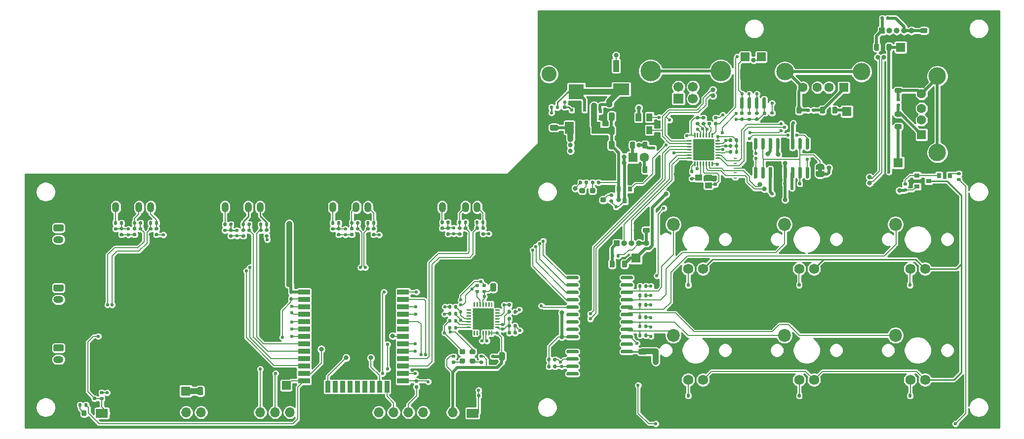
<source format=gbr>
%TF.GenerationSoftware,KiCad,Pcbnew,(5.1.7)-1*%
%TF.CreationDate,2021-03-26T00:16:30-04:00*%
%TF.ProjectId,Console,436f6e73-6f6c-4652-9e6b-696361645f70,rev?*%
%TF.SameCoordinates,Original*%
%TF.FileFunction,Copper,L1,Top*%
%TF.FilePolarity,Positive*%
%FSLAX46Y46*%
G04 Gerber Fmt 4.6, Leading zero omitted, Abs format (unit mm)*
G04 Created by KiCad (PCBNEW (5.1.7)-1) date 2021-03-26 00:16:30*
%MOMM*%
%LPD*%
G01*
G04 APERTURE LIST*
%TA.AperFunction,EtchedComponent*%
%ADD10C,0.100000*%
%TD*%
%TA.AperFunction,SMDPad,CuDef*%
%ADD11R,1.500000X1.500000*%
%TD*%
%TA.AperFunction,ComponentPad*%
%ADD12O,1.750000X1.200000*%
%TD*%
%TA.AperFunction,SMDPad,CuDef*%
%ADD13C,0.100000*%
%TD*%
%TA.AperFunction,SMDPad,CuDef*%
%ADD14R,0.480000X0.800000*%
%TD*%
%TA.AperFunction,SMDPad,CuDef*%
%ADD15R,0.950000X1.150000*%
%TD*%
%TA.AperFunction,SMDPad,CuDef*%
%ADD16R,0.400000X0.425000*%
%TD*%
%TA.AperFunction,ComponentPad*%
%ADD17C,3.500000*%
%TD*%
%TA.AperFunction,ComponentPad*%
%ADD18C,1.700000*%
%TD*%
%TA.AperFunction,ComponentPad*%
%ADD19R,1.700000X1.700000*%
%TD*%
%TA.AperFunction,SMDPad,CuDef*%
%ADD20R,3.350000X3.350000*%
%TD*%
%TA.AperFunction,SMDPad,CuDef*%
%ADD21R,2.000000X1.500000*%
%TD*%
%TA.AperFunction,ComponentPad*%
%ADD22O,1.200000X1.750000*%
%TD*%
%TA.AperFunction,ComponentPad*%
%ADD23C,1.600000*%
%TD*%
%TA.AperFunction,ComponentPad*%
%ADD24R,1.600000X1.600000*%
%TD*%
%TA.AperFunction,ComponentPad*%
%ADD25R,1.600000X1.500000*%
%TD*%
%TA.AperFunction,ComponentPad*%
%ADD26C,3.000000*%
%TD*%
%TA.AperFunction,ComponentPad*%
%ADD27R,1.500000X1.600000*%
%TD*%
%TA.AperFunction,ComponentPad*%
%ADD28C,2.600000*%
%TD*%
%TA.AperFunction,ComponentPad*%
%ADD29R,2.600000X2.600000*%
%TD*%
%TA.AperFunction,ComponentPad*%
%ADD30C,2.200000*%
%TD*%
%TA.AperFunction,ComponentPad*%
%ADD31C,1.750000*%
%TD*%
%TA.AperFunction,SMDPad,CuDef*%
%ADD32R,1.500000X2.000000*%
%TD*%
%TA.AperFunction,SMDPad,CuDef*%
%ADD33R,3.800000X2.000000*%
%TD*%
%TA.AperFunction,SMDPad,CuDef*%
%ADD34R,0.600000X0.200000*%
%TD*%
%TA.AperFunction,ComponentPad*%
%ADD35O,1.000000X1.000000*%
%TD*%
%TA.AperFunction,ComponentPad*%
%ADD36R,1.000000X1.000000*%
%TD*%
%TA.AperFunction,SMDPad,CuDef*%
%ADD37R,2.000000X0.900000*%
%TD*%
%TA.AperFunction,SMDPad,CuDef*%
%ADD38R,0.900000X2.000000*%
%TD*%
%TA.AperFunction,SMDPad,CuDef*%
%ADD39R,5.000000X5.000000*%
%TD*%
%TA.AperFunction,SMDPad,CuDef*%
%ADD40R,1.200000X1.000000*%
%TD*%
%TA.AperFunction,ComponentPad*%
%ADD41O,1.700000X1.700000*%
%TD*%
%TA.AperFunction,SMDPad,CuDef*%
%ADD42R,0.900000X0.800000*%
%TD*%
%TA.AperFunction,SMDPad,CuDef*%
%ADD43R,0.800000X0.900000*%
%TD*%
%TA.AperFunction,SMDPad,CuDef*%
%ADD44R,1.000000X2.000000*%
%TD*%
%TA.AperFunction,SMDPad,CuDef*%
%ADD45R,2.800000X2.000000*%
%TD*%
%TA.AperFunction,SMDPad,CuDef*%
%ADD46R,0.500000X0.500000*%
%TD*%
%TA.AperFunction,SMDPad,CuDef*%
%ADD47R,1.000000X1.400000*%
%TD*%
%TA.AperFunction,SMDPad,CuDef*%
%ADD48R,1.200000X1.400000*%
%TD*%
%TA.AperFunction,ViaPad*%
%ADD49C,0.600000*%
%TD*%
%TA.AperFunction,ViaPad*%
%ADD50C,0.800000*%
%TD*%
%TA.AperFunction,Conductor*%
%ADD51C,0.200000*%
%TD*%
%TA.AperFunction,Conductor*%
%ADD52C,0.127000*%
%TD*%
%TA.AperFunction,Conductor*%
%ADD53C,0.250000*%
%TD*%
%TA.AperFunction,Conductor*%
%ADD54C,0.500000*%
%TD*%
%TA.AperFunction,Conductor*%
%ADD55C,1.000000*%
%TD*%
%TA.AperFunction,Conductor*%
%ADD56C,0.254000*%
%TD*%
%TA.AperFunction,Conductor*%
%ADD57C,0.100000*%
%TD*%
G04 APERTURE END LIST*
D10*
%TO.C,JP1*%
G36*
X201500000Y-86100000D02*
G01*
X201500000Y-86600000D01*
X202100000Y-86600000D01*
X202100000Y-86100000D01*
X201500000Y-86100000D01*
G37*
%TD*%
D11*
%TO.P,TP7,1*%
%TO.N,/Core/LED*%
X110250000Y-123250000D03*
%TD*%
%TO.P,C42,2*%
%TO.N,+3V3*%
%TA.AperFunction,SMDPad,CuDef*%
G36*
G01*
X96000000Y-123725000D02*
X96000000Y-124675000D01*
G75*
G02*
X95750000Y-124925000I-250000J0D01*
G01*
X95250000Y-124925000D01*
G75*
G02*
X95000000Y-124675000I0J250000D01*
G01*
X95000000Y-123725000D01*
G75*
G02*
X95250000Y-123475000I250000J0D01*
G01*
X95750000Y-123475000D01*
G75*
G02*
X96000000Y-123725000I0J-250000D01*
G01*
G37*
%TD.AperFunction*%
%TO.P,C42,1*%
%TO.N,GND*%
%TA.AperFunction,SMDPad,CuDef*%
G36*
G01*
X97900000Y-123725000D02*
X97900000Y-124675000D01*
G75*
G02*
X97650000Y-124925000I-250000J0D01*
G01*
X97150000Y-124925000D01*
G75*
G02*
X96900000Y-124675000I0J250000D01*
G01*
X96900000Y-123725000D01*
G75*
G02*
X97150000Y-123475000I250000J0D01*
G01*
X97650000Y-123475000D01*
G75*
G02*
X97900000Y-123725000I0J-250000D01*
G01*
G37*
%TD.AperFunction*%
%TD*%
%TO.P,C38,2*%
%TO.N,GND*%
%TA.AperFunction,SMDPad,CuDef*%
G36*
G01*
X155725000Y-80400000D02*
X156675000Y-80400000D01*
G75*
G02*
X156925000Y-80650000I0J-250000D01*
G01*
X156925000Y-81150000D01*
G75*
G02*
X156675000Y-81400000I-250000J0D01*
G01*
X155725000Y-81400000D01*
G75*
G02*
X155475000Y-81150000I0J250000D01*
G01*
X155475000Y-80650000D01*
G75*
G02*
X155725000Y-80400000I250000J0D01*
G01*
G37*
%TD.AperFunction*%
%TO.P,C38,1*%
%TO.N,+3V3*%
%TA.AperFunction,SMDPad,CuDef*%
G36*
G01*
X155725000Y-78500000D02*
X156675000Y-78500000D01*
G75*
G02*
X156925000Y-78750000I0J-250000D01*
G01*
X156925000Y-79250000D01*
G75*
G02*
X156675000Y-79500000I-250000J0D01*
G01*
X155725000Y-79500000D01*
G75*
G02*
X155475000Y-79250000I0J250000D01*
G01*
X155475000Y-78750000D01*
G75*
G02*
X155725000Y-78500000I250000J0D01*
G01*
G37*
%TD.AperFunction*%
%TD*%
%TO.P,C36,2*%
%TO.N,GND*%
%TA.AperFunction,SMDPad,CuDef*%
G36*
G01*
X167450000Y-79975000D02*
X167450000Y-79025000D01*
G75*
G02*
X167700000Y-78775000I250000J0D01*
G01*
X168200000Y-78775000D01*
G75*
G02*
X168450000Y-79025000I0J-250000D01*
G01*
X168450000Y-79975000D01*
G75*
G02*
X168200000Y-80225000I-250000J0D01*
G01*
X167700000Y-80225000D01*
G75*
G02*
X167450000Y-79975000I0J250000D01*
G01*
G37*
%TD.AperFunction*%
%TO.P,C36,1*%
%TO.N,+5V*%
%TA.AperFunction,SMDPad,CuDef*%
G36*
G01*
X165550000Y-79975000D02*
X165550000Y-79025000D01*
G75*
G02*
X165800000Y-78775000I250000J0D01*
G01*
X166300000Y-78775000D01*
G75*
G02*
X166550000Y-79025000I0J-250000D01*
G01*
X166550000Y-79975000D01*
G75*
G02*
X166300000Y-80225000I-250000J0D01*
G01*
X165800000Y-80225000D01*
G75*
G02*
X165550000Y-79975000I0J250000D01*
G01*
G37*
%TD.AperFunction*%
%TD*%
%TO.P,C35,2*%
%TO.N,GND*%
%TA.AperFunction,SMDPad,CuDef*%
G36*
G01*
X167450000Y-77575000D02*
X167450000Y-76625000D01*
G75*
G02*
X167700000Y-76375000I250000J0D01*
G01*
X168200000Y-76375000D01*
G75*
G02*
X168450000Y-76625000I0J-250000D01*
G01*
X168450000Y-77575000D01*
G75*
G02*
X168200000Y-77825000I-250000J0D01*
G01*
X167700000Y-77825000D01*
G75*
G02*
X167450000Y-77575000I0J250000D01*
G01*
G37*
%TD.AperFunction*%
%TO.P,C35,1*%
%TO.N,+5V*%
%TA.AperFunction,SMDPad,CuDef*%
G36*
G01*
X165550000Y-77575000D02*
X165550000Y-76625000D01*
G75*
G02*
X165800000Y-76375000I250000J0D01*
G01*
X166300000Y-76375000D01*
G75*
G02*
X166550000Y-76625000I0J-250000D01*
G01*
X166550000Y-77575000D01*
G75*
G02*
X166300000Y-77825000I-250000J0D01*
G01*
X165800000Y-77825000D01*
G75*
G02*
X165550000Y-77575000I0J250000D01*
G01*
G37*
%TD.AperFunction*%
%TD*%
%TO.P,C5,2*%
%TO.N,+3V3*%
%TA.AperFunction,SMDPad,CuDef*%
G36*
G01*
X171828480Y-117959760D02*
X170878480Y-117959760D01*
G75*
G02*
X170628480Y-117709760I0J250000D01*
G01*
X170628480Y-117209760D01*
G75*
G02*
X170878480Y-116959760I250000J0D01*
G01*
X171828480Y-116959760D01*
G75*
G02*
X172078480Y-117209760I0J-250000D01*
G01*
X172078480Y-117709760D01*
G75*
G02*
X171828480Y-117959760I-250000J0D01*
G01*
G37*
%TD.AperFunction*%
%TO.P,C5,1*%
%TO.N,GND*%
%TA.AperFunction,SMDPad,CuDef*%
G36*
G01*
X171828480Y-119859760D02*
X170878480Y-119859760D01*
G75*
G02*
X170628480Y-119609760I0J250000D01*
G01*
X170628480Y-119109760D01*
G75*
G02*
X170878480Y-118859760I250000J0D01*
G01*
X171828480Y-118859760D01*
G75*
G02*
X172078480Y-119109760I0J-250000D01*
G01*
X172078480Y-119609760D01*
G75*
G02*
X171828480Y-119859760I-250000J0D01*
G01*
G37*
%TD.AperFunction*%
%TD*%
%TO.P,C2,2*%
%TO.N,/Core/VPP*%
%TA.AperFunction,SMDPad,CuDef*%
G36*
G01*
X146250000Y-105925000D02*
X146250000Y-106875000D01*
G75*
G02*
X146000000Y-107125000I-250000J0D01*
G01*
X145500000Y-107125000D01*
G75*
G02*
X145250000Y-106875000I0J250000D01*
G01*
X145250000Y-105925000D01*
G75*
G02*
X145500000Y-105675000I250000J0D01*
G01*
X146000000Y-105675000D01*
G75*
G02*
X146250000Y-105925000I0J-250000D01*
G01*
G37*
%TD.AperFunction*%
%TO.P,C2,1*%
%TO.N,GND*%
%TA.AperFunction,SMDPad,CuDef*%
G36*
G01*
X148150000Y-105925000D02*
X148150000Y-106875000D01*
G75*
G02*
X147900000Y-107125000I-250000J0D01*
G01*
X147400000Y-107125000D01*
G75*
G02*
X147150000Y-106875000I0J250000D01*
G01*
X147150000Y-105925000D01*
G75*
G02*
X147400000Y-105675000I250000J0D01*
G01*
X147900000Y-105675000D01*
G75*
G02*
X148150000Y-105925000I0J-250000D01*
G01*
G37*
%TD.AperFunction*%
%TD*%
%TO.P,C1,2*%
%TO.N,+3V3*%
%TA.AperFunction,SMDPad,CuDef*%
G36*
G01*
X147750000Y-117775000D02*
X147750000Y-118725000D01*
G75*
G02*
X147500000Y-118975000I-250000J0D01*
G01*
X147000000Y-118975000D01*
G75*
G02*
X146750000Y-118725000I0J250000D01*
G01*
X146750000Y-117775000D01*
G75*
G02*
X147000000Y-117525000I250000J0D01*
G01*
X147500000Y-117525000D01*
G75*
G02*
X147750000Y-117775000I0J-250000D01*
G01*
G37*
%TD.AperFunction*%
%TO.P,C1,1*%
%TO.N,GND*%
%TA.AperFunction,SMDPad,CuDef*%
G36*
G01*
X149650000Y-117775000D02*
X149650000Y-118725000D01*
G75*
G02*
X149400000Y-118975000I-250000J0D01*
G01*
X148900000Y-118975000D01*
G75*
G02*
X148650000Y-118725000I0J250000D01*
G01*
X148650000Y-117775000D01*
G75*
G02*
X148900000Y-117525000I250000J0D01*
G01*
X149400000Y-117525000D01*
G75*
G02*
X149650000Y-117775000I0J-250000D01*
G01*
G37*
%TD.AperFunction*%
%TD*%
D12*
%TO.P,J9,3*%
%TO.N,GND*%
X71200000Y-120800000D03*
%TO.P,J9,2*%
%TO.N,+3V3*%
X71200000Y-118800000D03*
%TO.P,J9,1*%
%TO.N,/Core/SLD3*%
%TA.AperFunction,ComponentPad*%
G36*
G01*
X70574999Y-116200000D02*
X71825001Y-116200000D01*
G75*
G02*
X72075000Y-116449999I0J-249999D01*
G01*
X72075000Y-117150001D01*
G75*
G02*
X71825001Y-117400000I-249999J0D01*
G01*
X70574999Y-117400000D01*
G75*
G02*
X70325000Y-117150001I0J249999D01*
G01*
X70325000Y-116449999D01*
G75*
G02*
X70574999Y-116200000I249999J0D01*
G01*
G37*
%TD.AperFunction*%
%TD*%
%TO.P,J2,3*%
%TO.N,GND*%
X71200000Y-110500000D03*
%TO.P,J2,2*%
%TO.N,+3V3*%
X71200000Y-108500000D03*
%TO.P,J2,1*%
%TO.N,/Core/SLD2*%
%TA.AperFunction,ComponentPad*%
G36*
G01*
X70574999Y-105900000D02*
X71825001Y-105900000D01*
G75*
G02*
X72075000Y-106149999I0J-249999D01*
G01*
X72075000Y-106850001D01*
G75*
G02*
X71825001Y-107100000I-249999J0D01*
G01*
X70574999Y-107100000D01*
G75*
G02*
X70325000Y-106850001I0J249999D01*
G01*
X70325000Y-106149999D01*
G75*
G02*
X70574999Y-105900000I249999J0D01*
G01*
G37*
%TD.AperFunction*%
%TD*%
%TO.P,J1,3*%
%TO.N,GND*%
X71200000Y-100200000D03*
%TO.P,J1,2*%
%TO.N,+3V3*%
X71200000Y-98200000D03*
%TO.P,J1,1*%
%TO.N,/Core/SLD1*%
%TA.AperFunction,ComponentPad*%
G36*
G01*
X70574999Y-95600000D02*
X71825001Y-95600000D01*
G75*
G02*
X72075000Y-95849999I0J-249999D01*
G01*
X72075000Y-96550001D01*
G75*
G02*
X71825001Y-96800000I-249999J0D01*
G01*
X70574999Y-96800000D01*
G75*
G02*
X70325000Y-96550001I0J249999D01*
G01*
X70325000Y-95849999D01*
G75*
G02*
X70574999Y-95600000I249999J0D01*
G01*
G37*
%TD.AperFunction*%
%TD*%
%TO.P,FB4,2*%
%TO.N,GND*%
%TA.AperFunction,SMDPad,CuDef*%
G36*
G01*
X172381250Y-94912500D02*
X171618750Y-94912500D01*
G75*
G02*
X171400000Y-94693750I0J218750D01*
G01*
X171400000Y-94256250D01*
G75*
G02*
X171618750Y-94037500I218750J0D01*
G01*
X172381250Y-94037500D01*
G75*
G02*
X172600000Y-94256250I0J-218750D01*
G01*
X172600000Y-94693750D01*
G75*
G02*
X172381250Y-94912500I-218750J0D01*
G01*
G37*
%TD.AperFunction*%
%TO.P,FB4,1*%
%TO.N,Net-(C26-Pad2)*%
%TA.AperFunction,SMDPad,CuDef*%
G36*
G01*
X172381250Y-97037500D02*
X171618750Y-97037500D01*
G75*
G02*
X171400000Y-96818750I0J218750D01*
G01*
X171400000Y-96381250D01*
G75*
G02*
X171618750Y-96162500I218750J0D01*
G01*
X172381250Y-96162500D01*
G75*
G02*
X172600000Y-96381250I0J-218750D01*
G01*
X172600000Y-96818750D01*
G75*
G02*
X172381250Y-97037500I-218750J0D01*
G01*
G37*
%TD.AperFunction*%
%TD*%
%TO.P,R3,2*%
%TO.N,GND*%
%TA.AperFunction,SMDPad,CuDef*%
G36*
G01*
X178450000Y-105815000D02*
X178450000Y-106185000D01*
G75*
G02*
X178315000Y-106320000I-135000J0D01*
G01*
X178045000Y-106320000D01*
G75*
G02*
X177910000Y-106185000I0J135000D01*
G01*
X177910000Y-105815000D01*
G75*
G02*
X178045000Y-105680000I135000J0D01*
G01*
X178315000Y-105680000D01*
G75*
G02*
X178450000Y-105815000I0J-135000D01*
G01*
G37*
%TD.AperFunction*%
%TO.P,R3,1*%
%TO.N,Net-(R3-Pad1)*%
%TA.AperFunction,SMDPad,CuDef*%
G36*
G01*
X179470000Y-105815000D02*
X179470000Y-106185000D01*
G75*
G02*
X179335000Y-106320000I-135000J0D01*
G01*
X179065000Y-106320000D01*
G75*
G02*
X178930000Y-106185000I0J135000D01*
G01*
X178930000Y-105815000D01*
G75*
G02*
X179065000Y-105680000I135000J0D01*
G01*
X179335000Y-105680000D01*
G75*
G02*
X179470000Y-105815000I0J-135000D01*
G01*
G37*
%TD.AperFunction*%
%TD*%
%TO.P,R38,2*%
%TO.N,/Peripherals/SW_5*%
%TA.AperFunction,SMDPad,CuDef*%
G36*
G01*
X171160000Y-112915000D02*
X171160000Y-113285000D01*
G75*
G02*
X171025000Y-113420000I-135000J0D01*
G01*
X170755000Y-113420000D01*
G75*
G02*
X170620000Y-113285000I0J135000D01*
G01*
X170620000Y-112915000D01*
G75*
G02*
X170755000Y-112780000I135000J0D01*
G01*
X171025000Y-112780000D01*
G75*
G02*
X171160000Y-112915000I0J-135000D01*
G01*
G37*
%TD.AperFunction*%
%TO.P,R38,1*%
%TO.N,+3V3*%
%TA.AperFunction,SMDPad,CuDef*%
G36*
G01*
X172180000Y-112915000D02*
X172180000Y-113285000D01*
G75*
G02*
X172045000Y-113420000I-135000J0D01*
G01*
X171775000Y-113420000D01*
G75*
G02*
X171640000Y-113285000I0J135000D01*
G01*
X171640000Y-112915000D01*
G75*
G02*
X171775000Y-112780000I135000J0D01*
G01*
X172045000Y-112780000D01*
G75*
G02*
X172180000Y-112915000I0J-135000D01*
G01*
G37*
%TD.AperFunction*%
%TD*%
%TO.P,R39,2*%
%TO.N,/Peripherals/SW_6*%
%TA.AperFunction,SMDPad,CuDef*%
G36*
G01*
X171160000Y-111365000D02*
X171160000Y-111735000D01*
G75*
G02*
X171025000Y-111870000I-135000J0D01*
G01*
X170755000Y-111870000D01*
G75*
G02*
X170620000Y-111735000I0J135000D01*
G01*
X170620000Y-111365000D01*
G75*
G02*
X170755000Y-111230000I135000J0D01*
G01*
X171025000Y-111230000D01*
G75*
G02*
X171160000Y-111365000I0J-135000D01*
G01*
G37*
%TD.AperFunction*%
%TO.P,R39,1*%
%TO.N,+3V3*%
%TA.AperFunction,SMDPad,CuDef*%
G36*
G01*
X172180000Y-111365000D02*
X172180000Y-111735000D01*
G75*
G02*
X172045000Y-111870000I-135000J0D01*
G01*
X171775000Y-111870000D01*
G75*
G02*
X171640000Y-111735000I0J135000D01*
G01*
X171640000Y-111365000D01*
G75*
G02*
X171775000Y-111230000I135000J0D01*
G01*
X172045000Y-111230000D01*
G75*
G02*
X172180000Y-111365000I0J-135000D01*
G01*
G37*
%TD.AperFunction*%
%TD*%
%TO.P,R4,2*%
%TO.N,GND*%
%TA.AperFunction,SMDPad,CuDef*%
G36*
G01*
X197450000Y-105815000D02*
X197450000Y-106185000D01*
G75*
G02*
X197315000Y-106320000I-135000J0D01*
G01*
X197045000Y-106320000D01*
G75*
G02*
X196910000Y-106185000I0J135000D01*
G01*
X196910000Y-105815000D01*
G75*
G02*
X197045000Y-105680000I135000J0D01*
G01*
X197315000Y-105680000D01*
G75*
G02*
X197450000Y-105815000I0J-135000D01*
G01*
G37*
%TD.AperFunction*%
%TO.P,R4,1*%
%TO.N,Net-(R4-Pad1)*%
%TA.AperFunction,SMDPad,CuDef*%
G36*
G01*
X198470000Y-105815000D02*
X198470000Y-106185000D01*
G75*
G02*
X198335000Y-106320000I-135000J0D01*
G01*
X198065000Y-106320000D01*
G75*
G02*
X197930000Y-106185000I0J135000D01*
G01*
X197930000Y-105815000D01*
G75*
G02*
X198065000Y-105680000I135000J0D01*
G01*
X198335000Y-105680000D01*
G75*
G02*
X198470000Y-105815000I0J-135000D01*
G01*
G37*
%TD.AperFunction*%
%TD*%
%TO.P,R56,2*%
%TO.N,/Peripherals/ENC4_SW*%
%TA.AperFunction,SMDPad,CuDef*%
G36*
G01*
X137740000Y-95435000D02*
X137740000Y-95065000D01*
G75*
G02*
X137875000Y-94930000I135000J0D01*
G01*
X138145000Y-94930000D01*
G75*
G02*
X138280000Y-95065000I0J-135000D01*
G01*
X138280000Y-95435000D01*
G75*
G02*
X138145000Y-95570000I-135000J0D01*
G01*
X137875000Y-95570000D01*
G75*
G02*
X137740000Y-95435000I0J135000D01*
G01*
G37*
%TD.AperFunction*%
%TO.P,R56,1*%
%TO.N,/Peripherals/Encoder 4/S1*%
%TA.AperFunction,SMDPad,CuDef*%
G36*
G01*
X136720000Y-95435000D02*
X136720000Y-95065000D01*
G75*
G02*
X136855000Y-94930000I135000J0D01*
G01*
X137125000Y-94930000D01*
G75*
G02*
X137260000Y-95065000I0J-135000D01*
G01*
X137260000Y-95435000D01*
G75*
G02*
X137125000Y-95570000I-135000J0D01*
G01*
X136855000Y-95570000D01*
G75*
G02*
X136720000Y-95435000I0J135000D01*
G01*
G37*
%TD.AperFunction*%
%TD*%
%TO.P,C12,2*%
%TO.N,GND*%
%TA.AperFunction,SMDPad,CuDef*%
G36*
G01*
X140830000Y-96950000D02*
X141170000Y-96950000D01*
G75*
G02*
X141310000Y-97090000I0J-140000D01*
G01*
X141310000Y-97370000D01*
G75*
G02*
X141170000Y-97510000I-140000J0D01*
G01*
X140830000Y-97510000D01*
G75*
G02*
X140690000Y-97370000I0J140000D01*
G01*
X140690000Y-97090000D01*
G75*
G02*
X140830000Y-96950000I140000J0D01*
G01*
G37*
%TD.AperFunction*%
%TO.P,C12,1*%
%TO.N,/Core/ENC4_B*%
%TA.AperFunction,SMDPad,CuDef*%
G36*
G01*
X140830000Y-95990000D02*
X141170000Y-95990000D01*
G75*
G02*
X141310000Y-96130000I0J-140000D01*
G01*
X141310000Y-96410000D01*
G75*
G02*
X141170000Y-96550000I-140000J0D01*
G01*
X140830000Y-96550000D01*
G75*
G02*
X140690000Y-96410000I0J140000D01*
G01*
X140690000Y-96130000D01*
G75*
G02*
X140830000Y-95990000I140000J0D01*
G01*
G37*
%TD.AperFunction*%
%TD*%
%TO.P,R74,2*%
%TO.N,/Core/BOOT*%
%TA.AperFunction,SMDPad,CuDef*%
G36*
G01*
X132785000Y-122760000D02*
X132415000Y-122760000D01*
G75*
G02*
X132280000Y-122625000I0J135000D01*
G01*
X132280000Y-122355000D01*
G75*
G02*
X132415000Y-122220000I135000J0D01*
G01*
X132785000Y-122220000D01*
G75*
G02*
X132920000Y-122355000I0J-135000D01*
G01*
X132920000Y-122625000D01*
G75*
G02*
X132785000Y-122760000I-135000J0D01*
G01*
G37*
%TD.AperFunction*%
%TO.P,R74,1*%
%TO.N,/Core/OLED_~CS*%
%TA.AperFunction,SMDPad,CuDef*%
G36*
G01*
X132785000Y-123780000D02*
X132415000Y-123780000D01*
G75*
G02*
X132280000Y-123645000I0J135000D01*
G01*
X132280000Y-123375000D01*
G75*
G02*
X132415000Y-123240000I135000J0D01*
G01*
X132785000Y-123240000D01*
G75*
G02*
X132920000Y-123375000I0J-135000D01*
G01*
X132920000Y-123645000D01*
G75*
G02*
X132785000Y-123780000I-135000J0D01*
G01*
G37*
%TD.AperFunction*%
%TD*%
%TO.P,R28,2*%
%TO.N,/Core/TXD0*%
%TA.AperFunction,SMDPad,CuDef*%
G36*
G01*
X139040000Y-111135000D02*
X139040000Y-110765000D01*
G75*
G02*
X139175000Y-110630000I135000J0D01*
G01*
X139445000Y-110630000D01*
G75*
G02*
X139580000Y-110765000I0J-135000D01*
G01*
X139580000Y-111135000D01*
G75*
G02*
X139445000Y-111270000I-135000J0D01*
G01*
X139175000Y-111270000D01*
G75*
G02*
X139040000Y-111135000I0J135000D01*
G01*
G37*
%TD.AperFunction*%
%TO.P,R28,1*%
%TO.N,/Core/ESP_RXD*%
%TA.AperFunction,SMDPad,CuDef*%
G36*
G01*
X138020000Y-111135000D02*
X138020000Y-110765000D01*
G75*
G02*
X138155000Y-110630000I135000J0D01*
G01*
X138425000Y-110630000D01*
G75*
G02*
X138560000Y-110765000I0J-135000D01*
G01*
X138560000Y-111135000D01*
G75*
G02*
X138425000Y-111270000I-135000J0D01*
G01*
X138155000Y-111270000D01*
G75*
G02*
X138020000Y-111135000I0J135000D01*
G01*
G37*
%TD.AperFunction*%
%TD*%
%TO.P,R27,2*%
%TO.N,/Core/RXD0*%
%TA.AperFunction,SMDPad,CuDef*%
G36*
G01*
X139040000Y-109935000D02*
X139040000Y-109565000D01*
G75*
G02*
X139175000Y-109430000I135000J0D01*
G01*
X139445000Y-109430000D01*
G75*
G02*
X139580000Y-109565000I0J-135000D01*
G01*
X139580000Y-109935000D01*
G75*
G02*
X139445000Y-110070000I-135000J0D01*
G01*
X139175000Y-110070000D01*
G75*
G02*
X139040000Y-109935000I0J135000D01*
G01*
G37*
%TD.AperFunction*%
%TO.P,R27,1*%
%TO.N,/Core/ESP_TXD*%
%TA.AperFunction,SMDPad,CuDef*%
G36*
G01*
X138020000Y-109935000D02*
X138020000Y-109565000D01*
G75*
G02*
X138155000Y-109430000I135000J0D01*
G01*
X138425000Y-109430000D01*
G75*
G02*
X138560000Y-109565000I0J-135000D01*
G01*
X138560000Y-109935000D01*
G75*
G02*
X138425000Y-110070000I-135000J0D01*
G01*
X138155000Y-110070000D01*
G75*
G02*
X138020000Y-109935000I0J135000D01*
G01*
G37*
%TD.AperFunction*%
%TD*%
%TO.P,R9,2*%
%TO.N,Net-(R9-Pad2)*%
%TA.AperFunction,SMDPad,CuDef*%
G36*
G01*
X186720000Y-82965000D02*
X186720000Y-83335000D01*
G75*
G02*
X186585000Y-83470000I-135000J0D01*
G01*
X186315000Y-83470000D01*
G75*
G02*
X186180000Y-83335000I0J135000D01*
G01*
X186180000Y-82965000D01*
G75*
G02*
X186315000Y-82830000I135000J0D01*
G01*
X186585000Y-82830000D01*
G75*
G02*
X186720000Y-82965000I0J-135000D01*
G01*
G37*
%TD.AperFunction*%
%TO.P,R9,1*%
%TO.N,+3V3*%
%TA.AperFunction,SMDPad,CuDef*%
G36*
G01*
X187740000Y-82965000D02*
X187740000Y-83335000D01*
G75*
G02*
X187605000Y-83470000I-135000J0D01*
G01*
X187335000Y-83470000D01*
G75*
G02*
X187200000Y-83335000I0J135000D01*
G01*
X187200000Y-82965000D01*
G75*
G02*
X187335000Y-82830000I135000J0D01*
G01*
X187605000Y-82830000D01*
G75*
G02*
X187740000Y-82965000I0J-135000D01*
G01*
G37*
%TD.AperFunction*%
%TD*%
%TO.P,R67,2*%
%TO.N,/USB Hub and Serial Converter/~OVR4*%
%TA.AperFunction,SMDPad,CuDef*%
G36*
G01*
X186710000Y-81965000D02*
X186710000Y-82335000D01*
G75*
G02*
X186575000Y-82470000I-135000J0D01*
G01*
X186305000Y-82470000D01*
G75*
G02*
X186170000Y-82335000I0J135000D01*
G01*
X186170000Y-81965000D01*
G75*
G02*
X186305000Y-81830000I135000J0D01*
G01*
X186575000Y-81830000D01*
G75*
G02*
X186710000Y-81965000I0J-135000D01*
G01*
G37*
%TD.AperFunction*%
%TO.P,R67,1*%
%TO.N,+3V3*%
%TA.AperFunction,SMDPad,CuDef*%
G36*
G01*
X187730000Y-81965000D02*
X187730000Y-82335000D01*
G75*
G02*
X187595000Y-82470000I-135000J0D01*
G01*
X187325000Y-82470000D01*
G75*
G02*
X187190000Y-82335000I0J135000D01*
G01*
X187190000Y-81965000D01*
G75*
G02*
X187325000Y-81830000I135000J0D01*
G01*
X187595000Y-81830000D01*
G75*
G02*
X187730000Y-81965000I0J-135000D01*
G01*
G37*
%TD.AperFunction*%
%TD*%
%TO.P,R66,2*%
%TO.N,/USB Hub and Serial Converter/~OVR3*%
%TA.AperFunction,SMDPad,CuDef*%
G36*
G01*
X186710000Y-80965000D02*
X186710000Y-81335000D01*
G75*
G02*
X186575000Y-81470000I-135000J0D01*
G01*
X186305000Y-81470000D01*
G75*
G02*
X186170000Y-81335000I0J135000D01*
G01*
X186170000Y-80965000D01*
G75*
G02*
X186305000Y-80830000I135000J0D01*
G01*
X186575000Y-80830000D01*
G75*
G02*
X186710000Y-80965000I0J-135000D01*
G01*
G37*
%TD.AperFunction*%
%TO.P,R66,1*%
%TO.N,+3V3*%
%TA.AperFunction,SMDPad,CuDef*%
G36*
G01*
X187730000Y-80965000D02*
X187730000Y-81335000D01*
G75*
G02*
X187595000Y-81470000I-135000J0D01*
G01*
X187325000Y-81470000D01*
G75*
G02*
X187190000Y-81335000I0J135000D01*
G01*
X187190000Y-80965000D01*
G75*
G02*
X187325000Y-80830000I135000J0D01*
G01*
X187595000Y-80830000D01*
G75*
G02*
X187730000Y-80965000I0J-135000D01*
G01*
G37*
%TD.AperFunction*%
%TD*%
%TA.AperFunction,SMDPad,CuDef*%
D13*
%TO.P,JP1,1*%
%TO.N,+5V*%
G36*
X202550000Y-86500000D02*
G01*
X202550000Y-87000000D01*
X202549398Y-87000000D01*
X202549398Y-87024534D01*
X202544588Y-87073365D01*
X202535016Y-87121490D01*
X202520772Y-87168445D01*
X202501995Y-87213778D01*
X202478864Y-87257051D01*
X202451604Y-87297850D01*
X202420476Y-87335779D01*
X202385779Y-87370476D01*
X202347850Y-87401604D01*
X202307051Y-87428864D01*
X202263778Y-87451995D01*
X202218445Y-87470772D01*
X202171490Y-87485016D01*
X202123365Y-87494588D01*
X202074534Y-87499398D01*
X202050000Y-87499398D01*
X202050000Y-87500000D01*
X201550000Y-87500000D01*
X201550000Y-87499398D01*
X201525466Y-87499398D01*
X201476635Y-87494588D01*
X201428510Y-87485016D01*
X201381555Y-87470772D01*
X201336222Y-87451995D01*
X201292949Y-87428864D01*
X201252150Y-87401604D01*
X201214221Y-87370476D01*
X201179524Y-87335779D01*
X201148396Y-87297850D01*
X201121136Y-87257051D01*
X201098005Y-87213778D01*
X201079228Y-87168445D01*
X201064984Y-87121490D01*
X201055412Y-87073365D01*
X201050602Y-87024534D01*
X201050602Y-87000000D01*
X201050000Y-87000000D01*
X201050000Y-86500000D01*
X202550000Y-86500000D01*
G37*
%TD.AperFunction*%
%TA.AperFunction,SMDPad,CuDef*%
%TO.P,JP1,2*%
%TO.N,Net-(JP1-Pad2)*%
G36*
X201050602Y-85700000D02*
G01*
X201050602Y-85675466D01*
X201055412Y-85626635D01*
X201064984Y-85578510D01*
X201079228Y-85531555D01*
X201098005Y-85486222D01*
X201121136Y-85442949D01*
X201148396Y-85402150D01*
X201179524Y-85364221D01*
X201214221Y-85329524D01*
X201252150Y-85298396D01*
X201292949Y-85271136D01*
X201336222Y-85248005D01*
X201381555Y-85229228D01*
X201428510Y-85214984D01*
X201476635Y-85205412D01*
X201525466Y-85200602D01*
X201550000Y-85200602D01*
X201550000Y-85200000D01*
X202050000Y-85200000D01*
X202050000Y-85200602D01*
X202074534Y-85200602D01*
X202123365Y-85205412D01*
X202171490Y-85214984D01*
X202218445Y-85229228D01*
X202263778Y-85248005D01*
X202307051Y-85271136D01*
X202347850Y-85298396D01*
X202385779Y-85329524D01*
X202420476Y-85364221D01*
X202451604Y-85402150D01*
X202478864Y-85442949D01*
X202501995Y-85486222D01*
X202520772Y-85531555D01*
X202535016Y-85578510D01*
X202544588Y-85626635D01*
X202549398Y-85675466D01*
X202549398Y-85700000D01*
X202550000Y-85700000D01*
X202550000Y-86200000D01*
X201050000Y-86200000D01*
X201050000Y-85700000D01*
X201050602Y-85700000D01*
G37*
%TD.AperFunction*%
%TD*%
D14*
%TO.P,U7,8*%
%TO.N,/Power/VCC_IN*%
X164100000Y-76100000D03*
D15*
%TO.P,U7,7*%
%TO.N,+5V*%
X163075000Y-76100000D03*
D16*
%TO.P,U7,6*%
X162750000Y-75162500D03*
%TO.P,U7,5*%
X163400000Y-75162500D03*
%TO.P,U7,4*%
%TO.N,/Power/VCC_IN*%
X164050000Y-75162500D03*
%TO.P,U7,3*%
%TO.N,GND*%
X164050000Y-77037500D03*
%TO.P,U7,2*%
%TO.N,+5V*%
X163400000Y-77037500D03*
%TO.P,U7,1*%
X162750000Y-77037500D03*
%TD*%
D17*
%TO.P,J3,5*%
%TO.N,Net-(J3-Pad5)*%
X184770000Y-69290000D03*
X172730000Y-69290000D03*
D18*
%TO.P,J3,4*%
%TO.N,Net-(C21-Pad2)*%
X177500000Y-72000000D03*
%TO.P,J3,3*%
%TO.N,/USB Hub and Serial Converter/DIN_P*%
X180000000Y-72000000D03*
%TO.P,J3,2*%
%TO.N,/USB Hub and Serial Converter/DIN_N*%
X180000000Y-74000000D03*
D19*
%TO.P,J3,1*%
%TO.N,Net-(C21-Pad1)*%
X177500000Y-74000000D03*
%TD*%
D20*
%TO.P,U1,29*%
%TO.N,GND*%
X144000000Y-111800000D03*
%TO.P,U1,28*%
%TO.N,Net-(R70-Pad2)*%
%TA.AperFunction,SMDPad,CuDef*%
G36*
G01*
X141887500Y-113425000D02*
X141212500Y-113425000D01*
G75*
G02*
X141150000Y-113362500I0J62500D01*
G01*
X141150000Y-113237500D01*
G75*
G02*
X141212500Y-113175000I62500J0D01*
G01*
X141887500Y-113175000D01*
G75*
G02*
X141950000Y-113237500I0J-62500D01*
G01*
X141950000Y-113362500D01*
G75*
G02*
X141887500Y-113425000I-62500J0D01*
G01*
G37*
%TD.AperFunction*%
%TO.P,U1,27*%
%TO.N,Net-(R69-Pad2)*%
%TA.AperFunction,SMDPad,CuDef*%
G36*
G01*
X141887500Y-112925000D02*
X141212500Y-112925000D01*
G75*
G02*
X141150000Y-112862500I0J62500D01*
G01*
X141150000Y-112737500D01*
G75*
G02*
X141212500Y-112675000I62500J0D01*
G01*
X141887500Y-112675000D01*
G75*
G02*
X141950000Y-112737500I0J-62500D01*
G01*
X141950000Y-112862500D01*
G75*
G02*
X141887500Y-112925000I-62500J0D01*
G01*
G37*
%TD.AperFunction*%
%TO.P,U1,26*%
%TO.N,/Core/TXD0*%
%TA.AperFunction,SMDPad,CuDef*%
G36*
G01*
X141887500Y-112425000D02*
X141212500Y-112425000D01*
G75*
G02*
X141150000Y-112362500I0J62500D01*
G01*
X141150000Y-112237500D01*
G75*
G02*
X141212500Y-112175000I62500J0D01*
G01*
X141887500Y-112175000D01*
G75*
G02*
X141950000Y-112237500I0J-62500D01*
G01*
X141950000Y-112362500D01*
G75*
G02*
X141887500Y-112425000I-62500J0D01*
G01*
G37*
%TD.AperFunction*%
%TO.P,U1,25*%
%TO.N,/Core/RXD0*%
%TA.AperFunction,SMDPad,CuDef*%
G36*
G01*
X141887500Y-111925000D02*
X141212500Y-111925000D01*
G75*
G02*
X141150000Y-111862500I0J62500D01*
G01*
X141150000Y-111737500D01*
G75*
G02*
X141212500Y-111675000I62500J0D01*
G01*
X141887500Y-111675000D01*
G75*
G02*
X141950000Y-111737500I0J-62500D01*
G01*
X141950000Y-111862500D01*
G75*
G02*
X141887500Y-111925000I-62500J0D01*
G01*
G37*
%TD.AperFunction*%
%TO.P,U1,24*%
%TO.N,N/C*%
%TA.AperFunction,SMDPad,CuDef*%
G36*
G01*
X141887500Y-111425000D02*
X141212500Y-111425000D01*
G75*
G02*
X141150000Y-111362500I0J62500D01*
G01*
X141150000Y-111237500D01*
G75*
G02*
X141212500Y-111175000I62500J0D01*
G01*
X141887500Y-111175000D01*
G75*
G02*
X141950000Y-111237500I0J-62500D01*
G01*
X141950000Y-111362500D01*
G75*
G02*
X141887500Y-111425000I-62500J0D01*
G01*
G37*
%TD.AperFunction*%
%TO.P,U1,23*%
%TA.AperFunction,SMDPad,CuDef*%
G36*
G01*
X141887500Y-110925000D02*
X141212500Y-110925000D01*
G75*
G02*
X141150000Y-110862500I0J62500D01*
G01*
X141150000Y-110737500D01*
G75*
G02*
X141212500Y-110675000I62500J0D01*
G01*
X141887500Y-110675000D01*
G75*
G02*
X141950000Y-110737500I0J-62500D01*
G01*
X141950000Y-110862500D01*
G75*
G02*
X141887500Y-110925000I-62500J0D01*
G01*
G37*
%TD.AperFunction*%
%TO.P,U1,22*%
%TA.AperFunction,SMDPad,CuDef*%
G36*
G01*
X141887500Y-110425000D02*
X141212500Y-110425000D01*
G75*
G02*
X141150000Y-110362500I0J62500D01*
G01*
X141150000Y-110237500D01*
G75*
G02*
X141212500Y-110175000I62500J0D01*
G01*
X141887500Y-110175000D01*
G75*
G02*
X141950000Y-110237500I0J-62500D01*
G01*
X141950000Y-110362500D01*
G75*
G02*
X141887500Y-110425000I-62500J0D01*
G01*
G37*
%TD.AperFunction*%
%TO.P,U1,21*%
%TA.AperFunction,SMDPad,CuDef*%
G36*
G01*
X142562500Y-109750000D02*
X142437500Y-109750000D01*
G75*
G02*
X142375000Y-109687500I0J62500D01*
G01*
X142375000Y-109012500D01*
G75*
G02*
X142437500Y-108950000I62500J0D01*
G01*
X142562500Y-108950000D01*
G75*
G02*
X142625000Y-109012500I0J-62500D01*
G01*
X142625000Y-109687500D01*
G75*
G02*
X142562500Y-109750000I-62500J0D01*
G01*
G37*
%TD.AperFunction*%
%TO.P,U1,20*%
%TA.AperFunction,SMDPad,CuDef*%
G36*
G01*
X143062500Y-109750000D02*
X142937500Y-109750000D01*
G75*
G02*
X142875000Y-109687500I0J62500D01*
G01*
X142875000Y-109012500D01*
G75*
G02*
X142937500Y-108950000I62500J0D01*
G01*
X143062500Y-108950000D01*
G75*
G02*
X143125000Y-109012500I0J-62500D01*
G01*
X143125000Y-109687500D01*
G75*
G02*
X143062500Y-109750000I-62500J0D01*
G01*
G37*
%TD.AperFunction*%
%TO.P,U1,19*%
%TO.N,Net-(R30-Pad2)*%
%TA.AperFunction,SMDPad,CuDef*%
G36*
G01*
X143562500Y-109750000D02*
X143437500Y-109750000D01*
G75*
G02*
X143375000Y-109687500I0J62500D01*
G01*
X143375000Y-109012500D01*
G75*
G02*
X143437500Y-108950000I62500J0D01*
G01*
X143562500Y-108950000D01*
G75*
G02*
X143625000Y-109012500I0J-62500D01*
G01*
X143625000Y-109687500D01*
G75*
G02*
X143562500Y-109750000I-62500J0D01*
G01*
G37*
%TD.AperFunction*%
%TO.P,U1,18*%
%TO.N,/Core/VPP*%
%TA.AperFunction,SMDPad,CuDef*%
G36*
G01*
X144062500Y-109750000D02*
X143937500Y-109750000D01*
G75*
G02*
X143875000Y-109687500I0J62500D01*
G01*
X143875000Y-109012500D01*
G75*
G02*
X143937500Y-108950000I62500J0D01*
G01*
X144062500Y-108950000D01*
G75*
G02*
X144125000Y-109012500I0J-62500D01*
G01*
X144125000Y-109687500D01*
G75*
G02*
X144062500Y-109750000I-62500J0D01*
G01*
G37*
%TD.AperFunction*%
%TO.P,U1,17*%
%TO.N,N/C*%
%TA.AperFunction,SMDPad,CuDef*%
G36*
G01*
X144562500Y-109750000D02*
X144437500Y-109750000D01*
G75*
G02*
X144375000Y-109687500I0J62500D01*
G01*
X144375000Y-109012500D01*
G75*
G02*
X144437500Y-108950000I62500J0D01*
G01*
X144562500Y-108950000D01*
G75*
G02*
X144625000Y-109012500I0J-62500D01*
G01*
X144625000Y-109687500D01*
G75*
G02*
X144562500Y-109750000I-62500J0D01*
G01*
G37*
%TD.AperFunction*%
%TO.P,U1,16*%
%TA.AperFunction,SMDPad,CuDef*%
G36*
G01*
X145062500Y-109750000D02*
X144937500Y-109750000D01*
G75*
G02*
X144875000Y-109687500I0J62500D01*
G01*
X144875000Y-109012500D01*
G75*
G02*
X144937500Y-108950000I62500J0D01*
G01*
X145062500Y-108950000D01*
G75*
G02*
X145125000Y-109012500I0J-62500D01*
G01*
X145125000Y-109687500D01*
G75*
G02*
X145062500Y-109750000I-62500J0D01*
G01*
G37*
%TD.AperFunction*%
%TO.P,U1,15*%
%TA.AperFunction,SMDPad,CuDef*%
G36*
G01*
X145562500Y-109750000D02*
X145437500Y-109750000D01*
G75*
G02*
X145375000Y-109687500I0J62500D01*
G01*
X145375000Y-109012500D01*
G75*
G02*
X145437500Y-108950000I62500J0D01*
G01*
X145562500Y-108950000D01*
G75*
G02*
X145625000Y-109012500I0J-62500D01*
G01*
X145625000Y-109687500D01*
G75*
G02*
X145562500Y-109750000I-62500J0D01*
G01*
G37*
%TD.AperFunction*%
%TO.P,U1,14*%
%TA.AperFunction,SMDPad,CuDef*%
G36*
G01*
X146787500Y-110425000D02*
X146112500Y-110425000D01*
G75*
G02*
X146050000Y-110362500I0J62500D01*
G01*
X146050000Y-110237500D01*
G75*
G02*
X146112500Y-110175000I62500J0D01*
G01*
X146787500Y-110175000D01*
G75*
G02*
X146850000Y-110237500I0J-62500D01*
G01*
X146850000Y-110362500D01*
G75*
G02*
X146787500Y-110425000I-62500J0D01*
G01*
G37*
%TD.AperFunction*%
%TO.P,U1,13*%
%TA.AperFunction,SMDPad,CuDef*%
G36*
G01*
X146787500Y-110925000D02*
X146112500Y-110925000D01*
G75*
G02*
X146050000Y-110862500I0J62500D01*
G01*
X146050000Y-110737500D01*
G75*
G02*
X146112500Y-110675000I62500J0D01*
G01*
X146787500Y-110675000D01*
G75*
G02*
X146850000Y-110737500I0J-62500D01*
G01*
X146850000Y-110862500D01*
G75*
G02*
X146787500Y-110925000I-62500J0D01*
G01*
G37*
%TD.AperFunction*%
%TO.P,U1,12*%
%TO.N,/Core/SUS_SENSE*%
%TA.AperFunction,SMDPad,CuDef*%
G36*
G01*
X146787500Y-111425000D02*
X146112500Y-111425000D01*
G75*
G02*
X146050000Y-111362500I0J62500D01*
G01*
X146050000Y-111237500D01*
G75*
G02*
X146112500Y-111175000I62500J0D01*
G01*
X146787500Y-111175000D01*
G75*
G02*
X146850000Y-111237500I0J-62500D01*
G01*
X146850000Y-111362500D01*
G75*
G02*
X146787500Y-111425000I-62500J0D01*
G01*
G37*
%TD.AperFunction*%
%TO.P,U1,11*%
%TO.N,N/C*%
%TA.AperFunction,SMDPad,CuDef*%
G36*
G01*
X146787500Y-111925000D02*
X146112500Y-111925000D01*
G75*
G02*
X146050000Y-111862500I0J62500D01*
G01*
X146050000Y-111737500D01*
G75*
G02*
X146112500Y-111675000I62500J0D01*
G01*
X146787500Y-111675000D01*
G75*
G02*
X146850000Y-111737500I0J-62500D01*
G01*
X146850000Y-111862500D01*
G75*
G02*
X146787500Y-111925000I-62500J0D01*
G01*
G37*
%TD.AperFunction*%
%TO.P,U1,10*%
%TA.AperFunction,SMDPad,CuDef*%
G36*
G01*
X146787500Y-112425000D02*
X146112500Y-112425000D01*
G75*
G02*
X146050000Y-112362500I0J62500D01*
G01*
X146050000Y-112237500D01*
G75*
G02*
X146112500Y-112175000I62500J0D01*
G01*
X146787500Y-112175000D01*
G75*
G02*
X146850000Y-112237500I0J-62500D01*
G01*
X146850000Y-112362500D01*
G75*
G02*
X146787500Y-112425000I-62500J0D01*
G01*
G37*
%TD.AperFunction*%
%TO.P,U1,9*%
%TO.N,/Core/RSTb*%
%TA.AperFunction,SMDPad,CuDef*%
G36*
G01*
X146787500Y-112925000D02*
X146112500Y-112925000D01*
G75*
G02*
X146050000Y-112862500I0J62500D01*
G01*
X146050000Y-112737500D01*
G75*
G02*
X146112500Y-112675000I62500J0D01*
G01*
X146787500Y-112675000D01*
G75*
G02*
X146850000Y-112737500I0J-62500D01*
G01*
X146850000Y-112862500D01*
G75*
G02*
X146787500Y-112925000I-62500J0D01*
G01*
G37*
%TD.AperFunction*%
%TO.P,U1,8*%
%TO.N,/Core/VBUS_SENSE*%
%TA.AperFunction,SMDPad,CuDef*%
G36*
G01*
X146787500Y-113425000D02*
X146112500Y-113425000D01*
G75*
G02*
X146050000Y-113362500I0J62500D01*
G01*
X146050000Y-113237500D01*
G75*
G02*
X146112500Y-113175000I62500J0D01*
G01*
X146787500Y-113175000D01*
G75*
G02*
X146850000Y-113237500I0J-62500D01*
G01*
X146850000Y-113362500D01*
G75*
G02*
X146787500Y-113425000I-62500J0D01*
G01*
G37*
%TD.AperFunction*%
%TO.P,U1,7*%
%TO.N,+3V3*%
%TA.AperFunction,SMDPad,CuDef*%
G36*
G01*
X145562500Y-114650000D02*
X145437500Y-114650000D01*
G75*
G02*
X145375000Y-114587500I0J62500D01*
G01*
X145375000Y-113912500D01*
G75*
G02*
X145437500Y-113850000I62500J0D01*
G01*
X145562500Y-113850000D01*
G75*
G02*
X145625000Y-113912500I0J-62500D01*
G01*
X145625000Y-114587500D01*
G75*
G02*
X145562500Y-114650000I-62500J0D01*
G01*
G37*
%TD.AperFunction*%
%TO.P,U1,6*%
%TA.AperFunction,SMDPad,CuDef*%
G36*
G01*
X145062500Y-114650000D02*
X144937500Y-114650000D01*
G75*
G02*
X144875000Y-114587500I0J62500D01*
G01*
X144875000Y-113912500D01*
G75*
G02*
X144937500Y-113850000I62500J0D01*
G01*
X145062500Y-113850000D01*
G75*
G02*
X145125000Y-113912500I0J-62500D01*
G01*
X145125000Y-114587500D01*
G75*
G02*
X145062500Y-114650000I-62500J0D01*
G01*
G37*
%TD.AperFunction*%
%TO.P,U1,5*%
%TO.N,/USB Hub and Serial Converter/USB_INT_N*%
%TA.AperFunction,SMDPad,CuDef*%
G36*
G01*
X144562500Y-114650000D02*
X144437500Y-114650000D01*
G75*
G02*
X144375000Y-114587500I0J62500D01*
G01*
X144375000Y-113912500D01*
G75*
G02*
X144437500Y-113850000I62500J0D01*
G01*
X144562500Y-113850000D01*
G75*
G02*
X144625000Y-113912500I0J-62500D01*
G01*
X144625000Y-114587500D01*
G75*
G02*
X144562500Y-114650000I-62500J0D01*
G01*
G37*
%TD.AperFunction*%
%TO.P,U1,4*%
%TO.N,/USB Hub and Serial Converter/USB_INT_P*%
%TA.AperFunction,SMDPad,CuDef*%
G36*
G01*
X144062500Y-114650000D02*
X143937500Y-114650000D01*
G75*
G02*
X143875000Y-114587500I0J62500D01*
G01*
X143875000Y-113912500D01*
G75*
G02*
X143937500Y-113850000I62500J0D01*
G01*
X144062500Y-113850000D01*
G75*
G02*
X144125000Y-113912500I0J-62500D01*
G01*
X144125000Y-114587500D01*
G75*
G02*
X144062500Y-114650000I-62500J0D01*
G01*
G37*
%TD.AperFunction*%
%TO.P,U1,3*%
%TO.N,GND*%
%TA.AperFunction,SMDPad,CuDef*%
G36*
G01*
X143562500Y-114650000D02*
X143437500Y-114650000D01*
G75*
G02*
X143375000Y-114587500I0J62500D01*
G01*
X143375000Y-113912500D01*
G75*
G02*
X143437500Y-113850000I62500J0D01*
G01*
X143562500Y-113850000D01*
G75*
G02*
X143625000Y-113912500I0J-62500D01*
G01*
X143625000Y-114587500D01*
G75*
G02*
X143562500Y-114650000I-62500J0D01*
G01*
G37*
%TD.AperFunction*%
%TO.P,U1,2*%
%TO.N,N/C*%
%TA.AperFunction,SMDPad,CuDef*%
G36*
G01*
X143062500Y-114650000D02*
X142937500Y-114650000D01*
G75*
G02*
X142875000Y-114587500I0J62500D01*
G01*
X142875000Y-113912500D01*
G75*
G02*
X142937500Y-113850000I62500J0D01*
G01*
X143062500Y-113850000D01*
G75*
G02*
X143125000Y-113912500I0J-62500D01*
G01*
X143125000Y-114587500D01*
G75*
G02*
X143062500Y-114650000I-62500J0D01*
G01*
G37*
%TD.AperFunction*%
%TO.P,U1,1*%
%TA.AperFunction,SMDPad,CuDef*%
G36*
G01*
X142562500Y-114650000D02*
X142437500Y-114650000D01*
G75*
G02*
X142375000Y-114587500I0J62500D01*
G01*
X142375000Y-113912500D01*
G75*
G02*
X142437500Y-113850000I62500J0D01*
G01*
X142562500Y-113850000D01*
G75*
G02*
X142625000Y-113912500I0J-62500D01*
G01*
X142625000Y-114587500D01*
G75*
G02*
X142562500Y-114650000I-62500J0D01*
G01*
G37*
%TD.AperFunction*%
%TD*%
D21*
%TO.P,SW11,2*%
%TO.N,GND*%
X86850000Y-128000000D03*
%TO.P,SW11,1*%
%TO.N,/Core/EN*%
X78650000Y-128000000D03*
%TD*%
%TO.P,R73,2*%
%TO.N,VBUS*%
%TA.AperFunction,SMDPad,CuDef*%
G36*
G01*
X149240000Y-114385000D02*
X149240000Y-114015000D01*
G75*
G02*
X149375000Y-113880000I135000J0D01*
G01*
X149645000Y-113880000D01*
G75*
G02*
X149780000Y-114015000I0J-135000D01*
G01*
X149780000Y-114385000D01*
G75*
G02*
X149645000Y-114520000I-135000J0D01*
G01*
X149375000Y-114520000D01*
G75*
G02*
X149240000Y-114385000I0J135000D01*
G01*
G37*
%TD.AperFunction*%
%TO.P,R73,1*%
%TO.N,/Core/VBUS_SENSE*%
%TA.AperFunction,SMDPad,CuDef*%
G36*
G01*
X148220000Y-114385000D02*
X148220000Y-114015000D01*
G75*
G02*
X148355000Y-113880000I135000J0D01*
G01*
X148625000Y-113880000D01*
G75*
G02*
X148760000Y-114015000I0J-135000D01*
G01*
X148760000Y-114385000D01*
G75*
G02*
X148625000Y-114520000I-135000J0D01*
G01*
X148355000Y-114520000D01*
G75*
G02*
X148220000Y-114385000I0J135000D01*
G01*
G37*
%TD.AperFunction*%
%TD*%
%TO.P,R72,2*%
%TO.N,+3V3*%
%TA.AperFunction,SMDPad,CuDef*%
G36*
G01*
X155560000Y-118615000D02*
X155560000Y-118985000D01*
G75*
G02*
X155425000Y-119120000I-135000J0D01*
G01*
X155155000Y-119120000D01*
G75*
G02*
X155020000Y-118985000I0J135000D01*
G01*
X155020000Y-118615000D01*
G75*
G02*
X155155000Y-118480000I135000J0D01*
G01*
X155425000Y-118480000D01*
G75*
G02*
X155560000Y-118615000I0J-135000D01*
G01*
G37*
%TD.AperFunction*%
%TO.P,R72,1*%
%TO.N,/Core/SCL*%
%TA.AperFunction,SMDPad,CuDef*%
G36*
G01*
X156580000Y-118615000D02*
X156580000Y-118985000D01*
G75*
G02*
X156445000Y-119120000I-135000J0D01*
G01*
X156175000Y-119120000D01*
G75*
G02*
X156040000Y-118985000I0J135000D01*
G01*
X156040000Y-118615000D01*
G75*
G02*
X156175000Y-118480000I135000J0D01*
G01*
X156445000Y-118480000D01*
G75*
G02*
X156580000Y-118615000I0J-135000D01*
G01*
G37*
%TD.AperFunction*%
%TD*%
%TO.P,R71,2*%
%TO.N,+3V3*%
%TA.AperFunction,SMDPad,CuDef*%
G36*
G01*
X155560000Y-119815000D02*
X155560000Y-120185000D01*
G75*
G02*
X155425000Y-120320000I-135000J0D01*
G01*
X155155000Y-120320000D01*
G75*
G02*
X155020000Y-120185000I0J135000D01*
G01*
X155020000Y-119815000D01*
G75*
G02*
X155155000Y-119680000I135000J0D01*
G01*
X155425000Y-119680000D01*
G75*
G02*
X155560000Y-119815000I0J-135000D01*
G01*
G37*
%TD.AperFunction*%
%TO.P,R71,1*%
%TO.N,/Core/SDA*%
%TA.AperFunction,SMDPad,CuDef*%
G36*
G01*
X156580000Y-119815000D02*
X156580000Y-120185000D01*
G75*
G02*
X156445000Y-120320000I-135000J0D01*
G01*
X156175000Y-120320000D01*
G75*
G02*
X156040000Y-120185000I0J135000D01*
G01*
X156040000Y-119815000D01*
G75*
G02*
X156175000Y-119680000I135000J0D01*
G01*
X156445000Y-119680000D01*
G75*
G02*
X156580000Y-119815000I0J-135000D01*
G01*
G37*
%TD.AperFunction*%
%TD*%
%TO.P,R70,2*%
%TO.N,Net-(R70-Pad2)*%
%TA.AperFunction,SMDPad,CuDef*%
G36*
G01*
X139040000Y-113535000D02*
X139040000Y-113165000D01*
G75*
G02*
X139175000Y-113030000I135000J0D01*
G01*
X139445000Y-113030000D01*
G75*
G02*
X139580000Y-113165000I0J-135000D01*
G01*
X139580000Y-113535000D01*
G75*
G02*
X139445000Y-113670000I-135000J0D01*
G01*
X139175000Y-113670000D01*
G75*
G02*
X139040000Y-113535000I0J135000D01*
G01*
G37*
%TD.AperFunction*%
%TO.P,R70,1*%
%TO.N,/Core/TXT*%
%TA.AperFunction,SMDPad,CuDef*%
G36*
G01*
X138020000Y-113535000D02*
X138020000Y-113165000D01*
G75*
G02*
X138155000Y-113030000I135000J0D01*
G01*
X138425000Y-113030000D01*
G75*
G02*
X138560000Y-113165000I0J-135000D01*
G01*
X138560000Y-113535000D01*
G75*
G02*
X138425000Y-113670000I-135000J0D01*
G01*
X138155000Y-113670000D01*
G75*
G02*
X138020000Y-113535000I0J135000D01*
G01*
G37*
%TD.AperFunction*%
%TD*%
%TO.P,R69,2*%
%TO.N,Net-(R69-Pad2)*%
%TA.AperFunction,SMDPad,CuDef*%
G36*
G01*
X139040000Y-112335000D02*
X139040000Y-111965000D01*
G75*
G02*
X139175000Y-111830000I135000J0D01*
G01*
X139445000Y-111830000D01*
G75*
G02*
X139580000Y-111965000I0J-135000D01*
G01*
X139580000Y-112335000D01*
G75*
G02*
X139445000Y-112470000I-135000J0D01*
G01*
X139175000Y-112470000D01*
G75*
G02*
X139040000Y-112335000I0J135000D01*
G01*
G37*
%TD.AperFunction*%
%TO.P,R69,1*%
%TO.N,/Core/RXT*%
%TA.AperFunction,SMDPad,CuDef*%
G36*
G01*
X138020000Y-112335000D02*
X138020000Y-111965000D01*
G75*
G02*
X138155000Y-111830000I135000J0D01*
G01*
X138425000Y-111830000D01*
G75*
G02*
X138560000Y-111965000I0J-135000D01*
G01*
X138560000Y-112335000D01*
G75*
G02*
X138425000Y-112470000I-135000J0D01*
G01*
X138155000Y-112470000D01*
G75*
G02*
X138020000Y-112335000I0J135000D01*
G01*
G37*
%TD.AperFunction*%
%TD*%
%TO.P,R68,2*%
%TO.N,/Core/VPP*%
%TA.AperFunction,SMDPad,CuDef*%
G36*
G01*
X144015000Y-106840000D02*
X144385000Y-106840000D01*
G75*
G02*
X144520000Y-106975000I0J-135000D01*
G01*
X144520000Y-107245000D01*
G75*
G02*
X144385000Y-107380000I-135000J0D01*
G01*
X144015000Y-107380000D01*
G75*
G02*
X143880000Y-107245000I0J135000D01*
G01*
X143880000Y-106975000D01*
G75*
G02*
X144015000Y-106840000I135000J0D01*
G01*
G37*
%TD.AperFunction*%
%TO.P,R68,1*%
%TO.N,/Core/RXT*%
%TA.AperFunction,SMDPad,CuDef*%
G36*
G01*
X144015000Y-105820000D02*
X144385000Y-105820000D01*
G75*
G02*
X144520000Y-105955000I0J-135000D01*
G01*
X144520000Y-106225000D01*
G75*
G02*
X144385000Y-106360000I-135000J0D01*
G01*
X144015000Y-106360000D01*
G75*
G02*
X143880000Y-106225000I0J135000D01*
G01*
X143880000Y-105955000D01*
G75*
G02*
X144015000Y-105820000I135000J0D01*
G01*
G37*
%TD.AperFunction*%
%TD*%
%TO.P,R30,2*%
%TO.N,Net-(R30-Pad2)*%
%TA.AperFunction,SMDPad,CuDef*%
G36*
G01*
X142815000Y-106840000D02*
X143185000Y-106840000D01*
G75*
G02*
X143320000Y-106975000I0J-135000D01*
G01*
X143320000Y-107245000D01*
G75*
G02*
X143185000Y-107380000I-135000J0D01*
G01*
X142815000Y-107380000D01*
G75*
G02*
X142680000Y-107245000I0J135000D01*
G01*
X142680000Y-106975000D01*
G75*
G02*
X142815000Y-106840000I135000J0D01*
G01*
G37*
%TD.AperFunction*%
%TO.P,R30,1*%
%TO.N,/Core/TXT*%
%TA.AperFunction,SMDPad,CuDef*%
G36*
G01*
X142815000Y-105820000D02*
X143185000Y-105820000D01*
G75*
G02*
X143320000Y-105955000I0J-135000D01*
G01*
X143320000Y-106225000D01*
G75*
G02*
X143185000Y-106360000I-135000J0D01*
G01*
X142815000Y-106360000D01*
G75*
G02*
X142680000Y-106225000I0J135000D01*
G01*
X142680000Y-105955000D01*
G75*
G02*
X142815000Y-105820000I135000J0D01*
G01*
G37*
%TD.AperFunction*%
%TD*%
%TO.P,R29,2*%
%TO.N,GND*%
%TA.AperFunction,SMDPad,CuDef*%
G36*
G01*
X149240000Y-109585000D02*
X149240000Y-109215000D01*
G75*
G02*
X149375000Y-109080000I135000J0D01*
G01*
X149645000Y-109080000D01*
G75*
G02*
X149780000Y-109215000I0J-135000D01*
G01*
X149780000Y-109585000D01*
G75*
G02*
X149645000Y-109720000I-135000J0D01*
G01*
X149375000Y-109720000D01*
G75*
G02*
X149240000Y-109585000I0J135000D01*
G01*
G37*
%TD.AperFunction*%
%TO.P,R29,1*%
%TO.N,/Core/SUS_SENSE*%
%TA.AperFunction,SMDPad,CuDef*%
G36*
G01*
X148220000Y-109585000D02*
X148220000Y-109215000D01*
G75*
G02*
X148355000Y-109080000I135000J0D01*
G01*
X148625000Y-109080000D01*
G75*
G02*
X148760000Y-109215000I0J-135000D01*
G01*
X148760000Y-109585000D01*
G75*
G02*
X148625000Y-109720000I-135000J0D01*
G01*
X148355000Y-109720000D01*
G75*
G02*
X148220000Y-109585000I0J135000D01*
G01*
G37*
%TD.AperFunction*%
%TD*%
%TO.P,R20,2*%
%TO.N,+3V3*%
%TA.AperFunction,SMDPad,CuDef*%
G36*
G01*
X149240000Y-110785000D02*
X149240000Y-110415000D01*
G75*
G02*
X149375000Y-110280000I135000J0D01*
G01*
X149645000Y-110280000D01*
G75*
G02*
X149780000Y-110415000I0J-135000D01*
G01*
X149780000Y-110785000D01*
G75*
G02*
X149645000Y-110920000I-135000J0D01*
G01*
X149375000Y-110920000D01*
G75*
G02*
X149240000Y-110785000I0J135000D01*
G01*
G37*
%TD.AperFunction*%
%TO.P,R20,1*%
%TO.N,/Core/RSTb*%
%TA.AperFunction,SMDPad,CuDef*%
G36*
G01*
X148220000Y-110785000D02*
X148220000Y-110415000D01*
G75*
G02*
X148355000Y-110280000I135000J0D01*
G01*
X148625000Y-110280000D01*
G75*
G02*
X148760000Y-110415000I0J-135000D01*
G01*
X148760000Y-110785000D01*
G75*
G02*
X148625000Y-110920000I-135000J0D01*
G01*
X148355000Y-110920000D01*
G75*
G02*
X148220000Y-110785000I0J135000D01*
G01*
G37*
%TD.AperFunction*%
%TD*%
%TO.P,R19,2*%
%TO.N,/Core/VBUS_SENSE*%
%TA.AperFunction,SMDPad,CuDef*%
G36*
G01*
X148760000Y-111615000D02*
X148760000Y-111985000D01*
G75*
G02*
X148625000Y-112120000I-135000J0D01*
G01*
X148355000Y-112120000D01*
G75*
G02*
X148220000Y-111985000I0J135000D01*
G01*
X148220000Y-111615000D01*
G75*
G02*
X148355000Y-111480000I135000J0D01*
G01*
X148625000Y-111480000D01*
G75*
G02*
X148760000Y-111615000I0J-135000D01*
G01*
G37*
%TD.AperFunction*%
%TO.P,R19,1*%
%TO.N,GND*%
%TA.AperFunction,SMDPad,CuDef*%
G36*
G01*
X149780000Y-111615000D02*
X149780000Y-111985000D01*
G75*
G02*
X149645000Y-112120000I-135000J0D01*
G01*
X149375000Y-112120000D01*
G75*
G02*
X149240000Y-111985000I0J135000D01*
G01*
X149240000Y-111615000D01*
G75*
G02*
X149375000Y-111480000I135000J0D01*
G01*
X149645000Y-111480000D01*
G75*
G02*
X149780000Y-111615000I0J-135000D01*
G01*
G37*
%TD.AperFunction*%
%TD*%
%TO.P,R18,2*%
%TO.N,VBUS*%
%TA.AperFunction,SMDPad,CuDef*%
G36*
G01*
X149240000Y-113185000D02*
X149240000Y-112815000D01*
G75*
G02*
X149375000Y-112680000I135000J0D01*
G01*
X149645000Y-112680000D01*
G75*
G02*
X149780000Y-112815000I0J-135000D01*
G01*
X149780000Y-113185000D01*
G75*
G02*
X149645000Y-113320000I-135000J0D01*
G01*
X149375000Y-113320000D01*
G75*
G02*
X149240000Y-113185000I0J135000D01*
G01*
G37*
%TD.AperFunction*%
%TO.P,R18,1*%
%TO.N,/Core/VBUS_SENSE*%
%TA.AperFunction,SMDPad,CuDef*%
G36*
G01*
X148220000Y-113185000D02*
X148220000Y-112815000D01*
G75*
G02*
X148355000Y-112680000I135000J0D01*
G01*
X148625000Y-112680000D01*
G75*
G02*
X148760000Y-112815000I0J-135000D01*
G01*
X148760000Y-113185000D01*
G75*
G02*
X148625000Y-113320000I-135000J0D01*
G01*
X148355000Y-113320000D01*
G75*
G02*
X148220000Y-113185000I0J135000D01*
G01*
G37*
%TD.AperFunction*%
%TD*%
%TO.P,R17,2*%
%TO.N,Net-(D10-Pad2)*%
%TA.AperFunction,SMDPad,CuDef*%
G36*
G01*
X138765000Y-118990000D02*
X139135000Y-118990000D01*
G75*
G02*
X139270000Y-119125000I0J-135000D01*
G01*
X139270000Y-119395000D01*
G75*
G02*
X139135000Y-119530000I-135000J0D01*
G01*
X138765000Y-119530000D01*
G75*
G02*
X138630000Y-119395000I0J135000D01*
G01*
X138630000Y-119125000D01*
G75*
G02*
X138765000Y-118990000I135000J0D01*
G01*
G37*
%TD.AperFunction*%
%TO.P,R17,1*%
%TO.N,+3V3*%
%TA.AperFunction,SMDPad,CuDef*%
G36*
G01*
X138765000Y-117970000D02*
X139135000Y-117970000D01*
G75*
G02*
X139270000Y-118105000I0J-135000D01*
G01*
X139270000Y-118375000D01*
G75*
G02*
X139135000Y-118510000I-135000J0D01*
G01*
X138765000Y-118510000D01*
G75*
G02*
X138630000Y-118375000I0J135000D01*
G01*
X138630000Y-118105000D01*
G75*
G02*
X138765000Y-117970000I135000J0D01*
G01*
G37*
%TD.AperFunction*%
%TD*%
%TO.P,R16,2*%
%TO.N,Net-(D1-Pad2)*%
%TA.AperFunction,SMDPad,CuDef*%
G36*
G01*
X143515000Y-118990000D02*
X143885000Y-118990000D01*
G75*
G02*
X144020000Y-119125000I0J-135000D01*
G01*
X144020000Y-119395000D01*
G75*
G02*
X143885000Y-119530000I-135000J0D01*
G01*
X143515000Y-119530000D01*
G75*
G02*
X143380000Y-119395000I0J135000D01*
G01*
X143380000Y-119125000D01*
G75*
G02*
X143515000Y-118990000I135000J0D01*
G01*
G37*
%TD.AperFunction*%
%TO.P,R16,1*%
%TO.N,+3V3*%
%TA.AperFunction,SMDPad,CuDef*%
G36*
G01*
X143515000Y-117970000D02*
X143885000Y-117970000D01*
G75*
G02*
X144020000Y-118105000I0J-135000D01*
G01*
X144020000Y-118375000D01*
G75*
G02*
X143885000Y-118510000I-135000J0D01*
G01*
X143515000Y-118510000D01*
G75*
G02*
X143380000Y-118375000I0J135000D01*
G01*
X143380000Y-118105000D01*
G75*
G02*
X143515000Y-117970000I135000J0D01*
G01*
G37*
%TD.AperFunction*%
%TD*%
%TO.P,R15,2*%
%TO.N,+5V*%
%TA.AperFunction,SMDPad,CuDef*%
G36*
G01*
X216215000Y-89440000D02*
X216585000Y-89440000D01*
G75*
G02*
X216720000Y-89575000I0J-135000D01*
G01*
X216720000Y-89845000D01*
G75*
G02*
X216585000Y-89980000I-135000J0D01*
G01*
X216215000Y-89980000D01*
G75*
G02*
X216080000Y-89845000I0J135000D01*
G01*
X216080000Y-89575000D01*
G75*
G02*
X216215000Y-89440000I135000J0D01*
G01*
G37*
%TD.AperFunction*%
%TO.P,R15,1*%
%TO.N,Net-(Q2-Pad2)*%
%TA.AperFunction,SMDPad,CuDef*%
G36*
G01*
X216215000Y-88420000D02*
X216585000Y-88420000D01*
G75*
G02*
X216720000Y-88555000I0J-135000D01*
G01*
X216720000Y-88825000D01*
G75*
G02*
X216585000Y-88960000I-135000J0D01*
G01*
X216215000Y-88960000D01*
G75*
G02*
X216080000Y-88825000I0J135000D01*
G01*
X216080000Y-88555000D01*
G75*
G02*
X216215000Y-88420000I135000J0D01*
G01*
G37*
%TD.AperFunction*%
%TD*%
%TO.P,R2,2*%
%TO.N,Net-(Q2-Pad1)*%
%TA.AperFunction,SMDPad,CuDef*%
G36*
G01*
X225785000Y-87160000D02*
X225415000Y-87160000D01*
G75*
G02*
X225280000Y-87025000I0J135000D01*
G01*
X225280000Y-86755000D01*
G75*
G02*
X225415000Y-86620000I135000J0D01*
G01*
X225785000Y-86620000D01*
G75*
G02*
X225920000Y-86755000I0J-135000D01*
G01*
X225920000Y-87025000D01*
G75*
G02*
X225785000Y-87160000I-135000J0D01*
G01*
G37*
%TD.AperFunction*%
%TO.P,R2,1*%
%TO.N,/Core/LED_PWM*%
%TA.AperFunction,SMDPad,CuDef*%
G36*
G01*
X225785000Y-88180000D02*
X225415000Y-88180000D01*
G75*
G02*
X225280000Y-88045000I0J135000D01*
G01*
X225280000Y-87775000D01*
G75*
G02*
X225415000Y-87640000I135000J0D01*
G01*
X225785000Y-87640000D01*
G75*
G02*
X225920000Y-87775000I0J-135000D01*
G01*
X225920000Y-88045000D01*
G75*
G02*
X225785000Y-88180000I-135000J0D01*
G01*
G37*
%TD.AperFunction*%
%TD*%
%TO.P,R1,2*%
%TO.N,Net-(JP1-Pad2)*%
%TA.AperFunction,SMDPad,CuDef*%
G36*
G01*
X198570000Y-88415000D02*
X198570000Y-88785000D01*
G75*
G02*
X198435000Y-88920000I-135000J0D01*
G01*
X198165000Y-88920000D01*
G75*
G02*
X198030000Y-88785000I0J135000D01*
G01*
X198030000Y-88415000D01*
G75*
G02*
X198165000Y-88280000I135000J0D01*
G01*
X198435000Y-88280000D01*
G75*
G02*
X198570000Y-88415000I0J-135000D01*
G01*
G37*
%TD.AperFunction*%
%TO.P,R1,1*%
%TO.N,GND*%
%TA.AperFunction,SMDPad,CuDef*%
G36*
G01*
X199590000Y-88415000D02*
X199590000Y-88785000D01*
G75*
G02*
X199455000Y-88920000I-135000J0D01*
G01*
X199185000Y-88920000D01*
G75*
G02*
X199050000Y-88785000I0J135000D01*
G01*
X199050000Y-88415000D01*
G75*
G02*
X199185000Y-88280000I135000J0D01*
G01*
X199455000Y-88280000D01*
G75*
G02*
X199590000Y-88415000I0J-135000D01*
G01*
G37*
%TD.AperFunction*%
%TD*%
D22*
%TO.P,J13,5*%
%TO.N,/Peripherals/Encoder 1/S1*%
X81000000Y-92650000D03*
%TO.P,J13,4*%
%TO.N,GND*%
X83000000Y-92650000D03*
%TO.P,J13,3*%
%TO.N,/Peripherals/Encoder 1/B*%
X85000000Y-92650000D03*
%TO.P,J13,2*%
%TO.N,/Peripherals/Encoder 1/A*%
X87000000Y-92650000D03*
%TO.P,J13,1*%
%TO.N,GND*%
%TA.AperFunction,ComponentPad*%
G36*
G01*
X89600000Y-92024999D02*
X89600000Y-93275001D01*
G75*
G02*
X89350001Y-93525000I-249999J0D01*
G01*
X88649999Y-93525000D01*
G75*
G02*
X88400000Y-93275001I0J249999D01*
G01*
X88400000Y-92024999D01*
G75*
G02*
X88649999Y-91775000I249999J0D01*
G01*
X89350001Y-91775000D01*
G75*
G02*
X89600000Y-92024999I0J-249999D01*
G01*
G37*
%TD.AperFunction*%
%TD*%
%TO.P,J12,5*%
%TO.N,/Peripherals/Encoder 4/S1*%
X137000000Y-92650000D03*
%TO.P,J12,4*%
%TO.N,GND*%
X139000000Y-92650000D03*
%TO.P,J12,3*%
%TO.N,/Peripherals/Encoder 4/B*%
X141000000Y-92650000D03*
%TO.P,J12,2*%
%TO.N,/Peripherals/Encoder 4/A*%
X143000000Y-92650000D03*
%TO.P,J12,1*%
%TO.N,GND*%
%TA.AperFunction,ComponentPad*%
G36*
G01*
X145600000Y-92024999D02*
X145600000Y-93275001D01*
G75*
G02*
X145350001Y-93525000I-249999J0D01*
G01*
X144649999Y-93525000D01*
G75*
G02*
X144400000Y-93275001I0J249999D01*
G01*
X144400000Y-92024999D01*
G75*
G02*
X144649999Y-91775000I249999J0D01*
G01*
X145350001Y-91775000D01*
G75*
G02*
X145600000Y-92024999I0J-249999D01*
G01*
G37*
%TD.AperFunction*%
%TD*%
%TO.P,J11,5*%
%TO.N,/Peripherals/Encoder 3/S1*%
X118250000Y-92650000D03*
%TO.P,J11,4*%
%TO.N,GND*%
X120250000Y-92650000D03*
%TO.P,J11,3*%
%TO.N,/Peripherals/Encoder 3/B*%
X122250000Y-92650000D03*
%TO.P,J11,2*%
%TO.N,/Peripherals/Encoder 3/A*%
X124250000Y-92650000D03*
%TO.P,J11,1*%
%TO.N,GND*%
%TA.AperFunction,ComponentPad*%
G36*
G01*
X126850000Y-92024999D02*
X126850000Y-93275001D01*
G75*
G02*
X126600001Y-93525000I-249999J0D01*
G01*
X125899999Y-93525000D01*
G75*
G02*
X125650000Y-93275001I0J249999D01*
G01*
X125650000Y-92024999D01*
G75*
G02*
X125899999Y-91775000I249999J0D01*
G01*
X126600001Y-91775000D01*
G75*
G02*
X126850000Y-92024999I0J-249999D01*
G01*
G37*
%TD.AperFunction*%
%TD*%
%TO.P,J10,5*%
%TO.N,/Peripherals/Encoder 2/S1*%
X99750000Y-92650000D03*
%TO.P,J10,4*%
%TO.N,GND*%
X101750000Y-92650000D03*
%TO.P,J10,3*%
%TO.N,/Peripherals/Encoder 2/B*%
X103750000Y-92650000D03*
%TO.P,J10,2*%
%TO.N,/Peripherals/Encoder 2/A*%
X105750000Y-92650000D03*
%TO.P,J10,1*%
%TO.N,GND*%
%TA.AperFunction,ComponentPad*%
G36*
G01*
X108350000Y-92024999D02*
X108350000Y-93275001D01*
G75*
G02*
X108100001Y-93525000I-249999J0D01*
G01*
X107399999Y-93525000D01*
G75*
G02*
X107150000Y-93275001I0J249999D01*
G01*
X107150000Y-92024999D01*
G75*
G02*
X107399999Y-91775000I249999J0D01*
G01*
X108100001Y-91775000D01*
G75*
G02*
X108350000Y-92024999I0J-249999D01*
G01*
G37*
%TD.AperFunction*%
%TD*%
%TO.P,D10,2*%
%TO.N,Net-(D10-Pad2)*%
%TA.AperFunction,SMDPad,CuDef*%
G36*
G01*
X140193750Y-118600000D02*
X140706250Y-118600000D01*
G75*
G02*
X140925000Y-118818750I0J-218750D01*
G01*
X140925000Y-119256250D01*
G75*
G02*
X140706250Y-119475000I-218750J0D01*
G01*
X140193750Y-119475000D01*
G75*
G02*
X139975000Y-119256250I0J218750D01*
G01*
X139975000Y-118818750D01*
G75*
G02*
X140193750Y-118600000I218750J0D01*
G01*
G37*
%TD.AperFunction*%
%TO.P,D10,1*%
%TO.N,/Core/RXT*%
%TA.AperFunction,SMDPad,CuDef*%
G36*
G01*
X140193750Y-117025000D02*
X140706250Y-117025000D01*
G75*
G02*
X140925000Y-117243750I0J-218750D01*
G01*
X140925000Y-117681250D01*
G75*
G02*
X140706250Y-117900000I-218750J0D01*
G01*
X140193750Y-117900000D01*
G75*
G02*
X139975000Y-117681250I0J218750D01*
G01*
X139975000Y-117243750D01*
G75*
G02*
X140193750Y-117025000I218750J0D01*
G01*
G37*
%TD.AperFunction*%
%TD*%
%TO.P,D1,2*%
%TO.N,Net-(D1-Pad2)*%
%TA.AperFunction,SMDPad,CuDef*%
G36*
G01*
X141943750Y-118600000D02*
X142456250Y-118600000D01*
G75*
G02*
X142675000Y-118818750I0J-218750D01*
G01*
X142675000Y-119256250D01*
G75*
G02*
X142456250Y-119475000I-218750J0D01*
G01*
X141943750Y-119475000D01*
G75*
G02*
X141725000Y-119256250I0J218750D01*
G01*
X141725000Y-118818750D01*
G75*
G02*
X141943750Y-118600000I218750J0D01*
G01*
G37*
%TD.AperFunction*%
%TO.P,D1,1*%
%TO.N,/Core/TXT*%
%TA.AperFunction,SMDPad,CuDef*%
G36*
G01*
X141943750Y-117025000D02*
X142456250Y-117025000D01*
G75*
G02*
X142675000Y-117243750I0J-218750D01*
G01*
X142675000Y-117681250D01*
G75*
G02*
X142456250Y-117900000I-218750J0D01*
G01*
X141943750Y-117900000D01*
G75*
G02*
X141725000Y-117681250I0J218750D01*
G01*
X141725000Y-117243750D01*
G75*
G02*
X141943750Y-117025000I218750J0D01*
G01*
G37*
%TD.AperFunction*%
%TD*%
D23*
%TO.P,C43,2*%
%TO.N,GND*%
X91000000Y-124200000D03*
D24*
%TO.P,C43,1*%
%TO.N,+3V3*%
X93000000Y-124200000D03*
%TD*%
%TO.P,C41,2*%
%TO.N,/Core/BOOT*%
%TA.AperFunction,SMDPad,CuDef*%
G36*
G01*
X143530000Y-124830000D02*
X143530000Y-125170000D01*
G75*
G02*
X143390000Y-125310000I-140000J0D01*
G01*
X143110000Y-125310000D01*
G75*
G02*
X142970000Y-125170000I0J140000D01*
G01*
X142970000Y-124830000D01*
G75*
G02*
X143110000Y-124690000I140000J0D01*
G01*
X143390000Y-124690000D01*
G75*
G02*
X143530000Y-124830000I0J-140000D01*
G01*
G37*
%TD.AperFunction*%
%TO.P,C41,1*%
%TO.N,GND*%
%TA.AperFunction,SMDPad,CuDef*%
G36*
G01*
X144490000Y-124830000D02*
X144490000Y-125170000D01*
G75*
G02*
X144350000Y-125310000I-140000J0D01*
G01*
X144070000Y-125310000D01*
G75*
G02*
X143930000Y-125170000I0J140000D01*
G01*
X143930000Y-124830000D01*
G75*
G02*
X144070000Y-124690000I140000J0D01*
G01*
X144350000Y-124690000D01*
G75*
G02*
X144490000Y-124830000I0J-140000D01*
G01*
G37*
%TD.AperFunction*%
%TD*%
%TO.P,C40,2*%
%TO.N,+3V3*%
%TA.AperFunction,SMDPad,CuDef*%
G36*
G01*
X110800000Y-107370000D02*
X110800000Y-107030000D01*
G75*
G02*
X110940000Y-106890000I140000J0D01*
G01*
X111220000Y-106890000D01*
G75*
G02*
X111360000Y-107030000I0J-140000D01*
G01*
X111360000Y-107370000D01*
G75*
G02*
X111220000Y-107510000I-140000J0D01*
G01*
X110940000Y-107510000D01*
G75*
G02*
X110800000Y-107370000I0J140000D01*
G01*
G37*
%TD.AperFunction*%
%TO.P,C40,1*%
%TO.N,GND*%
%TA.AperFunction,SMDPad,CuDef*%
G36*
G01*
X109840000Y-107370000D02*
X109840000Y-107030000D01*
G75*
G02*
X109980000Y-106890000I140000J0D01*
G01*
X110260000Y-106890000D01*
G75*
G02*
X110400000Y-107030000I0J-140000D01*
G01*
X110400000Y-107370000D01*
G75*
G02*
X110260000Y-107510000I-140000J0D01*
G01*
X109980000Y-107510000D01*
G75*
G02*
X109840000Y-107370000I0J140000D01*
G01*
G37*
%TD.AperFunction*%
%TD*%
%TO.P,C37,2*%
%TO.N,GND*%
%TA.AperFunction,SMDPad,CuDef*%
G36*
G01*
X167450000Y-82475000D02*
X167450000Y-81525000D01*
G75*
G02*
X167700000Y-81275000I250000J0D01*
G01*
X168200000Y-81275000D01*
G75*
G02*
X168450000Y-81525000I0J-250000D01*
G01*
X168450000Y-82475000D01*
G75*
G02*
X168200000Y-82725000I-250000J0D01*
G01*
X167700000Y-82725000D01*
G75*
G02*
X167450000Y-82475000I0J250000D01*
G01*
G37*
%TD.AperFunction*%
%TO.P,C37,1*%
%TO.N,+5V*%
%TA.AperFunction,SMDPad,CuDef*%
G36*
G01*
X165550000Y-82475000D02*
X165550000Y-81525000D01*
G75*
G02*
X165800000Y-81275000I250000J0D01*
G01*
X166300000Y-81275000D01*
G75*
G02*
X166550000Y-81525000I0J-250000D01*
G01*
X166550000Y-82475000D01*
G75*
G02*
X166300000Y-82725000I-250000J0D01*
G01*
X165800000Y-82725000D01*
G75*
G02*
X165550000Y-82475000I0J250000D01*
G01*
G37*
%TD.AperFunction*%
%TD*%
%TO.P,C34,2*%
%TO.N,GND*%
%TA.AperFunction,SMDPad,CuDef*%
G36*
G01*
X166600000Y-75170000D02*
X166600000Y-74830000D01*
G75*
G02*
X166740000Y-74690000I140000J0D01*
G01*
X167020000Y-74690000D01*
G75*
G02*
X167160000Y-74830000I0J-140000D01*
G01*
X167160000Y-75170000D01*
G75*
G02*
X167020000Y-75310000I-140000J0D01*
G01*
X166740000Y-75310000D01*
G75*
G02*
X166600000Y-75170000I0J140000D01*
G01*
G37*
%TD.AperFunction*%
%TO.P,C34,1*%
%TO.N,/Power/VCC_IN*%
%TA.AperFunction,SMDPad,CuDef*%
G36*
G01*
X165640000Y-75170000D02*
X165640000Y-74830000D01*
G75*
G02*
X165780000Y-74690000I140000J0D01*
G01*
X166060000Y-74690000D01*
G75*
G02*
X166200000Y-74830000I0J-140000D01*
G01*
X166200000Y-75170000D01*
G75*
G02*
X166060000Y-75310000I-140000J0D01*
G01*
X165780000Y-75310000D01*
G75*
G02*
X165640000Y-75170000I0J140000D01*
G01*
G37*
%TD.AperFunction*%
%TD*%
%TO.P,C33,2*%
%TO.N,Net-(C33-Pad2)*%
%TA.AperFunction,SMDPad,CuDef*%
G36*
G01*
X200000000Y-75830000D02*
X200000000Y-76170000D01*
G75*
G02*
X199860000Y-76310000I-140000J0D01*
G01*
X199580000Y-76310000D01*
G75*
G02*
X199440000Y-76170000I0J140000D01*
G01*
X199440000Y-75830000D01*
G75*
G02*
X199580000Y-75690000I140000J0D01*
G01*
X199860000Y-75690000D01*
G75*
G02*
X200000000Y-75830000I0J-140000D01*
G01*
G37*
%TD.AperFunction*%
%TO.P,C33,1*%
%TO.N,Net-(C33-Pad1)*%
%TA.AperFunction,SMDPad,CuDef*%
G36*
G01*
X200960000Y-75830000D02*
X200960000Y-76170000D01*
G75*
G02*
X200820000Y-76310000I-140000J0D01*
G01*
X200540000Y-76310000D01*
G75*
G02*
X200400000Y-76170000I0J140000D01*
G01*
X200400000Y-75830000D01*
G75*
G02*
X200540000Y-75690000I140000J0D01*
G01*
X200820000Y-75690000D01*
G75*
G02*
X200960000Y-75830000I0J-140000D01*
G01*
G37*
%TD.AperFunction*%
%TD*%
%TO.P,C32,2*%
%TO.N,Net-(C32-Pad2)*%
%TA.AperFunction,SMDPad,CuDef*%
G36*
G01*
X213120000Y-60370000D02*
X213120000Y-60030000D01*
G75*
G02*
X213260000Y-59890000I140000J0D01*
G01*
X213540000Y-59890000D01*
G75*
G02*
X213680000Y-60030000I0J-140000D01*
G01*
X213680000Y-60370000D01*
G75*
G02*
X213540000Y-60510000I-140000J0D01*
G01*
X213260000Y-60510000D01*
G75*
G02*
X213120000Y-60370000I0J140000D01*
G01*
G37*
%TD.AperFunction*%
%TO.P,C32,1*%
%TO.N,Net-(C32-Pad1)*%
%TA.AperFunction,SMDPad,CuDef*%
G36*
G01*
X212160000Y-60370000D02*
X212160000Y-60030000D01*
G75*
G02*
X212300000Y-59890000I140000J0D01*
G01*
X212580000Y-59890000D01*
G75*
G02*
X212720000Y-60030000I0J-140000D01*
G01*
X212720000Y-60370000D01*
G75*
G02*
X212580000Y-60510000I-140000J0D01*
G01*
X212300000Y-60510000D01*
G75*
G02*
X212160000Y-60370000I0J140000D01*
G01*
G37*
%TD.AperFunction*%
%TD*%
D23*
%TO.P,C31,2*%
%TO.N,GND*%
X208400000Y-76200000D03*
D24*
%TO.P,C31,1*%
%TO.N,/USB Hub and Serial Converter/VBUS_D*%
X206400000Y-76200000D03*
%TD*%
D23*
%TO.P,C30,2*%
%TO.N,GND*%
X217600000Y-65200000D03*
D24*
%TO.P,C30,1*%
%TO.N,/USB Hub and Serial Converter/VBUS_C*%
X215600000Y-65200000D03*
%TD*%
%TO.P,C28,2*%
%TO.N,/Core/EN*%
%TA.AperFunction,SMDPad,CuDef*%
G36*
G01*
X110800000Y-108570000D02*
X110800000Y-108230000D01*
G75*
G02*
X110940000Y-108090000I140000J0D01*
G01*
X111220000Y-108090000D01*
G75*
G02*
X111360000Y-108230000I0J-140000D01*
G01*
X111360000Y-108570000D01*
G75*
G02*
X111220000Y-108710000I-140000J0D01*
G01*
X110940000Y-108710000D01*
G75*
G02*
X110800000Y-108570000I0J140000D01*
G01*
G37*
%TD.AperFunction*%
%TO.P,C28,1*%
%TO.N,GND*%
%TA.AperFunction,SMDPad,CuDef*%
G36*
G01*
X109840000Y-108570000D02*
X109840000Y-108230000D01*
G75*
G02*
X109980000Y-108090000I140000J0D01*
G01*
X110260000Y-108090000D01*
G75*
G02*
X110400000Y-108230000I0J-140000D01*
G01*
X110400000Y-108570000D01*
G75*
G02*
X110260000Y-108710000I-140000J0D01*
G01*
X109980000Y-108710000D01*
G75*
G02*
X109840000Y-108570000I0J140000D01*
G01*
G37*
%TD.AperFunction*%
%TD*%
%TO.P,C27,2*%
%TO.N,Net-(C27-Pad2)*%
%TA.AperFunction,SMDPad,CuDef*%
G36*
G01*
X215370000Y-74480000D02*
X215030000Y-74480000D01*
G75*
G02*
X214890000Y-74340000I0J140000D01*
G01*
X214890000Y-74060000D01*
G75*
G02*
X215030000Y-73920000I140000J0D01*
G01*
X215370000Y-73920000D01*
G75*
G02*
X215510000Y-74060000I0J-140000D01*
G01*
X215510000Y-74340000D01*
G75*
G02*
X215370000Y-74480000I-140000J0D01*
G01*
G37*
%TD.AperFunction*%
%TO.P,C27,1*%
%TO.N,Net-(C27-Pad1)*%
%TA.AperFunction,SMDPad,CuDef*%
G36*
G01*
X215370000Y-75440000D02*
X215030000Y-75440000D01*
G75*
G02*
X214890000Y-75300000I0J140000D01*
G01*
X214890000Y-75020000D01*
G75*
G02*
X215030000Y-74880000I140000J0D01*
G01*
X215370000Y-74880000D01*
G75*
G02*
X215510000Y-75020000I0J-140000D01*
G01*
X215510000Y-75300000D01*
G75*
G02*
X215370000Y-75440000I-140000J0D01*
G01*
G37*
%TD.AperFunction*%
%TD*%
%TO.P,C26,2*%
%TO.N,Net-(C26-Pad2)*%
%TA.AperFunction,SMDPad,CuDef*%
G36*
G01*
X166880000Y-101170000D02*
X166880000Y-100830000D01*
G75*
G02*
X167020000Y-100690000I140000J0D01*
G01*
X167300000Y-100690000D01*
G75*
G02*
X167440000Y-100830000I0J-140000D01*
G01*
X167440000Y-101170000D01*
G75*
G02*
X167300000Y-101310000I-140000J0D01*
G01*
X167020000Y-101310000D01*
G75*
G02*
X166880000Y-101170000I0J140000D01*
G01*
G37*
%TD.AperFunction*%
%TO.P,C26,1*%
%TO.N,Net-(C26-Pad1)*%
%TA.AperFunction,SMDPad,CuDef*%
G36*
G01*
X165920000Y-101170000D02*
X165920000Y-100830000D01*
G75*
G02*
X166060000Y-100690000I140000J0D01*
G01*
X166340000Y-100690000D01*
G75*
G02*
X166480000Y-100830000I0J-140000D01*
G01*
X166480000Y-101170000D01*
G75*
G02*
X166340000Y-101310000I-140000J0D01*
G01*
X166060000Y-101310000D01*
G75*
G02*
X165920000Y-101170000I0J140000D01*
G01*
G37*
%TD.AperFunction*%
%TD*%
D23*
%TO.P,C25,2*%
%TO.N,GND*%
X217200000Y-85000000D03*
D24*
%TO.P,C25,1*%
%TO.N,/USB Hub and Serial Converter/VBUS_A*%
X215200000Y-85000000D03*
%TD*%
D23*
%TO.P,C24,2*%
%TO.N,GND*%
X172200000Y-101400000D03*
D24*
%TO.P,C24,1*%
%TO.N,/USB Hub and Serial Converter/VBUS_B*%
X170200000Y-101400000D03*
%TD*%
%TO.P,C23,2*%
%TO.N,+5V*%
%TA.AperFunction,SMDPad,CuDef*%
G36*
G01*
X195480000Y-88770000D02*
X195480000Y-88430000D01*
G75*
G02*
X195620000Y-88290000I140000J0D01*
G01*
X195900000Y-88290000D01*
G75*
G02*
X196040000Y-88430000I0J-140000D01*
G01*
X196040000Y-88770000D01*
G75*
G02*
X195900000Y-88910000I-140000J0D01*
G01*
X195620000Y-88910000D01*
G75*
G02*
X195480000Y-88770000I0J140000D01*
G01*
G37*
%TD.AperFunction*%
%TO.P,C23,1*%
%TO.N,GND*%
%TA.AperFunction,SMDPad,CuDef*%
G36*
G01*
X194520000Y-88770000D02*
X194520000Y-88430000D01*
G75*
G02*
X194660000Y-88290000I140000J0D01*
G01*
X194940000Y-88290000D01*
G75*
G02*
X195080000Y-88430000I0J-140000D01*
G01*
X195080000Y-88770000D01*
G75*
G02*
X194940000Y-88910000I-140000J0D01*
G01*
X194660000Y-88910000D01*
G75*
G02*
X194520000Y-88770000I0J140000D01*
G01*
G37*
%TD.AperFunction*%
%TD*%
%TO.P,C22,2*%
%TO.N,GND*%
%TA.AperFunction,SMDPad,CuDef*%
G36*
G01*
X173370000Y-81800000D02*
X173030000Y-81800000D01*
G75*
G02*
X172890000Y-81660000I0J140000D01*
G01*
X172890000Y-81380000D01*
G75*
G02*
X173030000Y-81240000I140000J0D01*
G01*
X173370000Y-81240000D01*
G75*
G02*
X173510000Y-81380000I0J-140000D01*
G01*
X173510000Y-81660000D01*
G75*
G02*
X173370000Y-81800000I-140000J0D01*
G01*
G37*
%TD.AperFunction*%
%TO.P,C22,1*%
%TO.N,VBUS*%
%TA.AperFunction,SMDPad,CuDef*%
G36*
G01*
X173370000Y-82760000D02*
X173030000Y-82760000D01*
G75*
G02*
X172890000Y-82620000I0J140000D01*
G01*
X172890000Y-82340000D01*
G75*
G02*
X173030000Y-82200000I140000J0D01*
G01*
X173370000Y-82200000D01*
G75*
G02*
X173510000Y-82340000I0J-140000D01*
G01*
X173510000Y-82620000D01*
G75*
G02*
X173370000Y-82760000I-140000J0D01*
G01*
G37*
%TD.AperFunction*%
%TD*%
D23*
%TO.P,C21,2*%
%TO.N,Net-(C21-Pad2)*%
X171700000Y-84100000D03*
D24*
%TO.P,C21,1*%
%TO.N,Net-(C21-Pad1)*%
X169700000Y-84100000D03*
%TD*%
%TO.P,C20,2*%
%TO.N,+3V3*%
%TA.AperFunction,SMDPad,CuDef*%
G36*
G01*
X192420000Y-76800000D02*
X192080000Y-76800000D01*
G75*
G02*
X191940000Y-76660000I0J140000D01*
G01*
X191940000Y-76380000D01*
G75*
G02*
X192080000Y-76240000I140000J0D01*
G01*
X192420000Y-76240000D01*
G75*
G02*
X192560000Y-76380000I0J-140000D01*
G01*
X192560000Y-76660000D01*
G75*
G02*
X192420000Y-76800000I-140000J0D01*
G01*
G37*
%TD.AperFunction*%
%TO.P,C20,1*%
%TO.N,GND*%
%TA.AperFunction,SMDPad,CuDef*%
G36*
G01*
X192420000Y-77760000D02*
X192080000Y-77760000D01*
G75*
G02*
X191940000Y-77620000I0J140000D01*
G01*
X191940000Y-77340000D01*
G75*
G02*
X192080000Y-77200000I140000J0D01*
G01*
X192420000Y-77200000D01*
G75*
G02*
X192560000Y-77340000I0J-140000D01*
G01*
X192560000Y-77620000D01*
G75*
G02*
X192420000Y-77760000I-140000J0D01*
G01*
G37*
%TD.AperFunction*%
%TD*%
%TO.P,C4,2*%
%TO.N,/Core/EN*%
%TA.AperFunction,SMDPad,CuDef*%
G36*
G01*
X77230000Y-125200000D02*
X77570000Y-125200000D01*
G75*
G02*
X77710000Y-125340000I0J-140000D01*
G01*
X77710000Y-125620000D01*
G75*
G02*
X77570000Y-125760000I-140000J0D01*
G01*
X77230000Y-125760000D01*
G75*
G02*
X77090000Y-125620000I0J140000D01*
G01*
X77090000Y-125340000D01*
G75*
G02*
X77230000Y-125200000I140000J0D01*
G01*
G37*
%TD.AperFunction*%
%TO.P,C4,1*%
%TO.N,GND*%
%TA.AperFunction,SMDPad,CuDef*%
G36*
G01*
X77230000Y-124240000D02*
X77570000Y-124240000D01*
G75*
G02*
X77710000Y-124380000I0J-140000D01*
G01*
X77710000Y-124660000D01*
G75*
G02*
X77570000Y-124800000I-140000J0D01*
G01*
X77230000Y-124800000D01*
G75*
G02*
X77090000Y-124660000I0J140000D01*
G01*
X77090000Y-124380000D01*
G75*
G02*
X77230000Y-124240000I140000J0D01*
G01*
G37*
%TD.AperFunction*%
%TD*%
%TO.P,C3,2*%
%TO.N,+3V3*%
%TA.AperFunction,SMDPad,CuDef*%
G36*
G01*
X145870000Y-118550000D02*
X145530000Y-118550000D01*
G75*
G02*
X145390000Y-118410000I0J140000D01*
G01*
X145390000Y-118130000D01*
G75*
G02*
X145530000Y-117990000I140000J0D01*
G01*
X145870000Y-117990000D01*
G75*
G02*
X146010000Y-118130000I0J-140000D01*
G01*
X146010000Y-118410000D01*
G75*
G02*
X145870000Y-118550000I-140000J0D01*
G01*
G37*
%TD.AperFunction*%
%TO.P,C3,1*%
%TO.N,GND*%
%TA.AperFunction,SMDPad,CuDef*%
G36*
G01*
X145870000Y-119510000D02*
X145530000Y-119510000D01*
G75*
G02*
X145390000Y-119370000I0J140000D01*
G01*
X145390000Y-119090000D01*
G75*
G02*
X145530000Y-118950000I140000J0D01*
G01*
X145870000Y-118950000D01*
G75*
G02*
X146010000Y-119090000I0J-140000D01*
G01*
X146010000Y-119370000D01*
G75*
G02*
X145870000Y-119510000I-140000J0D01*
G01*
G37*
%TD.AperFunction*%
%TD*%
%TO.P,R33,2*%
%TO.N,Net-(D17-Pad2)*%
%TA.AperFunction,SMDPad,CuDef*%
G36*
G01*
X75160000Y-126415000D02*
X75160000Y-126785000D01*
G75*
G02*
X75025000Y-126920000I-135000J0D01*
G01*
X74755000Y-126920000D01*
G75*
G02*
X74620000Y-126785000I0J135000D01*
G01*
X74620000Y-126415000D01*
G75*
G02*
X74755000Y-126280000I135000J0D01*
G01*
X75025000Y-126280000D01*
G75*
G02*
X75160000Y-126415000I0J-135000D01*
G01*
G37*
%TD.AperFunction*%
%TO.P,R33,1*%
%TO.N,/Core/LED*%
%TA.AperFunction,SMDPad,CuDef*%
G36*
G01*
X76180000Y-126415000D02*
X76180000Y-126785000D01*
G75*
G02*
X76045000Y-126920000I-135000J0D01*
G01*
X75775000Y-126920000D01*
G75*
G02*
X75640000Y-126785000I0J135000D01*
G01*
X75640000Y-126415000D01*
G75*
G02*
X75775000Y-126280000I135000J0D01*
G01*
X76045000Y-126280000D01*
G75*
G02*
X76180000Y-126415000I0J-135000D01*
G01*
G37*
%TD.AperFunction*%
%TD*%
%TO.P,D17,2*%
%TO.N,Net-(D17-Pad2)*%
%TA.AperFunction,SMDPad,CuDef*%
G36*
G01*
X75150000Y-128256250D02*
X75150000Y-127743750D01*
G75*
G02*
X75368750Y-127525000I218750J0D01*
G01*
X75806250Y-127525000D01*
G75*
G02*
X76025000Y-127743750I0J-218750D01*
G01*
X76025000Y-128256250D01*
G75*
G02*
X75806250Y-128475000I-218750J0D01*
G01*
X75368750Y-128475000D01*
G75*
G02*
X75150000Y-128256250I0J218750D01*
G01*
G37*
%TD.AperFunction*%
%TO.P,D17,1*%
%TO.N,GND*%
%TA.AperFunction,SMDPad,CuDef*%
G36*
G01*
X73575000Y-128256250D02*
X73575000Y-127743750D01*
G75*
G02*
X73793750Y-127525000I218750J0D01*
G01*
X74231250Y-127525000D01*
G75*
G02*
X74450000Y-127743750I0J-218750D01*
G01*
X74450000Y-128256250D01*
G75*
G02*
X74231250Y-128475000I-218750J0D01*
G01*
X73793750Y-128475000D01*
G75*
G02*
X73575000Y-128256250I0J218750D01*
G01*
G37*
%TD.AperFunction*%
%TD*%
%TO.P,R32,2*%
%TO.N,Net-(R14-Pad2)*%
%TA.AperFunction,SMDPad,CuDef*%
G36*
G01*
X193735000Y-76760000D02*
X193365000Y-76760000D01*
G75*
G02*
X193230000Y-76625000I0J135000D01*
G01*
X193230000Y-76355000D01*
G75*
G02*
X193365000Y-76220000I135000J0D01*
G01*
X193735000Y-76220000D01*
G75*
G02*
X193870000Y-76355000I0J-135000D01*
G01*
X193870000Y-76625000D01*
G75*
G02*
X193735000Y-76760000I-135000J0D01*
G01*
G37*
%TD.AperFunction*%
%TO.P,R32,1*%
%TO.N,GND*%
%TA.AperFunction,SMDPad,CuDef*%
G36*
G01*
X193735000Y-77780000D02*
X193365000Y-77780000D01*
G75*
G02*
X193230000Y-77645000I0J135000D01*
G01*
X193230000Y-77375000D01*
G75*
G02*
X193365000Y-77240000I135000J0D01*
G01*
X193735000Y-77240000D01*
G75*
G02*
X193870000Y-77375000I0J-135000D01*
G01*
X193870000Y-77645000D01*
G75*
G02*
X193735000Y-77780000I-135000J0D01*
G01*
G37*
%TD.AperFunction*%
%TD*%
%TO.P,U4,8*%
%TO.N,+3V3*%
%TA.AperFunction,SMDPad,CuDef*%
G36*
G01*
X192055000Y-73800000D02*
X192355000Y-73800000D01*
G75*
G02*
X192505000Y-73950000I0J-150000D01*
G01*
X192505000Y-75600000D01*
G75*
G02*
X192355000Y-75750000I-150000J0D01*
G01*
X192055000Y-75750000D01*
G75*
G02*
X191905000Y-75600000I0J150000D01*
G01*
X191905000Y-73950000D01*
G75*
G02*
X192055000Y-73800000I150000J0D01*
G01*
G37*
%TD.AperFunction*%
%TO.P,U4,7*%
%TO.N,Net-(R14-Pad2)*%
%TA.AperFunction,SMDPad,CuDef*%
G36*
G01*
X190785000Y-73800000D02*
X191085000Y-73800000D01*
G75*
G02*
X191235000Y-73950000I0J-150000D01*
G01*
X191235000Y-75600000D01*
G75*
G02*
X191085000Y-75750000I-150000J0D01*
G01*
X190785000Y-75750000D01*
G75*
G02*
X190635000Y-75600000I0J150000D01*
G01*
X190635000Y-73950000D01*
G75*
G02*
X190785000Y-73800000I150000J0D01*
G01*
G37*
%TD.AperFunction*%
%TO.P,U4,6*%
%TO.N,/USB Hub and Serial Converter/EEPROM_SCL*%
%TA.AperFunction,SMDPad,CuDef*%
G36*
G01*
X189515000Y-73800000D02*
X189815000Y-73800000D01*
G75*
G02*
X189965000Y-73950000I0J-150000D01*
G01*
X189965000Y-75600000D01*
G75*
G02*
X189815000Y-75750000I-150000J0D01*
G01*
X189515000Y-75750000D01*
G75*
G02*
X189365000Y-75600000I0J150000D01*
G01*
X189365000Y-73950000D01*
G75*
G02*
X189515000Y-73800000I150000J0D01*
G01*
G37*
%TD.AperFunction*%
%TO.P,U4,5*%
%TO.N,/USB Hub and Serial Converter/EEPROM_SDA*%
%TA.AperFunction,SMDPad,CuDef*%
G36*
G01*
X188245000Y-73800000D02*
X188545000Y-73800000D01*
G75*
G02*
X188695000Y-73950000I0J-150000D01*
G01*
X188695000Y-75600000D01*
G75*
G02*
X188545000Y-75750000I-150000J0D01*
G01*
X188245000Y-75750000D01*
G75*
G02*
X188095000Y-75600000I0J150000D01*
G01*
X188095000Y-73950000D01*
G75*
G02*
X188245000Y-73800000I150000J0D01*
G01*
G37*
%TD.AperFunction*%
%TO.P,U4,4*%
%TO.N,GND*%
%TA.AperFunction,SMDPad,CuDef*%
G36*
G01*
X188245000Y-68850000D02*
X188545000Y-68850000D01*
G75*
G02*
X188695000Y-69000000I0J-150000D01*
G01*
X188695000Y-70650000D01*
G75*
G02*
X188545000Y-70800000I-150000J0D01*
G01*
X188245000Y-70800000D01*
G75*
G02*
X188095000Y-70650000I0J150000D01*
G01*
X188095000Y-69000000D01*
G75*
G02*
X188245000Y-68850000I150000J0D01*
G01*
G37*
%TD.AperFunction*%
%TO.P,U4,3*%
%TA.AperFunction,SMDPad,CuDef*%
G36*
G01*
X189515000Y-68850000D02*
X189815000Y-68850000D01*
G75*
G02*
X189965000Y-69000000I0J-150000D01*
G01*
X189965000Y-70650000D01*
G75*
G02*
X189815000Y-70800000I-150000J0D01*
G01*
X189515000Y-70800000D01*
G75*
G02*
X189365000Y-70650000I0J150000D01*
G01*
X189365000Y-69000000D01*
G75*
G02*
X189515000Y-68850000I150000J0D01*
G01*
G37*
%TD.AperFunction*%
%TO.P,U4,2*%
%TA.AperFunction,SMDPad,CuDef*%
G36*
G01*
X190785000Y-68850000D02*
X191085000Y-68850000D01*
G75*
G02*
X191235000Y-69000000I0J-150000D01*
G01*
X191235000Y-70650000D01*
G75*
G02*
X191085000Y-70800000I-150000J0D01*
G01*
X190785000Y-70800000D01*
G75*
G02*
X190635000Y-70650000I0J150000D01*
G01*
X190635000Y-69000000D01*
G75*
G02*
X190785000Y-68850000I150000J0D01*
G01*
G37*
%TD.AperFunction*%
%TO.P,U4,1*%
%TA.AperFunction,SMDPad,CuDef*%
G36*
G01*
X192055000Y-68850000D02*
X192355000Y-68850000D01*
G75*
G02*
X192505000Y-69000000I0J-150000D01*
G01*
X192505000Y-70650000D01*
G75*
G02*
X192355000Y-70800000I-150000J0D01*
G01*
X192055000Y-70800000D01*
G75*
G02*
X191905000Y-70650000I0J150000D01*
G01*
X191905000Y-69000000D01*
G75*
G02*
X192055000Y-68850000I150000J0D01*
G01*
G37*
%TD.AperFunction*%
%TD*%
D11*
%TO.P,TP3,1*%
%TO.N,/USB Hub and Serial Converter/EEPROM_SCL*%
X191700000Y-66850000D03*
%TD*%
%TO.P,TP2,1*%
%TO.N,/USB Hub and Serial Converter/EEPROM_SDA*%
X188950000Y-66850000D03*
%TD*%
%TO.P,R14,2*%
%TO.N,Net-(R14-Pad2)*%
%TA.AperFunction,SMDPad,CuDef*%
G36*
G01*
X191135000Y-76800000D02*
X190765000Y-76800000D01*
G75*
G02*
X190630000Y-76665000I0J135000D01*
G01*
X190630000Y-76395000D01*
G75*
G02*
X190765000Y-76260000I135000J0D01*
G01*
X191135000Y-76260000D01*
G75*
G02*
X191270000Y-76395000I0J-135000D01*
G01*
X191270000Y-76665000D01*
G75*
G02*
X191135000Y-76800000I-135000J0D01*
G01*
G37*
%TD.AperFunction*%
%TO.P,R14,1*%
%TO.N,+3V3*%
%TA.AperFunction,SMDPad,CuDef*%
G36*
G01*
X191135000Y-77820000D02*
X190765000Y-77820000D01*
G75*
G02*
X190630000Y-77685000I0J135000D01*
G01*
X190630000Y-77415000D01*
G75*
G02*
X190765000Y-77280000I135000J0D01*
G01*
X191135000Y-77280000D01*
G75*
G02*
X191270000Y-77415000I0J-135000D01*
G01*
X191270000Y-77685000D01*
G75*
G02*
X191135000Y-77820000I-135000J0D01*
G01*
G37*
%TD.AperFunction*%
%TD*%
%TO.P,R13,2*%
%TO.N,+3V3*%
%TA.AperFunction,SMDPad,CuDef*%
G36*
G01*
X189465000Y-77290000D02*
X189835000Y-77290000D01*
G75*
G02*
X189970000Y-77425000I0J-135000D01*
G01*
X189970000Y-77695000D01*
G75*
G02*
X189835000Y-77830000I-135000J0D01*
G01*
X189465000Y-77830000D01*
G75*
G02*
X189330000Y-77695000I0J135000D01*
G01*
X189330000Y-77425000D01*
G75*
G02*
X189465000Y-77290000I135000J0D01*
G01*
G37*
%TD.AperFunction*%
%TO.P,R13,1*%
%TO.N,/USB Hub and Serial Converter/EEPROM_SCL*%
%TA.AperFunction,SMDPad,CuDef*%
G36*
G01*
X189465000Y-76270000D02*
X189835000Y-76270000D01*
G75*
G02*
X189970000Y-76405000I0J-135000D01*
G01*
X189970000Y-76675000D01*
G75*
G02*
X189835000Y-76810000I-135000J0D01*
G01*
X189465000Y-76810000D01*
G75*
G02*
X189330000Y-76675000I0J135000D01*
G01*
X189330000Y-76405000D01*
G75*
G02*
X189465000Y-76270000I135000J0D01*
G01*
G37*
%TD.AperFunction*%
%TD*%
%TO.P,R12,2*%
%TO.N,+3V3*%
%TA.AperFunction,SMDPad,CuDef*%
G36*
G01*
X188215000Y-77280000D02*
X188585000Y-77280000D01*
G75*
G02*
X188720000Y-77415000I0J-135000D01*
G01*
X188720000Y-77685000D01*
G75*
G02*
X188585000Y-77820000I-135000J0D01*
G01*
X188215000Y-77820000D01*
G75*
G02*
X188080000Y-77685000I0J135000D01*
G01*
X188080000Y-77415000D01*
G75*
G02*
X188215000Y-77280000I135000J0D01*
G01*
G37*
%TD.AperFunction*%
%TO.P,R12,1*%
%TO.N,/USB Hub and Serial Converter/EEPROM_SDA*%
%TA.AperFunction,SMDPad,CuDef*%
G36*
G01*
X188215000Y-76260000D02*
X188585000Y-76260000D01*
G75*
G02*
X188720000Y-76395000I0J-135000D01*
G01*
X188720000Y-76665000D01*
G75*
G02*
X188585000Y-76800000I-135000J0D01*
G01*
X188215000Y-76800000D01*
G75*
G02*
X188080000Y-76665000I0J135000D01*
G01*
X188080000Y-76395000D01*
G75*
G02*
X188215000Y-76260000I135000J0D01*
G01*
G37*
%TD.AperFunction*%
%TD*%
D23*
%TO.P,J7,4*%
%TO.N,Net-(C33-Pad2)*%
X198833930Y-72100000D03*
%TO.P,J7,3*%
%TO.N,/USB Hub and Serial Converter/D4P*%
X201333930Y-72100000D03*
%TO.P,J7,2*%
%TO.N,/USB Hub and Serial Converter/D4N*%
X203333930Y-72100000D03*
D25*
%TO.P,J7,1*%
%TO.N,Net-(C33-Pad1)*%
X205833930Y-72100000D03*
D26*
%TO.P,J7,5*%
%TO.N,Net-(C33-Pad2)*%
X195763930Y-69390000D03*
X208903930Y-69390000D03*
%TD*%
D23*
%TO.P,J4,4*%
%TO.N,Net-(C27-Pad2)*%
X219200000Y-73200000D03*
%TO.P,J4,3*%
%TO.N,N/C*%
X219200000Y-75700000D03*
%TO.P,J4,2*%
X219200000Y-77700000D03*
D27*
%TO.P,J4,1*%
%TO.N,Net-(C27-Pad1)*%
X219200000Y-80200000D03*
D26*
%TO.P,J4,5*%
%TO.N,Net-(C27-Pad2)*%
X221910000Y-70130000D03*
X221910000Y-83270000D03*
%TD*%
D28*
%TO.P,J8,3*%
%TO.N,/Power/SELF_POWER*%
X155300000Y-69800000D03*
%TO.P,J8,2*%
%TO.N,GND*%
X160000000Y-66800000D03*
D29*
%TO.P,J8,1*%
%TO.N,/Power/VCC_IN*%
X160000000Y-72800000D03*
%TD*%
D30*
%TO.P,SW5,1*%
%TO.N,GND*%
X202020000Y-112120000D03*
%TO.P,SW5,2*%
%TO.N,/Peripherals/SW_5*%
X195670000Y-114660000D03*
D31*
%TO.P,SW5,3*%
%TO.N,Net-(R7-Pad1)*%
X198210000Y-122280000D03*
%TO.P,SW5,4*%
%TO.N,LED_Power*%
X200750000Y-122280000D03*
%TD*%
D32*
%TO.P,U8,1*%
%TO.N,+5V*%
X163400000Y-79000000D03*
%TO.P,U8,3*%
%TO.N,+3V3*%
X158800000Y-79000000D03*
%TO.P,U8,2*%
%TO.N,GND*%
X161100000Y-79000000D03*
D33*
X161100000Y-85300000D03*
%TD*%
%TO.P,R26,2*%
%TO.N,VBUS*%
%TA.AperFunction,SMDPad,CuDef*%
G36*
G01*
X165815000Y-91330000D02*
X166185000Y-91330000D01*
G75*
G02*
X166320000Y-91465000I0J-135000D01*
G01*
X166320000Y-91735000D01*
G75*
G02*
X166185000Y-91870000I-135000J0D01*
G01*
X165815000Y-91870000D01*
G75*
G02*
X165680000Y-91735000I0J135000D01*
G01*
X165680000Y-91465000D01*
G75*
G02*
X165815000Y-91330000I135000J0D01*
G01*
G37*
%TD.AperFunction*%
%TO.P,R26,1*%
%TO.N,Net-(D16-Pad2)*%
%TA.AperFunction,SMDPad,CuDef*%
G36*
G01*
X165815000Y-90310000D02*
X166185000Y-90310000D01*
G75*
G02*
X166320000Y-90445000I0J-135000D01*
G01*
X166320000Y-90715000D01*
G75*
G02*
X166185000Y-90850000I-135000J0D01*
G01*
X165815000Y-90850000D01*
G75*
G02*
X165680000Y-90715000I0J135000D01*
G01*
X165680000Y-90445000D01*
G75*
G02*
X165815000Y-90310000I135000J0D01*
G01*
G37*
%TD.AperFunction*%
%TD*%
%TO.P,R25,2*%
%TO.N,+5V*%
%TA.AperFunction,SMDPad,CuDef*%
G36*
G01*
X163550000Y-88585000D02*
X163550000Y-88215000D01*
G75*
G02*
X163685000Y-88080000I135000J0D01*
G01*
X163955000Y-88080000D01*
G75*
G02*
X164090000Y-88215000I0J-135000D01*
G01*
X164090000Y-88585000D01*
G75*
G02*
X163955000Y-88720000I-135000J0D01*
G01*
X163685000Y-88720000D01*
G75*
G02*
X163550000Y-88585000I0J135000D01*
G01*
G37*
%TD.AperFunction*%
%TO.P,R25,1*%
%TO.N,Net-(D15-Pad2)*%
%TA.AperFunction,SMDPad,CuDef*%
G36*
G01*
X162530000Y-88585000D02*
X162530000Y-88215000D01*
G75*
G02*
X162665000Y-88080000I135000J0D01*
G01*
X162935000Y-88080000D01*
G75*
G02*
X163070000Y-88215000I0J-135000D01*
G01*
X163070000Y-88585000D01*
G75*
G02*
X162935000Y-88720000I-135000J0D01*
G01*
X162665000Y-88720000D01*
G75*
G02*
X162530000Y-88585000I0J135000D01*
G01*
G37*
%TD.AperFunction*%
%TD*%
%TO.P,R24,2*%
%TO.N,+3V3*%
%TA.AperFunction,SMDPad,CuDef*%
G36*
G01*
X160960000Y-88215000D02*
X160960000Y-88585000D01*
G75*
G02*
X160825000Y-88720000I-135000J0D01*
G01*
X160555000Y-88720000D01*
G75*
G02*
X160420000Y-88585000I0J135000D01*
G01*
X160420000Y-88215000D01*
G75*
G02*
X160555000Y-88080000I135000J0D01*
G01*
X160825000Y-88080000D01*
G75*
G02*
X160960000Y-88215000I0J-135000D01*
G01*
G37*
%TD.AperFunction*%
%TO.P,R24,1*%
%TO.N,Net-(D13-Pad2)*%
%TA.AperFunction,SMDPad,CuDef*%
G36*
G01*
X161980000Y-88215000D02*
X161980000Y-88585000D01*
G75*
G02*
X161845000Y-88720000I-135000J0D01*
G01*
X161575000Y-88720000D01*
G75*
G02*
X161440000Y-88585000I0J135000D01*
G01*
X161440000Y-88215000D01*
G75*
G02*
X161575000Y-88080000I135000J0D01*
G01*
X161845000Y-88080000D01*
G75*
G02*
X161980000Y-88215000I0J-135000D01*
G01*
G37*
%TD.AperFunction*%
%TD*%
%TO.P,D16,2*%
%TO.N,Net-(D16-Pad2)*%
%TA.AperFunction,SMDPad,CuDef*%
G36*
G01*
X164343750Y-90950000D02*
X164856250Y-90950000D01*
G75*
G02*
X165075000Y-91168750I0J-218750D01*
G01*
X165075000Y-91606250D01*
G75*
G02*
X164856250Y-91825000I-218750J0D01*
G01*
X164343750Y-91825000D01*
G75*
G02*
X164125000Y-91606250I0J218750D01*
G01*
X164125000Y-91168750D01*
G75*
G02*
X164343750Y-90950000I218750J0D01*
G01*
G37*
%TD.AperFunction*%
%TO.P,D16,1*%
%TO.N,GND*%
%TA.AperFunction,SMDPad,CuDef*%
G36*
G01*
X164343750Y-89375000D02*
X164856250Y-89375000D01*
G75*
G02*
X165075000Y-89593750I0J-218750D01*
G01*
X165075000Y-90031250D01*
G75*
G02*
X164856250Y-90250000I-218750J0D01*
G01*
X164343750Y-90250000D01*
G75*
G02*
X164125000Y-90031250I0J218750D01*
G01*
X164125000Y-89593750D01*
G75*
G02*
X164343750Y-89375000I218750J0D01*
G01*
G37*
%TD.AperFunction*%
%TD*%
%TO.P,D15,2*%
%TO.N,Net-(D15-Pad2)*%
%TA.AperFunction,SMDPad,CuDef*%
G36*
G01*
X163056250Y-90250000D02*
X162543750Y-90250000D01*
G75*
G02*
X162325000Y-90031250I0J218750D01*
G01*
X162325000Y-89593750D01*
G75*
G02*
X162543750Y-89375000I218750J0D01*
G01*
X163056250Y-89375000D01*
G75*
G02*
X163275000Y-89593750I0J-218750D01*
G01*
X163275000Y-90031250D01*
G75*
G02*
X163056250Y-90250000I-218750J0D01*
G01*
G37*
%TD.AperFunction*%
%TO.P,D15,1*%
%TO.N,GND*%
%TA.AperFunction,SMDPad,CuDef*%
G36*
G01*
X163056250Y-91825000D02*
X162543750Y-91825000D01*
G75*
G02*
X162325000Y-91606250I0J218750D01*
G01*
X162325000Y-91168750D01*
G75*
G02*
X162543750Y-90950000I218750J0D01*
G01*
X163056250Y-90950000D01*
G75*
G02*
X163275000Y-91168750I0J-218750D01*
G01*
X163275000Y-91606250D01*
G75*
G02*
X163056250Y-91825000I-218750J0D01*
G01*
G37*
%TD.AperFunction*%
%TD*%
%TO.P,D13,2*%
%TO.N,Net-(D13-Pad2)*%
%TA.AperFunction,SMDPad,CuDef*%
G36*
G01*
X161256250Y-90250000D02*
X160743750Y-90250000D01*
G75*
G02*
X160525000Y-90031250I0J218750D01*
G01*
X160525000Y-89593750D01*
G75*
G02*
X160743750Y-89375000I218750J0D01*
G01*
X161256250Y-89375000D01*
G75*
G02*
X161475000Y-89593750I0J-218750D01*
G01*
X161475000Y-90031250D01*
G75*
G02*
X161256250Y-90250000I-218750J0D01*
G01*
G37*
%TD.AperFunction*%
%TO.P,D13,1*%
%TO.N,GND*%
%TA.AperFunction,SMDPad,CuDef*%
G36*
G01*
X161256250Y-91825000D02*
X160743750Y-91825000D01*
G75*
G02*
X160525000Y-91606250I0J218750D01*
G01*
X160525000Y-91168750D01*
G75*
G02*
X160743750Y-90950000I218750J0D01*
G01*
X161256250Y-90950000D01*
G75*
G02*
X161475000Y-91168750I0J-218750D01*
G01*
X161475000Y-91606250D01*
G75*
G02*
X161256250Y-91825000I-218750J0D01*
G01*
G37*
%TD.AperFunction*%
%TD*%
%TO.P,R47,2*%
%TO.N,/Core/ENC3_B*%
%TA.AperFunction,SMDPad,CuDef*%
G36*
G01*
X122240000Y-95535000D02*
X122240000Y-95165000D01*
G75*
G02*
X122375000Y-95030000I135000J0D01*
G01*
X122645000Y-95030000D01*
G75*
G02*
X122780000Y-95165000I0J-135000D01*
G01*
X122780000Y-95535000D01*
G75*
G02*
X122645000Y-95670000I-135000J0D01*
G01*
X122375000Y-95670000D01*
G75*
G02*
X122240000Y-95535000I0J135000D01*
G01*
G37*
%TD.AperFunction*%
%TO.P,R47,1*%
%TO.N,/Peripherals/Encoder 3/B*%
%TA.AperFunction,SMDPad,CuDef*%
G36*
G01*
X121220000Y-95535000D02*
X121220000Y-95165000D01*
G75*
G02*
X121355000Y-95030000I135000J0D01*
G01*
X121625000Y-95030000D01*
G75*
G02*
X121760000Y-95165000I0J-135000D01*
G01*
X121760000Y-95535000D01*
G75*
G02*
X121625000Y-95670000I-135000J0D01*
G01*
X121355000Y-95670000D01*
G75*
G02*
X121220000Y-95535000I0J135000D01*
G01*
G37*
%TD.AperFunction*%
%TD*%
%TO.P,U5,16*%
%TO.N,/USB Hub and Serial Converter/~OVR2*%
%TA.AperFunction,SMDPad,CuDef*%
G36*
G01*
X190870000Y-82750000D02*
X190570000Y-82750000D01*
G75*
G02*
X190420000Y-82600000I0J150000D01*
G01*
X190420000Y-80950000D01*
G75*
G02*
X190570000Y-80800000I150000J0D01*
G01*
X190870000Y-80800000D01*
G75*
G02*
X191020000Y-80950000I0J-150000D01*
G01*
X191020000Y-82600000D01*
G75*
G02*
X190870000Y-82750000I-150000J0D01*
G01*
G37*
%TD.AperFunction*%
%TO.P,U5,15*%
%TO.N,Net-(JP1-Pad2)*%
%TA.AperFunction,SMDPad,CuDef*%
G36*
G01*
X192140000Y-82750000D02*
X191840000Y-82750000D01*
G75*
G02*
X191690000Y-82600000I0J150000D01*
G01*
X191690000Y-80950000D01*
G75*
G02*
X191840000Y-80800000I150000J0D01*
G01*
X192140000Y-80800000D01*
G75*
G02*
X192290000Y-80950000I0J-150000D01*
G01*
X192290000Y-82600000D01*
G75*
G02*
X192140000Y-82750000I-150000J0D01*
G01*
G37*
%TD.AperFunction*%
%TO.P,U5,14*%
%TO.N,/USB Hub and Serial Converter/VBUS_B*%
%TA.AperFunction,SMDPad,CuDef*%
G36*
G01*
X193410000Y-82750000D02*
X193110000Y-82750000D01*
G75*
G02*
X192960000Y-82600000I0J150000D01*
G01*
X192960000Y-80950000D01*
G75*
G02*
X193110000Y-80800000I150000J0D01*
G01*
X193410000Y-80800000D01*
G75*
G02*
X193560000Y-80950000I0J-150000D01*
G01*
X193560000Y-82600000D01*
G75*
G02*
X193410000Y-82750000I-150000J0D01*
G01*
G37*
%TD.AperFunction*%
%TO.P,U5,13*%
%TO.N,+5V*%
%TA.AperFunction,SMDPad,CuDef*%
G36*
G01*
X194680000Y-82750000D02*
X194380000Y-82750000D01*
G75*
G02*
X194230000Y-82600000I0J150000D01*
G01*
X194230000Y-80950000D01*
G75*
G02*
X194380000Y-80800000I150000J0D01*
G01*
X194680000Y-80800000D01*
G75*
G02*
X194830000Y-80950000I0J-150000D01*
G01*
X194830000Y-82600000D01*
G75*
G02*
X194680000Y-82750000I-150000J0D01*
G01*
G37*
%TD.AperFunction*%
%TO.P,U5,12*%
%TO.N,GND*%
%TA.AperFunction,SMDPad,CuDef*%
G36*
G01*
X195950000Y-82750000D02*
X195650000Y-82750000D01*
G75*
G02*
X195500000Y-82600000I0J150000D01*
G01*
X195500000Y-80950000D01*
G75*
G02*
X195650000Y-80800000I150000J0D01*
G01*
X195950000Y-80800000D01*
G75*
G02*
X196100000Y-80950000I0J-150000D01*
G01*
X196100000Y-82600000D01*
G75*
G02*
X195950000Y-82750000I-150000J0D01*
G01*
G37*
%TD.AperFunction*%
%TO.P,U5,11*%
%TO.N,/USB Hub and Serial Converter/VBUS_D*%
%TA.AperFunction,SMDPad,CuDef*%
G36*
G01*
X197220000Y-82750000D02*
X196920000Y-82750000D01*
G75*
G02*
X196770000Y-82600000I0J150000D01*
G01*
X196770000Y-80950000D01*
G75*
G02*
X196920000Y-80800000I150000J0D01*
G01*
X197220000Y-80800000D01*
G75*
G02*
X197370000Y-80950000I0J-150000D01*
G01*
X197370000Y-82600000D01*
G75*
G02*
X197220000Y-82750000I-150000J0D01*
G01*
G37*
%TD.AperFunction*%
%TO.P,U5,10*%
%TO.N,Net-(JP1-Pad2)*%
%TA.AperFunction,SMDPad,CuDef*%
G36*
G01*
X198490000Y-82750000D02*
X198190000Y-82750000D01*
G75*
G02*
X198040000Y-82600000I0J150000D01*
G01*
X198040000Y-80950000D01*
G75*
G02*
X198190000Y-80800000I150000J0D01*
G01*
X198490000Y-80800000D01*
G75*
G02*
X198640000Y-80950000I0J-150000D01*
G01*
X198640000Y-82600000D01*
G75*
G02*
X198490000Y-82750000I-150000J0D01*
G01*
G37*
%TD.AperFunction*%
%TO.P,U5,9*%
%TO.N,/USB Hub and Serial Converter/~OVR4*%
%TA.AperFunction,SMDPad,CuDef*%
G36*
G01*
X199760000Y-82750000D02*
X199460000Y-82750000D01*
G75*
G02*
X199310000Y-82600000I0J150000D01*
G01*
X199310000Y-80950000D01*
G75*
G02*
X199460000Y-80800000I150000J0D01*
G01*
X199760000Y-80800000D01*
G75*
G02*
X199910000Y-80950000I0J-150000D01*
G01*
X199910000Y-82600000D01*
G75*
G02*
X199760000Y-82750000I-150000J0D01*
G01*
G37*
%TD.AperFunction*%
%TO.P,U5,8*%
%TO.N,/USB Hub and Serial Converter/~OVR3*%
%TA.AperFunction,SMDPad,CuDef*%
G36*
G01*
X199760000Y-87700000D02*
X199460000Y-87700000D01*
G75*
G02*
X199310000Y-87550000I0J150000D01*
G01*
X199310000Y-85900000D01*
G75*
G02*
X199460000Y-85750000I150000J0D01*
G01*
X199760000Y-85750000D01*
G75*
G02*
X199910000Y-85900000I0J-150000D01*
G01*
X199910000Y-87550000D01*
G75*
G02*
X199760000Y-87700000I-150000J0D01*
G01*
G37*
%TD.AperFunction*%
%TO.P,U5,7*%
%TO.N,Net-(JP1-Pad2)*%
%TA.AperFunction,SMDPad,CuDef*%
G36*
G01*
X198490000Y-87700000D02*
X198190000Y-87700000D01*
G75*
G02*
X198040000Y-87550000I0J150000D01*
G01*
X198040000Y-85900000D01*
G75*
G02*
X198190000Y-85750000I150000J0D01*
G01*
X198490000Y-85750000D01*
G75*
G02*
X198640000Y-85900000I0J-150000D01*
G01*
X198640000Y-87550000D01*
G75*
G02*
X198490000Y-87700000I-150000J0D01*
G01*
G37*
%TD.AperFunction*%
%TO.P,U5,6*%
%TO.N,/USB Hub and Serial Converter/VBUS_C*%
%TA.AperFunction,SMDPad,CuDef*%
G36*
G01*
X197220000Y-87700000D02*
X196920000Y-87700000D01*
G75*
G02*
X196770000Y-87550000I0J150000D01*
G01*
X196770000Y-85900000D01*
G75*
G02*
X196920000Y-85750000I150000J0D01*
G01*
X197220000Y-85750000D01*
G75*
G02*
X197370000Y-85900000I0J-150000D01*
G01*
X197370000Y-87550000D01*
G75*
G02*
X197220000Y-87700000I-150000J0D01*
G01*
G37*
%TD.AperFunction*%
%TO.P,U5,5*%
%TO.N,+5V*%
%TA.AperFunction,SMDPad,CuDef*%
G36*
G01*
X195950000Y-87700000D02*
X195650000Y-87700000D01*
G75*
G02*
X195500000Y-87550000I0J150000D01*
G01*
X195500000Y-85900000D01*
G75*
G02*
X195650000Y-85750000I150000J0D01*
G01*
X195950000Y-85750000D01*
G75*
G02*
X196100000Y-85900000I0J-150000D01*
G01*
X196100000Y-87550000D01*
G75*
G02*
X195950000Y-87700000I-150000J0D01*
G01*
G37*
%TD.AperFunction*%
%TO.P,U5,4*%
%TO.N,GND*%
%TA.AperFunction,SMDPad,CuDef*%
G36*
G01*
X194680000Y-87700000D02*
X194380000Y-87700000D01*
G75*
G02*
X194230000Y-87550000I0J150000D01*
G01*
X194230000Y-85900000D01*
G75*
G02*
X194380000Y-85750000I150000J0D01*
G01*
X194680000Y-85750000D01*
G75*
G02*
X194830000Y-85900000I0J-150000D01*
G01*
X194830000Y-87550000D01*
G75*
G02*
X194680000Y-87700000I-150000J0D01*
G01*
G37*
%TD.AperFunction*%
%TO.P,U5,3*%
%TO.N,/USB Hub and Serial Converter/VBUS_A*%
%TA.AperFunction,SMDPad,CuDef*%
G36*
G01*
X193410000Y-87700000D02*
X193110000Y-87700000D01*
G75*
G02*
X192960000Y-87550000I0J150000D01*
G01*
X192960000Y-85900000D01*
G75*
G02*
X193110000Y-85750000I150000J0D01*
G01*
X193410000Y-85750000D01*
G75*
G02*
X193560000Y-85900000I0J-150000D01*
G01*
X193560000Y-87550000D01*
G75*
G02*
X193410000Y-87700000I-150000J0D01*
G01*
G37*
%TD.AperFunction*%
%TO.P,U5,2*%
%TO.N,Net-(JP1-Pad2)*%
%TA.AperFunction,SMDPad,CuDef*%
G36*
G01*
X192140000Y-87700000D02*
X191840000Y-87700000D01*
G75*
G02*
X191690000Y-87550000I0J150000D01*
G01*
X191690000Y-85900000D01*
G75*
G02*
X191840000Y-85750000I150000J0D01*
G01*
X192140000Y-85750000D01*
G75*
G02*
X192290000Y-85900000I0J-150000D01*
G01*
X192290000Y-87550000D01*
G75*
G02*
X192140000Y-87700000I-150000J0D01*
G01*
G37*
%TD.AperFunction*%
%TO.P,U5,1*%
%TO.N,/USB Hub and Serial Converter/~OVR1*%
%TA.AperFunction,SMDPad,CuDef*%
G36*
G01*
X190870000Y-87700000D02*
X190570000Y-87700000D01*
G75*
G02*
X190420000Y-87550000I0J150000D01*
G01*
X190420000Y-85900000D01*
G75*
G02*
X190570000Y-85750000I150000J0D01*
G01*
X190870000Y-85750000D01*
G75*
G02*
X191020000Y-85900000I0J-150000D01*
G01*
X191020000Y-87550000D01*
G75*
G02*
X190870000Y-87700000I-150000J0D01*
G01*
G37*
%TD.AperFunction*%
%TD*%
D34*
%TO.P,D9,9*%
%TO.N,/USB Hub and Serial Converter/D3N*%
X186325000Y-87250000D03*
%TO.P,D9,8*%
%TO.N,/USB Hub and Serial Converter/D3P*%
X186325000Y-86350000D03*
%TO.P,D9,7*%
%TO.N,/USB Hub and Serial Converter/D4N*%
X186325000Y-85550000D03*
%TO.P,D9,6*%
%TO.N,/USB Hub and Serial Converter/D4P*%
X186325000Y-84650000D03*
%TO.P,D9,5*%
%TO.N,N/C*%
X187275000Y-84250000D03*
%TO.P,D9,4*%
X187275000Y-85150000D03*
%TO.P,D9,3*%
%TO.N,GND*%
X187275000Y-85950000D03*
%TO.P,D9,2*%
%TO.N,N/C*%
X187275000Y-86750000D03*
%TO.P,D9,1*%
X187275000Y-87650000D03*
%TD*%
D35*
%TO.P,J6,5*%
%TO.N,Net-(C32-Pad2)*%
X217480000Y-62350000D03*
%TO.P,J6,4*%
X216210000Y-62350000D03*
%TO.P,J6,3*%
%TO.N,/USB Hub and Serial Converter/D3P*%
X214940000Y-62350000D03*
%TO.P,J6,2*%
%TO.N,/USB Hub and Serial Converter/D3N*%
X213670000Y-62350000D03*
D36*
%TO.P,J6,1*%
%TO.N,Net-(C32-Pad1)*%
X212400000Y-62350000D03*
%TD*%
D35*
%TO.P,J5,5*%
%TO.N,Net-(C26-Pad2)*%
X172030000Y-98850000D03*
%TO.P,J5,4*%
X170760000Y-98850000D03*
%TO.P,J5,3*%
%TO.N,/USB Hub and Serial Converter/D2P*%
X169490000Y-98850000D03*
%TO.P,J5,2*%
%TO.N,/USB Hub and Serial Converter/D2N*%
X168220000Y-98850000D03*
D36*
%TO.P,J5,1*%
%TO.N,Net-(C26-Pad1)*%
X166950000Y-98850000D03*
%TD*%
D37*
%TO.P,U9,38*%
%TO.N,GND*%
X130300000Y-105945000D03*
%TO.P,U9,37*%
%TO.N,/Core/VSPI_MOSI*%
X130300000Y-107215000D03*
%TO.P,U9,36*%
%TO.N,/Core/SCL*%
X130300000Y-108485000D03*
%TO.P,U9,35*%
%TO.N,/Core/ESP_TXD*%
X130300000Y-109755000D03*
%TO.P,U9,34*%
%TO.N,/Core/ESP_RXD*%
X130300000Y-111025000D03*
%TO.P,U9,33*%
%TO.N,/Core/SDA*%
X130300000Y-112295000D03*
%TO.P,U9,32*%
%TO.N,N/C*%
X130300000Y-113565000D03*
%TO.P,U9,31*%
%TO.N,/Core/SPARE4*%
X130300000Y-114835000D03*
%TO.P,U9,30*%
%TO.N,/Core/VSPI_SCLK*%
X130300000Y-116105000D03*
%TO.P,U9,29*%
%TO.N,/Core/BTN_INT*%
X130300000Y-117375000D03*
%TO.P,U9,28*%
%TO.N,/Core/ENC4_B*%
X130300000Y-118645000D03*
%TO.P,U9,27*%
%TO.N,/Core/ENC4_A*%
X130300000Y-119915000D03*
%TO.P,U9,26*%
%TO.N,/Core/LED_PWM*%
X130300000Y-121185000D03*
%TO.P,U9,25*%
%TO.N,/Core/BOOT*%
X130300000Y-122455000D03*
D38*
%TO.P,U9,24*%
%TO.N,/Core/OLED_~RESET*%
X127515000Y-123455000D03*
%TO.P,U9,23*%
%TO.N,/Core/SPARE3*%
X126245000Y-123455000D03*
%TO.P,U9,22*%
%TO.N,N/C*%
X124975000Y-123455000D03*
%TO.P,U9,21*%
X123705000Y-123455000D03*
%TO.P,U9,20*%
X122435000Y-123455000D03*
%TO.P,U9,19*%
X121165000Y-123455000D03*
%TO.P,U9,18*%
X119895000Y-123455000D03*
%TO.P,U9,17*%
X118625000Y-123455000D03*
%TO.P,U9,16*%
%TO.N,/Core/SPARE1*%
X117355000Y-123455000D03*
%TO.P,U9,15*%
%TO.N,GND*%
X116085000Y-123455000D03*
D37*
%TO.P,U9,14*%
%TO.N,/Core/LED*%
X113300000Y-122455000D03*
%TO.P,U9,13*%
%TO.N,/Core/SPARE2*%
X113300000Y-121185000D03*
%TO.P,U9,12*%
%TO.N,/Core/ENC3_A*%
X113300000Y-119915000D03*
%TO.P,U9,11*%
%TO.N,/Core/ENC3_B*%
X113300000Y-118645000D03*
%TO.P,U9,10*%
%TO.N,/Core/ENC2_B*%
X113300000Y-117375000D03*
%TO.P,U9,9*%
%TO.N,/Core/ENC2_A*%
X113300000Y-116105000D03*
%TO.P,U9,8*%
%TO.N,/Core/SLD3*%
X113300000Y-114835000D03*
%TO.P,U9,7*%
%TO.N,/Core/SLD2*%
X113300000Y-113565000D03*
%TO.P,U9,6*%
%TO.N,/Core/SLD1*%
X113300000Y-112295000D03*
%TO.P,U9,5*%
%TO.N,/Core/ENC1_B*%
X113300000Y-111025000D03*
%TO.P,U9,4*%
%TO.N,/Core/ENC1_A*%
X113300000Y-109755000D03*
%TO.P,U9,3*%
%TO.N,/Core/EN*%
X113300000Y-108485000D03*
%TO.P,U9,2*%
%TO.N,+3V3*%
X113300000Y-107215000D03*
%TO.P,U9,1*%
%TO.N,GND*%
X113300000Y-105945000D03*
D39*
%TO.P,U9,39*%
X120800000Y-113445000D03*
%TD*%
D40*
%TO.P,Y2,2*%
%TO.N,GND*%
X180950000Y-88900000D03*
%TO.P,Y2,1*%
%TO.N,/USB Hub and Serial Converter/XIN*%
X180950000Y-87600000D03*
%TO.P,Y2,2*%
%TO.N,GND*%
X182650000Y-87600000D03*
%TO.P,Y2,3*%
%TO.N,/USB Hub and Serial Converter/XOUT*%
X182650000Y-88900000D03*
%TD*%
%TO.P,R65,2*%
%TO.N,/USB Hub and Serial Converter/~OVR2*%
%TA.AperFunction,SMDPad,CuDef*%
G36*
G01*
X181615000Y-78040000D02*
X181985000Y-78040000D01*
G75*
G02*
X182120000Y-78175000I0J-135000D01*
G01*
X182120000Y-78445000D01*
G75*
G02*
X181985000Y-78580000I-135000J0D01*
G01*
X181615000Y-78580000D01*
G75*
G02*
X181480000Y-78445000I0J135000D01*
G01*
X181480000Y-78175000D01*
G75*
G02*
X181615000Y-78040000I135000J0D01*
G01*
G37*
%TD.AperFunction*%
%TO.P,R65,1*%
%TO.N,+3V3*%
%TA.AperFunction,SMDPad,CuDef*%
G36*
G01*
X181615000Y-77020000D02*
X181985000Y-77020000D01*
G75*
G02*
X182120000Y-77155000I0J-135000D01*
G01*
X182120000Y-77425000D01*
G75*
G02*
X181985000Y-77560000I-135000J0D01*
G01*
X181615000Y-77560000D01*
G75*
G02*
X181480000Y-77425000I0J135000D01*
G01*
X181480000Y-77155000D01*
G75*
G02*
X181615000Y-77020000I135000J0D01*
G01*
G37*
%TD.AperFunction*%
%TD*%
%TO.P,R64,2*%
%TO.N,/USB Hub and Serial Converter/~OVR1*%
%TA.AperFunction,SMDPad,CuDef*%
G36*
G01*
X180615000Y-78040000D02*
X180985000Y-78040000D01*
G75*
G02*
X181120000Y-78175000I0J-135000D01*
G01*
X181120000Y-78445000D01*
G75*
G02*
X180985000Y-78580000I-135000J0D01*
G01*
X180615000Y-78580000D01*
G75*
G02*
X180480000Y-78445000I0J135000D01*
G01*
X180480000Y-78175000D01*
G75*
G02*
X180615000Y-78040000I135000J0D01*
G01*
G37*
%TD.AperFunction*%
%TO.P,R64,1*%
%TO.N,+3V3*%
%TA.AperFunction,SMDPad,CuDef*%
G36*
G01*
X180615000Y-77020000D02*
X180985000Y-77020000D01*
G75*
G02*
X181120000Y-77155000I0J-135000D01*
G01*
X181120000Y-77425000D01*
G75*
G02*
X180985000Y-77560000I-135000J0D01*
G01*
X180615000Y-77560000D01*
G75*
G02*
X180480000Y-77425000I0J135000D01*
G01*
X180480000Y-77155000D01*
G75*
G02*
X180615000Y-77020000I135000J0D01*
G01*
G37*
%TD.AperFunction*%
%TD*%
%TO.P,R63,2*%
%TO.N,/Peripherals/ENC1_SW*%
%TA.AperFunction,SMDPad,CuDef*%
G36*
G01*
X82185000Y-96610000D02*
X81815000Y-96610000D01*
G75*
G02*
X81680000Y-96475000I0J135000D01*
G01*
X81680000Y-96205000D01*
G75*
G02*
X81815000Y-96070000I135000J0D01*
G01*
X82185000Y-96070000D01*
G75*
G02*
X82320000Y-96205000I0J-135000D01*
G01*
X82320000Y-96475000D01*
G75*
G02*
X82185000Y-96610000I-135000J0D01*
G01*
G37*
%TD.AperFunction*%
%TO.P,R63,1*%
%TO.N,+3V3*%
%TA.AperFunction,SMDPad,CuDef*%
G36*
G01*
X82185000Y-97630000D02*
X81815000Y-97630000D01*
G75*
G02*
X81680000Y-97495000I0J135000D01*
G01*
X81680000Y-97225000D01*
G75*
G02*
X81815000Y-97090000I135000J0D01*
G01*
X82185000Y-97090000D01*
G75*
G02*
X82320000Y-97225000I0J-135000D01*
G01*
X82320000Y-97495000D01*
G75*
G02*
X82185000Y-97630000I-135000J0D01*
G01*
G37*
%TD.AperFunction*%
%TD*%
%TO.P,R62,2*%
%TO.N,/Peripherals/ENC1_SW*%
%TA.AperFunction,SMDPad,CuDef*%
G36*
G01*
X81740000Y-95535000D02*
X81740000Y-95165000D01*
G75*
G02*
X81875000Y-95030000I135000J0D01*
G01*
X82145000Y-95030000D01*
G75*
G02*
X82280000Y-95165000I0J-135000D01*
G01*
X82280000Y-95535000D01*
G75*
G02*
X82145000Y-95670000I-135000J0D01*
G01*
X81875000Y-95670000D01*
G75*
G02*
X81740000Y-95535000I0J135000D01*
G01*
G37*
%TD.AperFunction*%
%TO.P,R62,1*%
%TO.N,/Peripherals/Encoder 1/S1*%
%TA.AperFunction,SMDPad,CuDef*%
G36*
G01*
X80720000Y-95535000D02*
X80720000Y-95165000D01*
G75*
G02*
X80855000Y-95030000I135000J0D01*
G01*
X81125000Y-95030000D01*
G75*
G02*
X81260000Y-95165000I0J-135000D01*
G01*
X81260000Y-95535000D01*
G75*
G02*
X81125000Y-95670000I-135000J0D01*
G01*
X80855000Y-95670000D01*
G75*
G02*
X80720000Y-95535000I0J135000D01*
G01*
G37*
%TD.AperFunction*%
%TD*%
%TO.P,R61,2*%
%TO.N,+3V3*%
%TA.AperFunction,SMDPad,CuDef*%
G36*
G01*
X87815000Y-97090000D02*
X88185000Y-97090000D01*
G75*
G02*
X88320000Y-97225000I0J-135000D01*
G01*
X88320000Y-97495000D01*
G75*
G02*
X88185000Y-97630000I-135000J0D01*
G01*
X87815000Y-97630000D01*
G75*
G02*
X87680000Y-97495000I0J135000D01*
G01*
X87680000Y-97225000D01*
G75*
G02*
X87815000Y-97090000I135000J0D01*
G01*
G37*
%TD.AperFunction*%
%TO.P,R61,1*%
%TO.N,/Peripherals/Encoder 1/A*%
%TA.AperFunction,SMDPad,CuDef*%
G36*
G01*
X87815000Y-96070000D02*
X88185000Y-96070000D01*
G75*
G02*
X88320000Y-96205000I0J-135000D01*
G01*
X88320000Y-96475000D01*
G75*
G02*
X88185000Y-96610000I-135000J0D01*
G01*
X87815000Y-96610000D01*
G75*
G02*
X87680000Y-96475000I0J135000D01*
G01*
X87680000Y-96205000D01*
G75*
G02*
X87815000Y-96070000I135000J0D01*
G01*
G37*
%TD.AperFunction*%
%TD*%
%TO.P,R60,2*%
%TO.N,+3V3*%
%TA.AperFunction,SMDPad,CuDef*%
G36*
G01*
X84065000Y-97090000D02*
X84435000Y-97090000D01*
G75*
G02*
X84570000Y-97225000I0J-135000D01*
G01*
X84570000Y-97495000D01*
G75*
G02*
X84435000Y-97630000I-135000J0D01*
G01*
X84065000Y-97630000D01*
G75*
G02*
X83930000Y-97495000I0J135000D01*
G01*
X83930000Y-97225000D01*
G75*
G02*
X84065000Y-97090000I135000J0D01*
G01*
G37*
%TD.AperFunction*%
%TO.P,R60,1*%
%TO.N,/Peripherals/Encoder 1/B*%
%TA.AperFunction,SMDPad,CuDef*%
G36*
G01*
X84065000Y-96070000D02*
X84435000Y-96070000D01*
G75*
G02*
X84570000Y-96205000I0J-135000D01*
G01*
X84570000Y-96475000D01*
G75*
G02*
X84435000Y-96610000I-135000J0D01*
G01*
X84065000Y-96610000D01*
G75*
G02*
X83930000Y-96475000I0J135000D01*
G01*
X83930000Y-96205000D01*
G75*
G02*
X84065000Y-96070000I135000J0D01*
G01*
G37*
%TD.AperFunction*%
%TD*%
%TO.P,R59,2*%
%TO.N,/Core/ENC1_B*%
%TA.AperFunction,SMDPad,CuDef*%
G36*
G01*
X84990000Y-95535000D02*
X84990000Y-95165000D01*
G75*
G02*
X85125000Y-95030000I135000J0D01*
G01*
X85395000Y-95030000D01*
G75*
G02*
X85530000Y-95165000I0J-135000D01*
G01*
X85530000Y-95535000D01*
G75*
G02*
X85395000Y-95670000I-135000J0D01*
G01*
X85125000Y-95670000D01*
G75*
G02*
X84990000Y-95535000I0J135000D01*
G01*
G37*
%TD.AperFunction*%
%TO.P,R59,1*%
%TO.N,/Peripherals/Encoder 1/B*%
%TA.AperFunction,SMDPad,CuDef*%
G36*
G01*
X83970000Y-95535000D02*
X83970000Y-95165000D01*
G75*
G02*
X84105000Y-95030000I135000J0D01*
G01*
X84375000Y-95030000D01*
G75*
G02*
X84510000Y-95165000I0J-135000D01*
G01*
X84510000Y-95535000D01*
G75*
G02*
X84375000Y-95670000I-135000J0D01*
G01*
X84105000Y-95670000D01*
G75*
G02*
X83970000Y-95535000I0J135000D01*
G01*
G37*
%TD.AperFunction*%
%TD*%
%TO.P,R58,2*%
%TO.N,/Core/ENC1_A*%
%TA.AperFunction,SMDPad,CuDef*%
G36*
G01*
X87260000Y-95165000D02*
X87260000Y-95535000D01*
G75*
G02*
X87125000Y-95670000I-135000J0D01*
G01*
X86855000Y-95670000D01*
G75*
G02*
X86720000Y-95535000I0J135000D01*
G01*
X86720000Y-95165000D01*
G75*
G02*
X86855000Y-95030000I135000J0D01*
G01*
X87125000Y-95030000D01*
G75*
G02*
X87260000Y-95165000I0J-135000D01*
G01*
G37*
%TD.AperFunction*%
%TO.P,R58,1*%
%TO.N,/Peripherals/Encoder 1/A*%
%TA.AperFunction,SMDPad,CuDef*%
G36*
G01*
X88280000Y-95165000D02*
X88280000Y-95535000D01*
G75*
G02*
X88145000Y-95670000I-135000J0D01*
G01*
X87875000Y-95670000D01*
G75*
G02*
X87740000Y-95535000I0J135000D01*
G01*
X87740000Y-95165000D01*
G75*
G02*
X87875000Y-95030000I135000J0D01*
G01*
X88145000Y-95030000D01*
G75*
G02*
X88280000Y-95165000I0J-135000D01*
G01*
G37*
%TD.AperFunction*%
%TD*%
%TO.P,R57,2*%
%TO.N,/Peripherals/ENC4_SW*%
%TA.AperFunction,SMDPad,CuDef*%
G36*
G01*
X138185000Y-96510000D02*
X137815000Y-96510000D01*
G75*
G02*
X137680000Y-96375000I0J135000D01*
G01*
X137680000Y-96105000D01*
G75*
G02*
X137815000Y-95970000I135000J0D01*
G01*
X138185000Y-95970000D01*
G75*
G02*
X138320000Y-96105000I0J-135000D01*
G01*
X138320000Y-96375000D01*
G75*
G02*
X138185000Y-96510000I-135000J0D01*
G01*
G37*
%TD.AperFunction*%
%TO.P,R57,1*%
%TO.N,+3V3*%
%TA.AperFunction,SMDPad,CuDef*%
G36*
G01*
X138185000Y-97530000D02*
X137815000Y-97530000D01*
G75*
G02*
X137680000Y-97395000I0J135000D01*
G01*
X137680000Y-97125000D01*
G75*
G02*
X137815000Y-96990000I135000J0D01*
G01*
X138185000Y-96990000D01*
G75*
G02*
X138320000Y-97125000I0J-135000D01*
G01*
X138320000Y-97395000D01*
G75*
G02*
X138185000Y-97530000I-135000J0D01*
G01*
G37*
%TD.AperFunction*%
%TD*%
%TO.P,R55,2*%
%TO.N,+3V3*%
%TA.AperFunction,SMDPad,CuDef*%
G36*
G01*
X143815000Y-96990000D02*
X144185000Y-96990000D01*
G75*
G02*
X144320000Y-97125000I0J-135000D01*
G01*
X144320000Y-97395000D01*
G75*
G02*
X144185000Y-97530000I-135000J0D01*
G01*
X143815000Y-97530000D01*
G75*
G02*
X143680000Y-97395000I0J135000D01*
G01*
X143680000Y-97125000D01*
G75*
G02*
X143815000Y-96990000I135000J0D01*
G01*
G37*
%TD.AperFunction*%
%TO.P,R55,1*%
%TO.N,/Peripherals/Encoder 4/A*%
%TA.AperFunction,SMDPad,CuDef*%
G36*
G01*
X143815000Y-95970000D02*
X144185000Y-95970000D01*
G75*
G02*
X144320000Y-96105000I0J-135000D01*
G01*
X144320000Y-96375000D01*
G75*
G02*
X144185000Y-96510000I-135000J0D01*
G01*
X143815000Y-96510000D01*
G75*
G02*
X143680000Y-96375000I0J135000D01*
G01*
X143680000Y-96105000D01*
G75*
G02*
X143815000Y-95970000I135000J0D01*
G01*
G37*
%TD.AperFunction*%
%TD*%
%TO.P,R54,2*%
%TO.N,+3V3*%
%TA.AperFunction,SMDPad,CuDef*%
G36*
G01*
X139815000Y-96990000D02*
X140185000Y-96990000D01*
G75*
G02*
X140320000Y-97125000I0J-135000D01*
G01*
X140320000Y-97395000D01*
G75*
G02*
X140185000Y-97530000I-135000J0D01*
G01*
X139815000Y-97530000D01*
G75*
G02*
X139680000Y-97395000I0J135000D01*
G01*
X139680000Y-97125000D01*
G75*
G02*
X139815000Y-96990000I135000J0D01*
G01*
G37*
%TD.AperFunction*%
%TO.P,R54,1*%
%TO.N,/Peripherals/Encoder 4/B*%
%TA.AperFunction,SMDPad,CuDef*%
G36*
G01*
X139815000Y-95970000D02*
X140185000Y-95970000D01*
G75*
G02*
X140320000Y-96105000I0J-135000D01*
G01*
X140320000Y-96375000D01*
G75*
G02*
X140185000Y-96510000I-135000J0D01*
G01*
X139815000Y-96510000D01*
G75*
G02*
X139680000Y-96375000I0J135000D01*
G01*
X139680000Y-96105000D01*
G75*
G02*
X139815000Y-95970000I135000J0D01*
G01*
G37*
%TD.AperFunction*%
%TD*%
%TO.P,R53,2*%
%TO.N,/Core/ENC4_B*%
%TA.AperFunction,SMDPad,CuDef*%
G36*
G01*
X140730000Y-95435000D02*
X140730000Y-95065000D01*
G75*
G02*
X140865000Y-94930000I135000J0D01*
G01*
X141135000Y-94930000D01*
G75*
G02*
X141270000Y-95065000I0J-135000D01*
G01*
X141270000Y-95435000D01*
G75*
G02*
X141135000Y-95570000I-135000J0D01*
G01*
X140865000Y-95570000D01*
G75*
G02*
X140730000Y-95435000I0J135000D01*
G01*
G37*
%TD.AperFunction*%
%TO.P,R53,1*%
%TO.N,/Peripherals/Encoder 4/B*%
%TA.AperFunction,SMDPad,CuDef*%
G36*
G01*
X139710000Y-95435000D02*
X139710000Y-95065000D01*
G75*
G02*
X139845000Y-94930000I135000J0D01*
G01*
X140115000Y-94930000D01*
G75*
G02*
X140250000Y-95065000I0J-135000D01*
G01*
X140250000Y-95435000D01*
G75*
G02*
X140115000Y-95570000I-135000J0D01*
G01*
X139845000Y-95570000D01*
G75*
G02*
X139710000Y-95435000I0J135000D01*
G01*
G37*
%TD.AperFunction*%
%TD*%
%TO.P,R52,2*%
%TO.N,/Core/ENC4_A*%
%TA.AperFunction,SMDPad,CuDef*%
G36*
G01*
X143250000Y-95065000D02*
X143250000Y-95435000D01*
G75*
G02*
X143115000Y-95570000I-135000J0D01*
G01*
X142845000Y-95570000D01*
G75*
G02*
X142710000Y-95435000I0J135000D01*
G01*
X142710000Y-95065000D01*
G75*
G02*
X142845000Y-94930000I135000J0D01*
G01*
X143115000Y-94930000D01*
G75*
G02*
X143250000Y-95065000I0J-135000D01*
G01*
G37*
%TD.AperFunction*%
%TO.P,R52,1*%
%TO.N,/Peripherals/Encoder 4/A*%
%TA.AperFunction,SMDPad,CuDef*%
G36*
G01*
X144270000Y-95065000D02*
X144270000Y-95435000D01*
G75*
G02*
X144135000Y-95570000I-135000J0D01*
G01*
X143865000Y-95570000D01*
G75*
G02*
X143730000Y-95435000I0J135000D01*
G01*
X143730000Y-95065000D01*
G75*
G02*
X143865000Y-94930000I135000J0D01*
G01*
X144135000Y-94930000D01*
G75*
G02*
X144270000Y-95065000I0J-135000D01*
G01*
G37*
%TD.AperFunction*%
%TD*%
%TO.P,R51,2*%
%TO.N,/Peripherals/ENC3_SW*%
%TA.AperFunction,SMDPad,CuDef*%
G36*
G01*
X119435000Y-96610000D02*
X119065000Y-96610000D01*
G75*
G02*
X118930000Y-96475000I0J135000D01*
G01*
X118930000Y-96205000D01*
G75*
G02*
X119065000Y-96070000I135000J0D01*
G01*
X119435000Y-96070000D01*
G75*
G02*
X119570000Y-96205000I0J-135000D01*
G01*
X119570000Y-96475000D01*
G75*
G02*
X119435000Y-96610000I-135000J0D01*
G01*
G37*
%TD.AperFunction*%
%TO.P,R51,1*%
%TO.N,+3V3*%
%TA.AperFunction,SMDPad,CuDef*%
G36*
G01*
X119435000Y-97630000D02*
X119065000Y-97630000D01*
G75*
G02*
X118930000Y-97495000I0J135000D01*
G01*
X118930000Y-97225000D01*
G75*
G02*
X119065000Y-97090000I135000J0D01*
G01*
X119435000Y-97090000D01*
G75*
G02*
X119570000Y-97225000I0J-135000D01*
G01*
X119570000Y-97495000D01*
G75*
G02*
X119435000Y-97630000I-135000J0D01*
G01*
G37*
%TD.AperFunction*%
%TD*%
%TO.P,R50,2*%
%TO.N,/Peripherals/ENC3_SW*%
%TA.AperFunction,SMDPad,CuDef*%
G36*
G01*
X118990000Y-95535000D02*
X118990000Y-95165000D01*
G75*
G02*
X119125000Y-95030000I135000J0D01*
G01*
X119395000Y-95030000D01*
G75*
G02*
X119530000Y-95165000I0J-135000D01*
G01*
X119530000Y-95535000D01*
G75*
G02*
X119395000Y-95670000I-135000J0D01*
G01*
X119125000Y-95670000D01*
G75*
G02*
X118990000Y-95535000I0J135000D01*
G01*
G37*
%TD.AperFunction*%
%TO.P,R50,1*%
%TO.N,/Peripherals/Encoder 3/S1*%
%TA.AperFunction,SMDPad,CuDef*%
G36*
G01*
X117970000Y-95535000D02*
X117970000Y-95165000D01*
G75*
G02*
X118105000Y-95030000I135000J0D01*
G01*
X118375000Y-95030000D01*
G75*
G02*
X118510000Y-95165000I0J-135000D01*
G01*
X118510000Y-95535000D01*
G75*
G02*
X118375000Y-95670000I-135000J0D01*
G01*
X118105000Y-95670000D01*
G75*
G02*
X117970000Y-95535000I0J135000D01*
G01*
G37*
%TD.AperFunction*%
%TD*%
%TO.P,R49,2*%
%TO.N,+3V3*%
%TA.AperFunction,SMDPad,CuDef*%
G36*
G01*
X125065000Y-97090000D02*
X125435000Y-97090000D01*
G75*
G02*
X125570000Y-97225000I0J-135000D01*
G01*
X125570000Y-97495000D01*
G75*
G02*
X125435000Y-97630000I-135000J0D01*
G01*
X125065000Y-97630000D01*
G75*
G02*
X124930000Y-97495000I0J135000D01*
G01*
X124930000Y-97225000D01*
G75*
G02*
X125065000Y-97090000I135000J0D01*
G01*
G37*
%TD.AperFunction*%
%TO.P,R49,1*%
%TO.N,/Peripherals/Encoder 3/A*%
%TA.AperFunction,SMDPad,CuDef*%
G36*
G01*
X125065000Y-96070000D02*
X125435000Y-96070000D01*
G75*
G02*
X125570000Y-96205000I0J-135000D01*
G01*
X125570000Y-96475000D01*
G75*
G02*
X125435000Y-96610000I-135000J0D01*
G01*
X125065000Y-96610000D01*
G75*
G02*
X124930000Y-96475000I0J135000D01*
G01*
X124930000Y-96205000D01*
G75*
G02*
X125065000Y-96070000I135000J0D01*
G01*
G37*
%TD.AperFunction*%
%TD*%
%TO.P,R48,2*%
%TO.N,+3V3*%
%TA.AperFunction,SMDPad,CuDef*%
G36*
G01*
X121315000Y-97090000D02*
X121685000Y-97090000D01*
G75*
G02*
X121820000Y-97225000I0J-135000D01*
G01*
X121820000Y-97495000D01*
G75*
G02*
X121685000Y-97630000I-135000J0D01*
G01*
X121315000Y-97630000D01*
G75*
G02*
X121180000Y-97495000I0J135000D01*
G01*
X121180000Y-97225000D01*
G75*
G02*
X121315000Y-97090000I135000J0D01*
G01*
G37*
%TD.AperFunction*%
%TO.P,R48,1*%
%TO.N,/Peripherals/Encoder 3/B*%
%TA.AperFunction,SMDPad,CuDef*%
G36*
G01*
X121315000Y-96070000D02*
X121685000Y-96070000D01*
G75*
G02*
X121820000Y-96205000I0J-135000D01*
G01*
X121820000Y-96475000D01*
G75*
G02*
X121685000Y-96610000I-135000J0D01*
G01*
X121315000Y-96610000D01*
G75*
G02*
X121180000Y-96475000I0J135000D01*
G01*
X121180000Y-96205000D01*
G75*
G02*
X121315000Y-96070000I135000J0D01*
G01*
G37*
%TD.AperFunction*%
%TD*%
%TO.P,R46,2*%
%TO.N,/Core/ENC3_A*%
%TA.AperFunction,SMDPad,CuDef*%
G36*
G01*
X124510000Y-95165000D02*
X124510000Y-95535000D01*
G75*
G02*
X124375000Y-95670000I-135000J0D01*
G01*
X124105000Y-95670000D01*
G75*
G02*
X123970000Y-95535000I0J135000D01*
G01*
X123970000Y-95165000D01*
G75*
G02*
X124105000Y-95030000I135000J0D01*
G01*
X124375000Y-95030000D01*
G75*
G02*
X124510000Y-95165000I0J-135000D01*
G01*
G37*
%TD.AperFunction*%
%TO.P,R46,1*%
%TO.N,/Peripherals/Encoder 3/A*%
%TA.AperFunction,SMDPad,CuDef*%
G36*
G01*
X125530000Y-95165000D02*
X125530000Y-95535000D01*
G75*
G02*
X125395000Y-95670000I-135000J0D01*
G01*
X125125000Y-95670000D01*
G75*
G02*
X124990000Y-95535000I0J135000D01*
G01*
X124990000Y-95165000D01*
G75*
G02*
X125125000Y-95030000I135000J0D01*
G01*
X125395000Y-95030000D01*
G75*
G02*
X125530000Y-95165000I0J-135000D01*
G01*
G37*
%TD.AperFunction*%
%TD*%
%TO.P,R45,2*%
%TO.N,/Peripherals/ENC2_SW*%
%TA.AperFunction,SMDPad,CuDef*%
G36*
G01*
X100935000Y-96860000D02*
X100565000Y-96860000D01*
G75*
G02*
X100430000Y-96725000I0J135000D01*
G01*
X100430000Y-96455000D01*
G75*
G02*
X100565000Y-96320000I135000J0D01*
G01*
X100935000Y-96320000D01*
G75*
G02*
X101070000Y-96455000I0J-135000D01*
G01*
X101070000Y-96725000D01*
G75*
G02*
X100935000Y-96860000I-135000J0D01*
G01*
G37*
%TD.AperFunction*%
%TO.P,R45,1*%
%TO.N,+3V3*%
%TA.AperFunction,SMDPad,CuDef*%
G36*
G01*
X100935000Y-97880000D02*
X100565000Y-97880000D01*
G75*
G02*
X100430000Y-97745000I0J135000D01*
G01*
X100430000Y-97475000D01*
G75*
G02*
X100565000Y-97340000I135000J0D01*
G01*
X100935000Y-97340000D01*
G75*
G02*
X101070000Y-97475000I0J-135000D01*
G01*
X101070000Y-97745000D01*
G75*
G02*
X100935000Y-97880000I-135000J0D01*
G01*
G37*
%TD.AperFunction*%
%TD*%
%TO.P,R44,2*%
%TO.N,/Peripherals/ENC2_SW*%
%TA.AperFunction,SMDPad,CuDef*%
G36*
G01*
X100490000Y-95785000D02*
X100490000Y-95415000D01*
G75*
G02*
X100625000Y-95280000I135000J0D01*
G01*
X100895000Y-95280000D01*
G75*
G02*
X101030000Y-95415000I0J-135000D01*
G01*
X101030000Y-95785000D01*
G75*
G02*
X100895000Y-95920000I-135000J0D01*
G01*
X100625000Y-95920000D01*
G75*
G02*
X100490000Y-95785000I0J135000D01*
G01*
G37*
%TD.AperFunction*%
%TO.P,R44,1*%
%TO.N,/Peripherals/Encoder 2/S1*%
%TA.AperFunction,SMDPad,CuDef*%
G36*
G01*
X99470000Y-95785000D02*
X99470000Y-95415000D01*
G75*
G02*
X99605000Y-95280000I135000J0D01*
G01*
X99875000Y-95280000D01*
G75*
G02*
X100010000Y-95415000I0J-135000D01*
G01*
X100010000Y-95785000D01*
G75*
G02*
X99875000Y-95920000I-135000J0D01*
G01*
X99605000Y-95920000D01*
G75*
G02*
X99470000Y-95785000I0J135000D01*
G01*
G37*
%TD.AperFunction*%
%TD*%
%TO.P,R43,2*%
%TO.N,+3V3*%
%TA.AperFunction,SMDPad,CuDef*%
G36*
G01*
X106715000Y-97330000D02*
X107085000Y-97330000D01*
G75*
G02*
X107220000Y-97465000I0J-135000D01*
G01*
X107220000Y-97735000D01*
G75*
G02*
X107085000Y-97870000I-135000J0D01*
G01*
X106715000Y-97870000D01*
G75*
G02*
X106580000Y-97735000I0J135000D01*
G01*
X106580000Y-97465000D01*
G75*
G02*
X106715000Y-97330000I135000J0D01*
G01*
G37*
%TD.AperFunction*%
%TO.P,R43,1*%
%TO.N,/Peripherals/Encoder 2/A*%
%TA.AperFunction,SMDPad,CuDef*%
G36*
G01*
X106715000Y-96310000D02*
X107085000Y-96310000D01*
G75*
G02*
X107220000Y-96445000I0J-135000D01*
G01*
X107220000Y-96715000D01*
G75*
G02*
X107085000Y-96850000I-135000J0D01*
G01*
X106715000Y-96850000D01*
G75*
G02*
X106580000Y-96715000I0J135000D01*
G01*
X106580000Y-96445000D01*
G75*
G02*
X106715000Y-96310000I135000J0D01*
G01*
G37*
%TD.AperFunction*%
%TD*%
%TO.P,R42,2*%
%TO.N,+3V3*%
%TA.AperFunction,SMDPad,CuDef*%
G36*
G01*
X102715000Y-97340000D02*
X103085000Y-97340000D01*
G75*
G02*
X103220000Y-97475000I0J-135000D01*
G01*
X103220000Y-97745000D01*
G75*
G02*
X103085000Y-97880000I-135000J0D01*
G01*
X102715000Y-97880000D01*
G75*
G02*
X102580000Y-97745000I0J135000D01*
G01*
X102580000Y-97475000D01*
G75*
G02*
X102715000Y-97340000I135000J0D01*
G01*
G37*
%TD.AperFunction*%
%TO.P,R42,1*%
%TO.N,/Peripherals/Encoder 2/B*%
%TA.AperFunction,SMDPad,CuDef*%
G36*
G01*
X102715000Y-96320000D02*
X103085000Y-96320000D01*
G75*
G02*
X103220000Y-96455000I0J-135000D01*
G01*
X103220000Y-96725000D01*
G75*
G02*
X103085000Y-96860000I-135000J0D01*
G01*
X102715000Y-96860000D01*
G75*
G02*
X102580000Y-96725000I0J135000D01*
G01*
X102580000Y-96455000D01*
G75*
G02*
X102715000Y-96320000I135000J0D01*
G01*
G37*
%TD.AperFunction*%
%TD*%
%TO.P,R41,2*%
%TO.N,/Core/ENC2_B*%
%TA.AperFunction,SMDPad,CuDef*%
G36*
G01*
X103630000Y-95785000D02*
X103630000Y-95415000D01*
G75*
G02*
X103765000Y-95280000I135000J0D01*
G01*
X104035000Y-95280000D01*
G75*
G02*
X104170000Y-95415000I0J-135000D01*
G01*
X104170000Y-95785000D01*
G75*
G02*
X104035000Y-95920000I-135000J0D01*
G01*
X103765000Y-95920000D01*
G75*
G02*
X103630000Y-95785000I0J135000D01*
G01*
G37*
%TD.AperFunction*%
%TO.P,R41,1*%
%TO.N,/Peripherals/Encoder 2/B*%
%TA.AperFunction,SMDPad,CuDef*%
G36*
G01*
X102610000Y-95785000D02*
X102610000Y-95415000D01*
G75*
G02*
X102745000Y-95280000I135000J0D01*
G01*
X103015000Y-95280000D01*
G75*
G02*
X103150000Y-95415000I0J-135000D01*
G01*
X103150000Y-95785000D01*
G75*
G02*
X103015000Y-95920000I-135000J0D01*
G01*
X102745000Y-95920000D01*
G75*
G02*
X102610000Y-95785000I0J135000D01*
G01*
G37*
%TD.AperFunction*%
%TD*%
%TO.P,R40,2*%
%TO.N,/Core/ENC2_A*%
%TA.AperFunction,SMDPad,CuDef*%
G36*
G01*
X106160000Y-95415000D02*
X106160000Y-95785000D01*
G75*
G02*
X106025000Y-95920000I-135000J0D01*
G01*
X105755000Y-95920000D01*
G75*
G02*
X105620000Y-95785000I0J135000D01*
G01*
X105620000Y-95415000D01*
G75*
G02*
X105755000Y-95280000I135000J0D01*
G01*
X106025000Y-95280000D01*
G75*
G02*
X106160000Y-95415000I0J-135000D01*
G01*
G37*
%TD.AperFunction*%
%TO.P,R40,1*%
%TO.N,/Peripherals/Encoder 2/A*%
%TA.AperFunction,SMDPad,CuDef*%
G36*
G01*
X107180000Y-95415000D02*
X107180000Y-95785000D01*
G75*
G02*
X107045000Y-95920000I-135000J0D01*
G01*
X106775000Y-95920000D01*
G75*
G02*
X106640000Y-95785000I0J135000D01*
G01*
X106640000Y-95415000D01*
G75*
G02*
X106775000Y-95280000I135000J0D01*
G01*
X107045000Y-95280000D01*
G75*
G02*
X107180000Y-95415000I0J-135000D01*
G01*
G37*
%TD.AperFunction*%
%TD*%
%TO.P,R37,2*%
%TO.N,/Peripherals/SW_4*%
%TA.AperFunction,SMDPad,CuDef*%
G36*
G01*
X171160000Y-114465000D02*
X171160000Y-114835000D01*
G75*
G02*
X171025000Y-114970000I-135000J0D01*
G01*
X170755000Y-114970000D01*
G75*
G02*
X170620000Y-114835000I0J135000D01*
G01*
X170620000Y-114465000D01*
G75*
G02*
X170755000Y-114330000I135000J0D01*
G01*
X171025000Y-114330000D01*
G75*
G02*
X171160000Y-114465000I0J-135000D01*
G01*
G37*
%TD.AperFunction*%
%TO.P,R37,1*%
%TO.N,+3V3*%
%TA.AperFunction,SMDPad,CuDef*%
G36*
G01*
X172180000Y-114465000D02*
X172180000Y-114835000D01*
G75*
G02*
X172045000Y-114970000I-135000J0D01*
G01*
X171775000Y-114970000D01*
G75*
G02*
X171640000Y-114835000I0J135000D01*
G01*
X171640000Y-114465000D01*
G75*
G02*
X171775000Y-114330000I135000J0D01*
G01*
X172045000Y-114330000D01*
G75*
G02*
X172180000Y-114465000I0J-135000D01*
G01*
G37*
%TD.AperFunction*%
%TD*%
%TO.P,R36,2*%
%TO.N,/Peripherals/SW_3*%
%TA.AperFunction,SMDPad,CuDef*%
G36*
G01*
X171160000Y-109215000D02*
X171160000Y-109585000D01*
G75*
G02*
X171025000Y-109720000I-135000J0D01*
G01*
X170755000Y-109720000D01*
G75*
G02*
X170620000Y-109585000I0J135000D01*
G01*
X170620000Y-109215000D01*
G75*
G02*
X170755000Y-109080000I135000J0D01*
G01*
X171025000Y-109080000D01*
G75*
G02*
X171160000Y-109215000I0J-135000D01*
G01*
G37*
%TD.AperFunction*%
%TO.P,R36,1*%
%TO.N,+3V3*%
%TA.AperFunction,SMDPad,CuDef*%
G36*
G01*
X172180000Y-109215000D02*
X172180000Y-109585000D01*
G75*
G02*
X172045000Y-109720000I-135000J0D01*
G01*
X171775000Y-109720000D01*
G75*
G02*
X171640000Y-109585000I0J135000D01*
G01*
X171640000Y-109215000D01*
G75*
G02*
X171775000Y-109080000I135000J0D01*
G01*
X172045000Y-109080000D01*
G75*
G02*
X172180000Y-109215000I0J-135000D01*
G01*
G37*
%TD.AperFunction*%
%TD*%
%TO.P,R35,2*%
%TO.N,/Peripherals/SW_2*%
%TA.AperFunction,SMDPad,CuDef*%
G36*
G01*
X171160000Y-107615000D02*
X171160000Y-107985000D01*
G75*
G02*
X171025000Y-108120000I-135000J0D01*
G01*
X170755000Y-108120000D01*
G75*
G02*
X170620000Y-107985000I0J135000D01*
G01*
X170620000Y-107615000D01*
G75*
G02*
X170755000Y-107480000I135000J0D01*
G01*
X171025000Y-107480000D01*
G75*
G02*
X171160000Y-107615000I0J-135000D01*
G01*
G37*
%TD.AperFunction*%
%TO.P,R35,1*%
%TO.N,+3V3*%
%TA.AperFunction,SMDPad,CuDef*%
G36*
G01*
X172180000Y-107615000D02*
X172180000Y-107985000D01*
G75*
G02*
X172045000Y-108120000I-135000J0D01*
G01*
X171775000Y-108120000D01*
G75*
G02*
X171640000Y-107985000I0J135000D01*
G01*
X171640000Y-107615000D01*
G75*
G02*
X171775000Y-107480000I135000J0D01*
G01*
X172045000Y-107480000D01*
G75*
G02*
X172180000Y-107615000I0J-135000D01*
G01*
G37*
%TD.AperFunction*%
%TD*%
%TO.P,R34,2*%
%TO.N,/Peripherals/SW_1*%
%TA.AperFunction,SMDPad,CuDef*%
G36*
G01*
X171160000Y-106015000D02*
X171160000Y-106385000D01*
G75*
G02*
X171025000Y-106520000I-135000J0D01*
G01*
X170755000Y-106520000D01*
G75*
G02*
X170620000Y-106385000I0J135000D01*
G01*
X170620000Y-106015000D01*
G75*
G02*
X170755000Y-105880000I135000J0D01*
G01*
X171025000Y-105880000D01*
G75*
G02*
X171160000Y-106015000I0J-135000D01*
G01*
G37*
%TD.AperFunction*%
%TO.P,R34,1*%
%TO.N,+3V3*%
%TA.AperFunction,SMDPad,CuDef*%
G36*
G01*
X172180000Y-106015000D02*
X172180000Y-106385000D01*
G75*
G02*
X172045000Y-106520000I-135000J0D01*
G01*
X171775000Y-106520000D01*
G75*
G02*
X171640000Y-106385000I0J135000D01*
G01*
X171640000Y-106015000D01*
G75*
G02*
X171775000Y-105880000I135000J0D01*
G01*
X172045000Y-105880000D01*
G75*
G02*
X172180000Y-106015000I0J-135000D01*
G01*
G37*
%TD.AperFunction*%
%TD*%
%TO.P,C16,2*%
%TO.N,GND*%
%TA.AperFunction,SMDPad,CuDef*%
G36*
G01*
X86830000Y-97050000D02*
X87170000Y-97050000D01*
G75*
G02*
X87310000Y-97190000I0J-140000D01*
G01*
X87310000Y-97470000D01*
G75*
G02*
X87170000Y-97610000I-140000J0D01*
G01*
X86830000Y-97610000D01*
G75*
G02*
X86690000Y-97470000I0J140000D01*
G01*
X86690000Y-97190000D01*
G75*
G02*
X86830000Y-97050000I140000J0D01*
G01*
G37*
%TD.AperFunction*%
%TO.P,C16,1*%
%TO.N,/Core/ENC1_A*%
%TA.AperFunction,SMDPad,CuDef*%
G36*
G01*
X86830000Y-96090000D02*
X87170000Y-96090000D01*
G75*
G02*
X87310000Y-96230000I0J-140000D01*
G01*
X87310000Y-96510000D01*
G75*
G02*
X87170000Y-96650000I-140000J0D01*
G01*
X86830000Y-96650000D01*
G75*
G02*
X86690000Y-96510000I0J140000D01*
G01*
X86690000Y-96230000D01*
G75*
G02*
X86830000Y-96090000I140000J0D01*
G01*
G37*
%TD.AperFunction*%
%TD*%
%TO.P,C14,2*%
%TO.N,GND*%
%TA.AperFunction,SMDPad,CuDef*%
G36*
G01*
X136830000Y-96950000D02*
X137170000Y-96950000D01*
G75*
G02*
X137310000Y-97090000I0J-140000D01*
G01*
X137310000Y-97370000D01*
G75*
G02*
X137170000Y-97510000I-140000J0D01*
G01*
X136830000Y-97510000D01*
G75*
G02*
X136690000Y-97370000I0J140000D01*
G01*
X136690000Y-97090000D01*
G75*
G02*
X136830000Y-96950000I140000J0D01*
G01*
G37*
%TD.AperFunction*%
%TO.P,C14,1*%
%TO.N,/Peripherals/ENC4_SW*%
%TA.AperFunction,SMDPad,CuDef*%
G36*
G01*
X136830000Y-95990000D02*
X137170000Y-95990000D01*
G75*
G02*
X137310000Y-96130000I0J-140000D01*
G01*
X137310000Y-96410000D01*
G75*
G02*
X137170000Y-96550000I-140000J0D01*
G01*
X136830000Y-96550000D01*
G75*
G02*
X136690000Y-96410000I0J140000D01*
G01*
X136690000Y-96130000D01*
G75*
G02*
X136830000Y-95990000I140000J0D01*
G01*
G37*
%TD.AperFunction*%
%TD*%
%TO.P,C13,2*%
%TO.N,GND*%
%TA.AperFunction,SMDPad,CuDef*%
G36*
G01*
X142830000Y-96950000D02*
X143170000Y-96950000D01*
G75*
G02*
X143310000Y-97090000I0J-140000D01*
G01*
X143310000Y-97370000D01*
G75*
G02*
X143170000Y-97510000I-140000J0D01*
G01*
X142830000Y-97510000D01*
G75*
G02*
X142690000Y-97370000I0J140000D01*
G01*
X142690000Y-97090000D01*
G75*
G02*
X142830000Y-96950000I140000J0D01*
G01*
G37*
%TD.AperFunction*%
%TO.P,C13,1*%
%TO.N,/Core/ENC4_A*%
%TA.AperFunction,SMDPad,CuDef*%
G36*
G01*
X142830000Y-95990000D02*
X143170000Y-95990000D01*
G75*
G02*
X143310000Y-96130000I0J-140000D01*
G01*
X143310000Y-96410000D01*
G75*
G02*
X143170000Y-96550000I-140000J0D01*
G01*
X142830000Y-96550000D01*
G75*
G02*
X142690000Y-96410000I0J140000D01*
G01*
X142690000Y-96130000D01*
G75*
G02*
X142830000Y-95990000I140000J0D01*
G01*
G37*
%TD.AperFunction*%
%TD*%
%TO.P,C11,2*%
%TO.N,GND*%
%TA.AperFunction,SMDPad,CuDef*%
G36*
G01*
X118080000Y-97050000D02*
X118420000Y-97050000D01*
G75*
G02*
X118560000Y-97190000I0J-140000D01*
G01*
X118560000Y-97470000D01*
G75*
G02*
X118420000Y-97610000I-140000J0D01*
G01*
X118080000Y-97610000D01*
G75*
G02*
X117940000Y-97470000I0J140000D01*
G01*
X117940000Y-97190000D01*
G75*
G02*
X118080000Y-97050000I140000J0D01*
G01*
G37*
%TD.AperFunction*%
%TO.P,C11,1*%
%TO.N,/Peripherals/ENC3_SW*%
%TA.AperFunction,SMDPad,CuDef*%
G36*
G01*
X118080000Y-96090000D02*
X118420000Y-96090000D01*
G75*
G02*
X118560000Y-96230000I0J-140000D01*
G01*
X118560000Y-96510000D01*
G75*
G02*
X118420000Y-96650000I-140000J0D01*
G01*
X118080000Y-96650000D01*
G75*
G02*
X117940000Y-96510000I0J140000D01*
G01*
X117940000Y-96230000D01*
G75*
G02*
X118080000Y-96090000I140000J0D01*
G01*
G37*
%TD.AperFunction*%
%TD*%
%TO.P,C10,2*%
%TO.N,GND*%
%TA.AperFunction,SMDPad,CuDef*%
G36*
G01*
X124080000Y-97050000D02*
X124420000Y-97050000D01*
G75*
G02*
X124560000Y-97190000I0J-140000D01*
G01*
X124560000Y-97470000D01*
G75*
G02*
X124420000Y-97610000I-140000J0D01*
G01*
X124080000Y-97610000D01*
G75*
G02*
X123940000Y-97470000I0J140000D01*
G01*
X123940000Y-97190000D01*
G75*
G02*
X124080000Y-97050000I140000J0D01*
G01*
G37*
%TD.AperFunction*%
%TO.P,C10,1*%
%TO.N,/Core/ENC3_A*%
%TA.AperFunction,SMDPad,CuDef*%
G36*
G01*
X124080000Y-96090000D02*
X124420000Y-96090000D01*
G75*
G02*
X124560000Y-96230000I0J-140000D01*
G01*
X124560000Y-96510000D01*
G75*
G02*
X124420000Y-96650000I-140000J0D01*
G01*
X124080000Y-96650000D01*
G75*
G02*
X123940000Y-96510000I0J140000D01*
G01*
X123940000Y-96230000D01*
G75*
G02*
X124080000Y-96090000I140000J0D01*
G01*
G37*
%TD.AperFunction*%
%TD*%
%TO.P,C9,2*%
%TO.N,GND*%
%TA.AperFunction,SMDPad,CuDef*%
G36*
G01*
X122330000Y-97050000D02*
X122670000Y-97050000D01*
G75*
G02*
X122810000Y-97190000I0J-140000D01*
G01*
X122810000Y-97470000D01*
G75*
G02*
X122670000Y-97610000I-140000J0D01*
G01*
X122330000Y-97610000D01*
G75*
G02*
X122190000Y-97470000I0J140000D01*
G01*
X122190000Y-97190000D01*
G75*
G02*
X122330000Y-97050000I140000J0D01*
G01*
G37*
%TD.AperFunction*%
%TO.P,C9,1*%
%TO.N,/Core/ENC3_B*%
%TA.AperFunction,SMDPad,CuDef*%
G36*
G01*
X122330000Y-96090000D02*
X122670000Y-96090000D01*
G75*
G02*
X122810000Y-96230000I0J-140000D01*
G01*
X122810000Y-96510000D01*
G75*
G02*
X122670000Y-96650000I-140000J0D01*
G01*
X122330000Y-96650000D01*
G75*
G02*
X122190000Y-96510000I0J140000D01*
G01*
X122190000Y-96230000D01*
G75*
G02*
X122330000Y-96090000I140000J0D01*
G01*
G37*
%TD.AperFunction*%
%TD*%
%TO.P,C6,2*%
%TO.N,GND*%
%TA.AperFunction,SMDPad,CuDef*%
G36*
G01*
X103730000Y-97300000D02*
X104070000Y-97300000D01*
G75*
G02*
X104210000Y-97440000I0J-140000D01*
G01*
X104210000Y-97720000D01*
G75*
G02*
X104070000Y-97860000I-140000J0D01*
G01*
X103730000Y-97860000D01*
G75*
G02*
X103590000Y-97720000I0J140000D01*
G01*
X103590000Y-97440000D01*
G75*
G02*
X103730000Y-97300000I140000J0D01*
G01*
G37*
%TD.AperFunction*%
%TO.P,C6,1*%
%TO.N,/Core/ENC2_B*%
%TA.AperFunction,SMDPad,CuDef*%
G36*
G01*
X103730000Y-96340000D02*
X104070000Y-96340000D01*
G75*
G02*
X104210000Y-96480000I0J-140000D01*
G01*
X104210000Y-96760000D01*
G75*
G02*
X104070000Y-96900000I-140000J0D01*
G01*
X103730000Y-96900000D01*
G75*
G02*
X103590000Y-96760000I0J140000D01*
G01*
X103590000Y-96480000D01*
G75*
G02*
X103730000Y-96340000I140000J0D01*
G01*
G37*
%TD.AperFunction*%
%TD*%
D41*
%TO.P,U10,20*%
%TO.N,+3V3*%
X138810000Y-127850000D03*
%TO.P,U10,19*%
%TO.N,GND*%
X136270000Y-127850000D03*
%TO.P,U10,18*%
%TO.N,N/C*%
X133730000Y-127850000D03*
%TO.P,U10,17*%
%TO.N,/Core/OLED_~CS*%
X131190000Y-127850000D03*
%TO.P,U10,16*%
%TO.N,/Core/OLED_~RESET*%
X128650000Y-127850000D03*
%TO.P,U10,15*%
%TO.N,N/C*%
X126110000Y-127850000D03*
%TO.P,U10,14*%
%TO.N,GND*%
X123570000Y-127850000D03*
%TO.P,U10,13*%
X121030000Y-127850000D03*
%TO.P,U10,12*%
X118490000Y-127850000D03*
%TO.P,U10,11*%
X115950000Y-127850000D03*
%TO.P,U10,10*%
X113410000Y-127850000D03*
%TO.P,U10,9*%
%TO.N,N/C*%
X110870000Y-127850000D03*
%TO.P,U10,8*%
%TO.N,/Core/VSPI_MOSI*%
X108330000Y-127850000D03*
%TO.P,U10,7*%
%TO.N,/Core/VSPI_SCLK*%
X105790000Y-127850000D03*
%TO.P,U10,6*%
%TO.N,GND*%
X103250000Y-127850000D03*
%TO.P,U10,5*%
X100710000Y-127850000D03*
%TO.P,U10,4*%
X98170000Y-127850000D03*
%TO.P,U10,3*%
%TO.N,N/C*%
X95630000Y-127850000D03*
%TO.P,U10,2*%
%TO.N,+3V3*%
X93090000Y-127850000D03*
D19*
%TO.P,U10,1*%
%TO.N,GND*%
X90550000Y-127850000D03*
%TD*%
D20*
%TO.P,U3,29*%
%TO.N,GND*%
X181800000Y-82750000D03*
%TO.P,U3,28*%
%TO.N,+3V3*%
%TA.AperFunction,SMDPad,CuDef*%
G36*
G01*
X180175000Y-80637500D02*
X180175000Y-79962500D01*
G75*
G02*
X180237500Y-79900000I62500J0D01*
G01*
X180362500Y-79900000D01*
G75*
G02*
X180425000Y-79962500I0J-62500D01*
G01*
X180425000Y-80637500D01*
G75*
G02*
X180362500Y-80700000I-62500J0D01*
G01*
X180237500Y-80700000D01*
G75*
G02*
X180175000Y-80637500I0J62500D01*
G01*
G37*
%TD.AperFunction*%
%TO.P,U3,27*%
%TO.N,N/C*%
%TA.AperFunction,SMDPad,CuDef*%
G36*
G01*
X180675000Y-80637500D02*
X180675000Y-79962500D01*
G75*
G02*
X180737500Y-79900000I62500J0D01*
G01*
X180862500Y-79900000D01*
G75*
G02*
X180925000Y-79962500I0J-62500D01*
G01*
X180925000Y-80637500D01*
G75*
G02*
X180862500Y-80700000I-62500J0D01*
G01*
X180737500Y-80700000D01*
G75*
G02*
X180675000Y-80637500I0J62500D01*
G01*
G37*
%TD.AperFunction*%
%TO.P,U3,26*%
%TO.N,/USB Hub and Serial Converter/EEPROM_SDA*%
%TA.AperFunction,SMDPad,CuDef*%
G36*
G01*
X181175000Y-80637500D02*
X181175000Y-79962500D01*
G75*
G02*
X181237500Y-79900000I62500J0D01*
G01*
X181362500Y-79900000D01*
G75*
G02*
X181425000Y-79962500I0J-62500D01*
G01*
X181425000Y-80637500D01*
G75*
G02*
X181362500Y-80700000I-62500J0D01*
G01*
X181237500Y-80700000D01*
G75*
G02*
X181175000Y-80637500I0J62500D01*
G01*
G37*
%TD.AperFunction*%
%TO.P,U3,25*%
%TO.N,/USB Hub and Serial Converter/~OVR1*%
%TA.AperFunction,SMDPad,CuDef*%
G36*
G01*
X181675000Y-80637500D02*
X181675000Y-79962500D01*
G75*
G02*
X181737500Y-79900000I62500J0D01*
G01*
X181862500Y-79900000D01*
G75*
G02*
X181925000Y-79962500I0J-62500D01*
G01*
X181925000Y-80637500D01*
G75*
G02*
X181862500Y-80700000I-62500J0D01*
G01*
X181737500Y-80700000D01*
G75*
G02*
X181675000Y-80637500I0J62500D01*
G01*
G37*
%TD.AperFunction*%
%TO.P,U3,24*%
%TO.N,/USB Hub and Serial Converter/~OVR2*%
%TA.AperFunction,SMDPad,CuDef*%
G36*
G01*
X182175000Y-80637500D02*
X182175000Y-79962500D01*
G75*
G02*
X182237500Y-79900000I62500J0D01*
G01*
X182362500Y-79900000D01*
G75*
G02*
X182425000Y-79962500I0J-62500D01*
G01*
X182425000Y-80637500D01*
G75*
G02*
X182362500Y-80700000I-62500J0D01*
G01*
X182237500Y-80700000D01*
G75*
G02*
X182175000Y-80637500I0J62500D01*
G01*
G37*
%TD.AperFunction*%
%TO.P,U3,23*%
%TO.N,Net-(R10-Pad2)*%
%TA.AperFunction,SMDPad,CuDef*%
G36*
G01*
X182675000Y-80637500D02*
X182675000Y-79962500D01*
G75*
G02*
X182737500Y-79900000I62500J0D01*
G01*
X182862500Y-79900000D01*
G75*
G02*
X182925000Y-79962500I0J-62500D01*
G01*
X182925000Y-80637500D01*
G75*
G02*
X182862500Y-80700000I-62500J0D01*
G01*
X182737500Y-80700000D01*
G75*
G02*
X182675000Y-80637500I0J62500D01*
G01*
G37*
%TD.AperFunction*%
%TO.P,U3,22*%
%TO.N,/Power/SELF_POWER*%
%TA.AperFunction,SMDPad,CuDef*%
G36*
G01*
X183175000Y-80637500D02*
X183175000Y-79962500D01*
G75*
G02*
X183237500Y-79900000I62500J0D01*
G01*
X183362500Y-79900000D01*
G75*
G02*
X183425000Y-79962500I0J-62500D01*
G01*
X183425000Y-80637500D01*
G75*
G02*
X183362500Y-80700000I-62500J0D01*
G01*
X183237500Y-80700000D01*
G75*
G02*
X183175000Y-80637500I0J62500D01*
G01*
G37*
%TD.AperFunction*%
%TO.P,U3,21*%
%TO.N,+3V3*%
%TA.AperFunction,SMDPad,CuDef*%
G36*
G01*
X183850000Y-81312500D02*
X183850000Y-81187500D01*
G75*
G02*
X183912500Y-81125000I62500J0D01*
G01*
X184587500Y-81125000D01*
G75*
G02*
X184650000Y-81187500I0J-62500D01*
G01*
X184650000Y-81312500D01*
G75*
G02*
X184587500Y-81375000I-62500J0D01*
G01*
X183912500Y-81375000D01*
G75*
G02*
X183850000Y-81312500I0J62500D01*
G01*
G37*
%TD.AperFunction*%
%TO.P,U3,20*%
%TO.N,/USB Hub and Serial Converter/~OVR3*%
%TA.AperFunction,SMDPad,CuDef*%
G36*
G01*
X183850000Y-81812500D02*
X183850000Y-81687500D01*
G75*
G02*
X183912500Y-81625000I62500J0D01*
G01*
X184587500Y-81625000D01*
G75*
G02*
X184650000Y-81687500I0J-62500D01*
G01*
X184650000Y-81812500D01*
G75*
G02*
X184587500Y-81875000I-62500J0D01*
G01*
X183912500Y-81875000D01*
G75*
G02*
X183850000Y-81812500I0J62500D01*
G01*
G37*
%TD.AperFunction*%
%TO.P,U3,19*%
%TO.N,/USB Hub and Serial Converter/~OVR4*%
%TA.AperFunction,SMDPad,CuDef*%
G36*
G01*
X183850000Y-82312500D02*
X183850000Y-82187500D01*
G75*
G02*
X183912500Y-82125000I62500J0D01*
G01*
X184587500Y-82125000D01*
G75*
G02*
X184650000Y-82187500I0J-62500D01*
G01*
X184650000Y-82312500D01*
G75*
G02*
X184587500Y-82375000I-62500J0D01*
G01*
X183912500Y-82375000D01*
G75*
G02*
X183850000Y-82312500I0J62500D01*
G01*
G37*
%TD.AperFunction*%
%TO.P,U3,18*%
%TO.N,/USB Hub and Serial Converter/EEPROM_SCL*%
%TA.AperFunction,SMDPad,CuDef*%
G36*
G01*
X183850000Y-82812500D02*
X183850000Y-82687500D01*
G75*
G02*
X183912500Y-82625000I62500J0D01*
G01*
X184587500Y-82625000D01*
G75*
G02*
X184650000Y-82687500I0J-62500D01*
G01*
X184650000Y-82812500D01*
G75*
G02*
X184587500Y-82875000I-62500J0D01*
G01*
X183912500Y-82875000D01*
G75*
G02*
X183850000Y-82812500I0J62500D01*
G01*
G37*
%TD.AperFunction*%
%TO.P,U3,17*%
%TO.N,Net-(R9-Pad2)*%
%TA.AperFunction,SMDPad,CuDef*%
G36*
G01*
X183850000Y-83312500D02*
X183850000Y-83187500D01*
G75*
G02*
X183912500Y-83125000I62500J0D01*
G01*
X184587500Y-83125000D01*
G75*
G02*
X184650000Y-83187500I0J-62500D01*
G01*
X184650000Y-83312500D01*
G75*
G02*
X184587500Y-83375000I-62500J0D01*
G01*
X183912500Y-83375000D01*
G75*
G02*
X183850000Y-83312500I0J62500D01*
G01*
G37*
%TD.AperFunction*%
%TO.P,U3,16*%
%TO.N,/USB Hub and Serial Converter/D4P*%
%TA.AperFunction,SMDPad,CuDef*%
G36*
G01*
X183850000Y-83812500D02*
X183850000Y-83687500D01*
G75*
G02*
X183912500Y-83625000I62500J0D01*
G01*
X184587500Y-83625000D01*
G75*
G02*
X184650000Y-83687500I0J-62500D01*
G01*
X184650000Y-83812500D01*
G75*
G02*
X184587500Y-83875000I-62500J0D01*
G01*
X183912500Y-83875000D01*
G75*
G02*
X183850000Y-83812500I0J62500D01*
G01*
G37*
%TD.AperFunction*%
%TO.P,U3,15*%
%TO.N,/USB Hub and Serial Converter/D4N*%
%TA.AperFunction,SMDPad,CuDef*%
G36*
G01*
X183850000Y-84312500D02*
X183850000Y-84187500D01*
G75*
G02*
X183912500Y-84125000I62500J0D01*
G01*
X184587500Y-84125000D01*
G75*
G02*
X184650000Y-84187500I0J-62500D01*
G01*
X184650000Y-84312500D01*
G75*
G02*
X184587500Y-84375000I-62500J0D01*
G01*
X183912500Y-84375000D01*
G75*
G02*
X183850000Y-84312500I0J62500D01*
G01*
G37*
%TD.AperFunction*%
%TO.P,U3,14*%
%TO.N,+3V3*%
%TA.AperFunction,SMDPad,CuDef*%
G36*
G01*
X183175000Y-85537500D02*
X183175000Y-84862500D01*
G75*
G02*
X183237500Y-84800000I62500J0D01*
G01*
X183362500Y-84800000D01*
G75*
G02*
X183425000Y-84862500I0J-62500D01*
G01*
X183425000Y-85537500D01*
G75*
G02*
X183362500Y-85600000I-62500J0D01*
G01*
X183237500Y-85600000D01*
G75*
G02*
X183175000Y-85537500I0J62500D01*
G01*
G37*
%TD.AperFunction*%
%TO.P,U3,13*%
%TO.N,/USB Hub and Serial Converter/D3P*%
%TA.AperFunction,SMDPad,CuDef*%
G36*
G01*
X182675000Y-85537500D02*
X182675000Y-84862500D01*
G75*
G02*
X182737500Y-84800000I62500J0D01*
G01*
X182862500Y-84800000D01*
G75*
G02*
X182925000Y-84862500I0J-62500D01*
G01*
X182925000Y-85537500D01*
G75*
G02*
X182862500Y-85600000I-62500J0D01*
G01*
X182737500Y-85600000D01*
G75*
G02*
X182675000Y-85537500I0J62500D01*
G01*
G37*
%TD.AperFunction*%
%TO.P,U3,12*%
%TO.N,/USB Hub and Serial Converter/D3N*%
%TA.AperFunction,SMDPad,CuDef*%
G36*
G01*
X182175000Y-85537500D02*
X182175000Y-84862500D01*
G75*
G02*
X182237500Y-84800000I62500J0D01*
G01*
X182362500Y-84800000D01*
G75*
G02*
X182425000Y-84862500I0J-62500D01*
G01*
X182425000Y-85537500D01*
G75*
G02*
X182362500Y-85600000I-62500J0D01*
G01*
X182237500Y-85600000D01*
G75*
G02*
X182175000Y-85537500I0J62500D01*
G01*
G37*
%TD.AperFunction*%
%TO.P,U3,11*%
%TO.N,/USB Hub and Serial Converter/XOUT*%
%TA.AperFunction,SMDPad,CuDef*%
G36*
G01*
X181675000Y-85537500D02*
X181675000Y-84862500D01*
G75*
G02*
X181737500Y-84800000I62500J0D01*
G01*
X181862500Y-84800000D01*
G75*
G02*
X181925000Y-84862500I0J-62500D01*
G01*
X181925000Y-85537500D01*
G75*
G02*
X181862500Y-85600000I-62500J0D01*
G01*
X181737500Y-85600000D01*
G75*
G02*
X181675000Y-85537500I0J62500D01*
G01*
G37*
%TD.AperFunction*%
%TO.P,U3,10*%
%TO.N,/USB Hub and Serial Converter/XIN*%
%TA.AperFunction,SMDPad,CuDef*%
G36*
G01*
X181175000Y-85537500D02*
X181175000Y-84862500D01*
G75*
G02*
X181237500Y-84800000I62500J0D01*
G01*
X181362500Y-84800000D01*
G75*
G02*
X181425000Y-84862500I0J-62500D01*
G01*
X181425000Y-85537500D01*
G75*
G02*
X181362500Y-85600000I-62500J0D01*
G01*
X181237500Y-85600000D01*
G75*
G02*
X181175000Y-85537500I0J62500D01*
G01*
G37*
%TD.AperFunction*%
%TO.P,U3,9*%
%TO.N,+3V3*%
%TA.AperFunction,SMDPad,CuDef*%
G36*
G01*
X180675000Y-85537500D02*
X180675000Y-84862500D01*
G75*
G02*
X180737500Y-84800000I62500J0D01*
G01*
X180862500Y-84800000D01*
G75*
G02*
X180925000Y-84862500I0J-62500D01*
G01*
X180925000Y-85537500D01*
G75*
G02*
X180862500Y-85600000I-62500J0D01*
G01*
X180737500Y-85600000D01*
G75*
G02*
X180675000Y-85537500I0J62500D01*
G01*
G37*
%TD.AperFunction*%
%TO.P,U3,8*%
%TO.N,Net-(R11-Pad2)*%
%TA.AperFunction,SMDPad,CuDef*%
G36*
G01*
X180175000Y-85537500D02*
X180175000Y-84862500D01*
G75*
G02*
X180237500Y-84800000I62500J0D01*
G01*
X180362500Y-84800000D01*
G75*
G02*
X180425000Y-84862500I0J-62500D01*
G01*
X180425000Y-85537500D01*
G75*
G02*
X180362500Y-85600000I-62500J0D01*
G01*
X180237500Y-85600000D01*
G75*
G02*
X180175000Y-85537500I0J62500D01*
G01*
G37*
%TD.AperFunction*%
%TO.P,U3,7*%
%TO.N,/USB Hub and Serial Converter/D2P*%
%TA.AperFunction,SMDPad,CuDef*%
G36*
G01*
X178950000Y-84312500D02*
X178950000Y-84187500D01*
G75*
G02*
X179012500Y-84125000I62500J0D01*
G01*
X179687500Y-84125000D01*
G75*
G02*
X179750000Y-84187500I0J-62500D01*
G01*
X179750000Y-84312500D01*
G75*
G02*
X179687500Y-84375000I-62500J0D01*
G01*
X179012500Y-84375000D01*
G75*
G02*
X178950000Y-84312500I0J62500D01*
G01*
G37*
%TD.AperFunction*%
%TO.P,U3,6*%
%TO.N,/USB Hub and Serial Converter/D2N*%
%TA.AperFunction,SMDPad,CuDef*%
G36*
G01*
X178950000Y-83812500D02*
X178950000Y-83687500D01*
G75*
G02*
X179012500Y-83625000I62500J0D01*
G01*
X179687500Y-83625000D01*
G75*
G02*
X179750000Y-83687500I0J-62500D01*
G01*
X179750000Y-83812500D01*
G75*
G02*
X179687500Y-83875000I-62500J0D01*
G01*
X179012500Y-83875000D01*
G75*
G02*
X178950000Y-83812500I0J62500D01*
G01*
G37*
%TD.AperFunction*%
%TO.P,U3,5*%
%TO.N,+3V3*%
%TA.AperFunction,SMDPad,CuDef*%
G36*
G01*
X178950000Y-83312500D02*
X178950000Y-83187500D01*
G75*
G02*
X179012500Y-83125000I62500J0D01*
G01*
X179687500Y-83125000D01*
G75*
G02*
X179750000Y-83187500I0J-62500D01*
G01*
X179750000Y-83312500D01*
G75*
G02*
X179687500Y-83375000I-62500J0D01*
G01*
X179012500Y-83375000D01*
G75*
G02*
X178950000Y-83312500I0J62500D01*
G01*
G37*
%TD.AperFunction*%
%TO.P,U3,4*%
%TO.N,/USB Hub and Serial Converter/USB_INT_P*%
%TA.AperFunction,SMDPad,CuDef*%
G36*
G01*
X178950000Y-82812500D02*
X178950000Y-82687500D01*
G75*
G02*
X179012500Y-82625000I62500J0D01*
G01*
X179687500Y-82625000D01*
G75*
G02*
X179750000Y-82687500I0J-62500D01*
G01*
X179750000Y-82812500D01*
G75*
G02*
X179687500Y-82875000I-62500J0D01*
G01*
X179012500Y-82875000D01*
G75*
G02*
X178950000Y-82812500I0J62500D01*
G01*
G37*
%TD.AperFunction*%
%TO.P,U3,3*%
%TO.N,/USB Hub and Serial Converter/USB_INT_N*%
%TA.AperFunction,SMDPad,CuDef*%
G36*
G01*
X178950000Y-82312500D02*
X178950000Y-82187500D01*
G75*
G02*
X179012500Y-82125000I62500J0D01*
G01*
X179687500Y-82125000D01*
G75*
G02*
X179750000Y-82187500I0J-62500D01*
G01*
X179750000Y-82312500D01*
G75*
G02*
X179687500Y-82375000I-62500J0D01*
G01*
X179012500Y-82375000D01*
G75*
G02*
X178950000Y-82312500I0J62500D01*
G01*
G37*
%TD.AperFunction*%
%TO.P,U3,2*%
%TO.N,/USB Hub and Serial Converter/DIN_P*%
%TA.AperFunction,SMDPad,CuDef*%
G36*
G01*
X178950000Y-81812500D02*
X178950000Y-81687500D01*
G75*
G02*
X179012500Y-81625000I62500J0D01*
G01*
X179687500Y-81625000D01*
G75*
G02*
X179750000Y-81687500I0J-62500D01*
G01*
X179750000Y-81812500D01*
G75*
G02*
X179687500Y-81875000I-62500J0D01*
G01*
X179012500Y-81875000D01*
G75*
G02*
X178950000Y-81812500I0J62500D01*
G01*
G37*
%TD.AperFunction*%
%TO.P,U3,1*%
%TO.N,/USB Hub and Serial Converter/DIN_N*%
%TA.AperFunction,SMDPad,CuDef*%
G36*
G01*
X178950000Y-81312500D02*
X178950000Y-81187500D01*
G75*
G02*
X179012500Y-81125000I62500J0D01*
G01*
X179687500Y-81125000D01*
G75*
G02*
X179750000Y-81187500I0J-62500D01*
G01*
X179750000Y-81312500D01*
G75*
G02*
X179687500Y-81375000I-62500J0D01*
G01*
X179012500Y-81375000D01*
G75*
G02*
X178950000Y-81312500I0J62500D01*
G01*
G37*
%TD.AperFunction*%
%TD*%
%TO.P,U2,28*%
%TO.N,N/C*%
%TA.AperFunction,SMDPad,CuDef*%
G36*
G01*
X167625000Y-104895000D02*
X167625000Y-104595000D01*
G75*
G02*
X167775000Y-104445000I150000J0D01*
G01*
X169525000Y-104445000D01*
G75*
G02*
X169675000Y-104595000I0J-150000D01*
G01*
X169675000Y-104895000D01*
G75*
G02*
X169525000Y-105045000I-150000J0D01*
G01*
X167775000Y-105045000D01*
G75*
G02*
X167625000Y-104895000I0J150000D01*
G01*
G37*
%TD.AperFunction*%
%TO.P,U2,27*%
%TA.AperFunction,SMDPad,CuDef*%
G36*
G01*
X167625000Y-106165000D02*
X167625000Y-105865000D01*
G75*
G02*
X167775000Y-105715000I150000J0D01*
G01*
X169525000Y-105715000D01*
G75*
G02*
X169675000Y-105865000I0J-150000D01*
G01*
X169675000Y-106165000D01*
G75*
G02*
X169525000Y-106315000I-150000J0D01*
G01*
X167775000Y-106315000D01*
G75*
G02*
X167625000Y-106165000I0J150000D01*
G01*
G37*
%TD.AperFunction*%
%TO.P,U2,26*%
%TO.N,/Peripherals/SW_1*%
%TA.AperFunction,SMDPad,CuDef*%
G36*
G01*
X167625000Y-107435000D02*
X167625000Y-107135000D01*
G75*
G02*
X167775000Y-106985000I150000J0D01*
G01*
X169525000Y-106985000D01*
G75*
G02*
X169675000Y-107135000I0J-150000D01*
G01*
X169675000Y-107435000D01*
G75*
G02*
X169525000Y-107585000I-150000J0D01*
G01*
X167775000Y-107585000D01*
G75*
G02*
X167625000Y-107435000I0J150000D01*
G01*
G37*
%TD.AperFunction*%
%TO.P,U2,25*%
%TO.N,/Peripherals/SW_2*%
%TA.AperFunction,SMDPad,CuDef*%
G36*
G01*
X167625000Y-108705000D02*
X167625000Y-108405000D01*
G75*
G02*
X167775000Y-108255000I150000J0D01*
G01*
X169525000Y-108255000D01*
G75*
G02*
X169675000Y-108405000I0J-150000D01*
G01*
X169675000Y-108705000D01*
G75*
G02*
X169525000Y-108855000I-150000J0D01*
G01*
X167775000Y-108855000D01*
G75*
G02*
X167625000Y-108705000I0J150000D01*
G01*
G37*
%TD.AperFunction*%
%TO.P,U2,24*%
%TO.N,/Peripherals/SW_3*%
%TA.AperFunction,SMDPad,CuDef*%
G36*
G01*
X167625000Y-109975000D02*
X167625000Y-109675000D01*
G75*
G02*
X167775000Y-109525000I150000J0D01*
G01*
X169525000Y-109525000D01*
G75*
G02*
X169675000Y-109675000I0J-150000D01*
G01*
X169675000Y-109975000D01*
G75*
G02*
X169525000Y-110125000I-150000J0D01*
G01*
X167775000Y-110125000D01*
G75*
G02*
X167625000Y-109975000I0J150000D01*
G01*
G37*
%TD.AperFunction*%
%TO.P,U2,23*%
%TO.N,/Peripherals/SW_6*%
%TA.AperFunction,SMDPad,CuDef*%
G36*
G01*
X167625000Y-111245000D02*
X167625000Y-110945000D01*
G75*
G02*
X167775000Y-110795000I150000J0D01*
G01*
X169525000Y-110795000D01*
G75*
G02*
X169675000Y-110945000I0J-150000D01*
G01*
X169675000Y-111245000D01*
G75*
G02*
X169525000Y-111395000I-150000J0D01*
G01*
X167775000Y-111395000D01*
G75*
G02*
X167625000Y-111245000I0J150000D01*
G01*
G37*
%TD.AperFunction*%
%TO.P,U2,22*%
%TO.N,/Peripherals/SW_5*%
%TA.AperFunction,SMDPad,CuDef*%
G36*
G01*
X167625000Y-112515000D02*
X167625000Y-112215000D01*
G75*
G02*
X167775000Y-112065000I150000J0D01*
G01*
X169525000Y-112065000D01*
G75*
G02*
X169675000Y-112215000I0J-150000D01*
G01*
X169675000Y-112515000D01*
G75*
G02*
X169525000Y-112665000I-150000J0D01*
G01*
X167775000Y-112665000D01*
G75*
G02*
X167625000Y-112515000I0J150000D01*
G01*
G37*
%TD.AperFunction*%
%TO.P,U2,21*%
%TO.N,/Peripherals/SW_4*%
%TA.AperFunction,SMDPad,CuDef*%
G36*
G01*
X167625000Y-113785000D02*
X167625000Y-113485000D01*
G75*
G02*
X167775000Y-113335000I150000J0D01*
G01*
X169525000Y-113335000D01*
G75*
G02*
X169675000Y-113485000I0J-150000D01*
G01*
X169675000Y-113785000D01*
G75*
G02*
X169525000Y-113935000I-150000J0D01*
G01*
X167775000Y-113935000D01*
G75*
G02*
X167625000Y-113785000I0J150000D01*
G01*
G37*
%TD.AperFunction*%
%TO.P,U2,20*%
%TO.N,/Core/BTN_INT*%
%TA.AperFunction,SMDPad,CuDef*%
G36*
G01*
X167625000Y-115055000D02*
X167625000Y-114755000D01*
G75*
G02*
X167775000Y-114605000I150000J0D01*
G01*
X169525000Y-114605000D01*
G75*
G02*
X169675000Y-114755000I0J-150000D01*
G01*
X169675000Y-115055000D01*
G75*
G02*
X169525000Y-115205000I-150000J0D01*
G01*
X167775000Y-115205000D01*
G75*
G02*
X167625000Y-115055000I0J150000D01*
G01*
G37*
%TD.AperFunction*%
%TO.P,U2,19*%
%TO.N,N/C*%
%TA.AperFunction,SMDPad,CuDef*%
G36*
G01*
X167625000Y-116325000D02*
X167625000Y-116025000D01*
G75*
G02*
X167775000Y-115875000I150000J0D01*
G01*
X169525000Y-115875000D01*
G75*
G02*
X169675000Y-116025000I0J-150000D01*
G01*
X169675000Y-116325000D01*
G75*
G02*
X169525000Y-116475000I-150000J0D01*
G01*
X167775000Y-116475000D01*
G75*
G02*
X167625000Y-116325000I0J150000D01*
G01*
G37*
%TD.AperFunction*%
%TO.P,U2,18*%
%TO.N,+3V3*%
%TA.AperFunction,SMDPad,CuDef*%
G36*
G01*
X167625000Y-117595000D02*
X167625000Y-117295000D01*
G75*
G02*
X167775000Y-117145000I150000J0D01*
G01*
X169525000Y-117145000D01*
G75*
G02*
X169675000Y-117295000I0J-150000D01*
G01*
X169675000Y-117595000D01*
G75*
G02*
X169525000Y-117745000I-150000J0D01*
G01*
X167775000Y-117745000D01*
G75*
G02*
X167625000Y-117595000I0J150000D01*
G01*
G37*
%TD.AperFunction*%
%TO.P,U2,17*%
%TO.N,GND*%
%TA.AperFunction,SMDPad,CuDef*%
G36*
G01*
X167625000Y-118865000D02*
X167625000Y-118565000D01*
G75*
G02*
X167775000Y-118415000I150000J0D01*
G01*
X169525000Y-118415000D01*
G75*
G02*
X169675000Y-118565000I0J-150000D01*
G01*
X169675000Y-118865000D01*
G75*
G02*
X169525000Y-119015000I-150000J0D01*
G01*
X167775000Y-119015000D01*
G75*
G02*
X167625000Y-118865000I0J150000D01*
G01*
G37*
%TD.AperFunction*%
%TO.P,U2,16*%
%TA.AperFunction,SMDPad,CuDef*%
G36*
G01*
X167625000Y-120135000D02*
X167625000Y-119835000D01*
G75*
G02*
X167775000Y-119685000I150000J0D01*
G01*
X169525000Y-119685000D01*
G75*
G02*
X169675000Y-119835000I0J-150000D01*
G01*
X169675000Y-120135000D01*
G75*
G02*
X169525000Y-120285000I-150000J0D01*
G01*
X167775000Y-120285000D01*
G75*
G02*
X167625000Y-120135000I0J150000D01*
G01*
G37*
%TD.AperFunction*%
%TO.P,U2,15*%
%TA.AperFunction,SMDPad,CuDef*%
G36*
G01*
X167625000Y-121405000D02*
X167625000Y-121105000D01*
G75*
G02*
X167775000Y-120955000I150000J0D01*
G01*
X169525000Y-120955000D01*
G75*
G02*
X169675000Y-121105000I0J-150000D01*
G01*
X169675000Y-121405000D01*
G75*
G02*
X169525000Y-121555000I-150000J0D01*
G01*
X167775000Y-121555000D01*
G75*
G02*
X167625000Y-121405000I0J150000D01*
G01*
G37*
%TD.AperFunction*%
%TO.P,U2,14*%
%TO.N,N/C*%
%TA.AperFunction,SMDPad,CuDef*%
G36*
G01*
X158325000Y-121405000D02*
X158325000Y-121105000D01*
G75*
G02*
X158475000Y-120955000I150000J0D01*
G01*
X160225000Y-120955000D01*
G75*
G02*
X160375000Y-121105000I0J-150000D01*
G01*
X160375000Y-121405000D01*
G75*
G02*
X160225000Y-121555000I-150000J0D01*
G01*
X158475000Y-121555000D01*
G75*
G02*
X158325000Y-121405000I0J150000D01*
G01*
G37*
%TD.AperFunction*%
%TO.P,U2,13*%
%TO.N,/Core/SDA*%
%TA.AperFunction,SMDPad,CuDef*%
G36*
G01*
X158325000Y-120135000D02*
X158325000Y-119835000D01*
G75*
G02*
X158475000Y-119685000I150000J0D01*
G01*
X160225000Y-119685000D01*
G75*
G02*
X160375000Y-119835000I0J-150000D01*
G01*
X160375000Y-120135000D01*
G75*
G02*
X160225000Y-120285000I-150000J0D01*
G01*
X158475000Y-120285000D01*
G75*
G02*
X158325000Y-120135000I0J150000D01*
G01*
G37*
%TD.AperFunction*%
%TO.P,U2,12*%
%TO.N,/Core/SCL*%
%TA.AperFunction,SMDPad,CuDef*%
G36*
G01*
X158325000Y-118865000D02*
X158325000Y-118565000D01*
G75*
G02*
X158475000Y-118415000I150000J0D01*
G01*
X160225000Y-118415000D01*
G75*
G02*
X160375000Y-118565000I0J-150000D01*
G01*
X160375000Y-118865000D01*
G75*
G02*
X160225000Y-119015000I-150000J0D01*
G01*
X158475000Y-119015000D01*
G75*
G02*
X158325000Y-118865000I0J150000D01*
G01*
G37*
%TD.AperFunction*%
%TO.P,U2,11*%
%TO.N,N/C*%
%TA.AperFunction,SMDPad,CuDef*%
G36*
G01*
X158325000Y-117595000D02*
X158325000Y-117295000D01*
G75*
G02*
X158475000Y-117145000I150000J0D01*
G01*
X160225000Y-117145000D01*
G75*
G02*
X160375000Y-117295000I0J-150000D01*
G01*
X160375000Y-117595000D01*
G75*
G02*
X160225000Y-117745000I-150000J0D01*
G01*
X158475000Y-117745000D01*
G75*
G02*
X158325000Y-117595000I0J150000D01*
G01*
G37*
%TD.AperFunction*%
%TO.P,U2,10*%
%TO.N,GND*%
%TA.AperFunction,SMDPad,CuDef*%
G36*
G01*
X158325000Y-116325000D02*
X158325000Y-116025000D01*
G75*
G02*
X158475000Y-115875000I150000J0D01*
G01*
X160225000Y-115875000D01*
G75*
G02*
X160375000Y-116025000I0J-150000D01*
G01*
X160375000Y-116325000D01*
G75*
G02*
X160225000Y-116475000I-150000J0D01*
G01*
X158475000Y-116475000D01*
G75*
G02*
X158325000Y-116325000I0J150000D01*
G01*
G37*
%TD.AperFunction*%
%TO.P,U2,9*%
%TO.N,+3V3*%
%TA.AperFunction,SMDPad,CuDef*%
G36*
G01*
X158325000Y-115055000D02*
X158325000Y-114755000D01*
G75*
G02*
X158475000Y-114605000I150000J0D01*
G01*
X160225000Y-114605000D01*
G75*
G02*
X160375000Y-114755000I0J-150000D01*
G01*
X160375000Y-115055000D01*
G75*
G02*
X160225000Y-115205000I-150000J0D01*
G01*
X158475000Y-115205000D01*
G75*
G02*
X158325000Y-115055000I0J150000D01*
G01*
G37*
%TD.AperFunction*%
%TO.P,U2,8*%
%TO.N,N/C*%
%TA.AperFunction,SMDPad,CuDef*%
G36*
G01*
X158325000Y-113785000D02*
X158325000Y-113485000D01*
G75*
G02*
X158475000Y-113335000I150000J0D01*
G01*
X160225000Y-113335000D01*
G75*
G02*
X160375000Y-113485000I0J-150000D01*
G01*
X160375000Y-113785000D01*
G75*
G02*
X160225000Y-113935000I-150000J0D01*
G01*
X158475000Y-113935000D01*
G75*
G02*
X158325000Y-113785000I0J150000D01*
G01*
G37*
%TD.AperFunction*%
%TO.P,U2,7*%
%TA.AperFunction,SMDPad,CuDef*%
G36*
G01*
X158325000Y-112515000D02*
X158325000Y-112215000D01*
G75*
G02*
X158475000Y-112065000I150000J0D01*
G01*
X160225000Y-112065000D01*
G75*
G02*
X160375000Y-112215000I0J-150000D01*
G01*
X160375000Y-112515000D01*
G75*
G02*
X160225000Y-112665000I-150000J0D01*
G01*
X158475000Y-112665000D01*
G75*
G02*
X158325000Y-112515000I0J150000D01*
G01*
G37*
%TD.AperFunction*%
%TO.P,U2,6*%
%TA.AperFunction,SMDPad,CuDef*%
G36*
G01*
X158325000Y-111245000D02*
X158325000Y-110945000D01*
G75*
G02*
X158475000Y-110795000I150000J0D01*
G01*
X160225000Y-110795000D01*
G75*
G02*
X160375000Y-110945000I0J-150000D01*
G01*
X160375000Y-111245000D01*
G75*
G02*
X160225000Y-111395000I-150000J0D01*
G01*
X158475000Y-111395000D01*
G75*
G02*
X158325000Y-111245000I0J150000D01*
G01*
G37*
%TD.AperFunction*%
%TO.P,U2,5*%
%TO.N,/Core/SUS_SENSE*%
%TA.AperFunction,SMDPad,CuDef*%
G36*
G01*
X158325000Y-109975000D02*
X158325000Y-109675000D01*
G75*
G02*
X158475000Y-109525000I150000J0D01*
G01*
X160225000Y-109525000D01*
G75*
G02*
X160375000Y-109675000I0J-150000D01*
G01*
X160375000Y-109975000D01*
G75*
G02*
X160225000Y-110125000I-150000J0D01*
G01*
X158475000Y-110125000D01*
G75*
G02*
X158325000Y-109975000I0J150000D01*
G01*
G37*
%TD.AperFunction*%
%TO.P,U2,4*%
%TO.N,/Peripherals/ENC1_SW*%
%TA.AperFunction,SMDPad,CuDef*%
G36*
G01*
X158325000Y-108705000D02*
X158325000Y-108405000D01*
G75*
G02*
X158475000Y-108255000I150000J0D01*
G01*
X160225000Y-108255000D01*
G75*
G02*
X160375000Y-108405000I0J-150000D01*
G01*
X160375000Y-108705000D01*
G75*
G02*
X160225000Y-108855000I-150000J0D01*
G01*
X158475000Y-108855000D01*
G75*
G02*
X158325000Y-108705000I0J150000D01*
G01*
G37*
%TD.AperFunction*%
%TO.P,U2,3*%
%TO.N,/Peripherals/ENC2_SW*%
%TA.AperFunction,SMDPad,CuDef*%
G36*
G01*
X158325000Y-107435000D02*
X158325000Y-107135000D01*
G75*
G02*
X158475000Y-106985000I150000J0D01*
G01*
X160225000Y-106985000D01*
G75*
G02*
X160375000Y-107135000I0J-150000D01*
G01*
X160375000Y-107435000D01*
G75*
G02*
X160225000Y-107585000I-150000J0D01*
G01*
X158475000Y-107585000D01*
G75*
G02*
X158325000Y-107435000I0J150000D01*
G01*
G37*
%TD.AperFunction*%
%TO.P,U2,2*%
%TO.N,/Peripherals/ENC3_SW*%
%TA.AperFunction,SMDPad,CuDef*%
G36*
G01*
X158325000Y-106165000D02*
X158325000Y-105865000D01*
G75*
G02*
X158475000Y-105715000I150000J0D01*
G01*
X160225000Y-105715000D01*
G75*
G02*
X160375000Y-105865000I0J-150000D01*
G01*
X160375000Y-106165000D01*
G75*
G02*
X160225000Y-106315000I-150000J0D01*
G01*
X158475000Y-106315000D01*
G75*
G02*
X158325000Y-106165000I0J150000D01*
G01*
G37*
%TD.AperFunction*%
%TO.P,U2,1*%
%TO.N,/Peripherals/ENC4_SW*%
%TA.AperFunction,SMDPad,CuDef*%
G36*
G01*
X158325000Y-104895000D02*
X158325000Y-104595000D01*
G75*
G02*
X158475000Y-104445000I150000J0D01*
G01*
X160225000Y-104445000D01*
G75*
G02*
X160375000Y-104595000I0J-150000D01*
G01*
X160375000Y-104895000D01*
G75*
G02*
X160225000Y-105045000I-150000J0D01*
G01*
X158475000Y-105045000D01*
G75*
G02*
X158325000Y-104895000I0J150000D01*
G01*
G37*
%TD.AperFunction*%
%TD*%
D21*
%TO.P,SW12,2*%
%TO.N,GND*%
X150400000Y-128000000D03*
%TO.P,SW12,1*%
%TO.N,/Core/BOOT*%
X142200000Y-128000000D03*
%TD*%
D30*
%TO.P,SW6,1*%
%TO.N,GND*%
X221070000Y-112120000D03*
%TO.P,SW6,2*%
%TO.N,/Peripherals/SW_6*%
X214720000Y-114660000D03*
D31*
%TO.P,SW6,3*%
%TO.N,Net-(R8-Pad1)*%
X217260000Y-122280000D03*
%TO.P,SW6,4*%
%TO.N,LED_Power*%
X219800000Y-122280000D03*
%TD*%
D30*
%TO.P,SW4,1*%
%TO.N,GND*%
X182970000Y-112120000D03*
%TO.P,SW4,2*%
%TO.N,/Peripherals/SW_4*%
X176620000Y-114660000D03*
D31*
%TO.P,SW4,3*%
%TO.N,Net-(R6-Pad1)*%
X179160000Y-122280000D03*
%TO.P,SW4,4*%
%TO.N,LED_Power*%
X181700000Y-122280000D03*
%TD*%
D30*
%TO.P,SW3,1*%
%TO.N,GND*%
X221070000Y-93070000D03*
%TO.P,SW3,2*%
%TO.N,/Peripherals/SW_3*%
X214720000Y-95610000D03*
D31*
%TO.P,SW3,3*%
%TO.N,Net-(R5-Pad1)*%
X217260000Y-103230000D03*
%TO.P,SW3,4*%
%TO.N,LED_Power*%
X219800000Y-103230000D03*
%TD*%
D30*
%TO.P,SW2,1*%
%TO.N,GND*%
X202020000Y-93070000D03*
%TO.P,SW2,2*%
%TO.N,/Peripherals/SW_2*%
X195670000Y-95610000D03*
D31*
%TO.P,SW2,3*%
%TO.N,Net-(R4-Pad1)*%
X198210000Y-103230000D03*
%TO.P,SW2,4*%
%TO.N,LED_Power*%
X200750000Y-103230000D03*
%TD*%
D30*
%TO.P,SW1,1*%
%TO.N,GND*%
X182970000Y-93070000D03*
%TO.P,SW1,2*%
%TO.N,/Peripherals/SW_1*%
X176620000Y-95610000D03*
D31*
%TO.P,SW1,3*%
%TO.N,Net-(R3-Pad1)*%
X179160000Y-103230000D03*
%TO.P,SW1,4*%
%TO.N,LED_Power*%
X181700000Y-103230000D03*
%TD*%
%TO.P,R31,2*%
%TO.N,/Core/EN*%
%TA.AperFunction,SMDPad,CuDef*%
G36*
G01*
X78415000Y-125240000D02*
X78785000Y-125240000D01*
G75*
G02*
X78920000Y-125375000I0J-135000D01*
G01*
X78920000Y-125645000D01*
G75*
G02*
X78785000Y-125780000I-135000J0D01*
G01*
X78415000Y-125780000D01*
G75*
G02*
X78280000Y-125645000I0J135000D01*
G01*
X78280000Y-125375000D01*
G75*
G02*
X78415000Y-125240000I135000J0D01*
G01*
G37*
%TD.AperFunction*%
%TO.P,R31,1*%
%TO.N,+3V3*%
%TA.AperFunction,SMDPad,CuDef*%
G36*
G01*
X78415000Y-124220000D02*
X78785000Y-124220000D01*
G75*
G02*
X78920000Y-124355000I0J-135000D01*
G01*
X78920000Y-124625000D01*
G75*
G02*
X78785000Y-124760000I-135000J0D01*
G01*
X78415000Y-124760000D01*
G75*
G02*
X78280000Y-124625000I0J135000D01*
G01*
X78280000Y-124355000D01*
G75*
G02*
X78415000Y-124220000I135000J0D01*
G01*
G37*
%TD.AperFunction*%
%TD*%
%TO.P,R23,2*%
%TO.N,Net-(Q1-Pad1)*%
%TA.AperFunction,SMDPad,CuDef*%
G36*
G01*
X184085000Y-77550000D02*
X183715000Y-77550000D01*
G75*
G02*
X183580000Y-77415000I0J135000D01*
G01*
X183580000Y-77145000D01*
G75*
G02*
X183715000Y-77010000I135000J0D01*
G01*
X184085000Y-77010000D01*
G75*
G02*
X184220000Y-77145000I0J-135000D01*
G01*
X184220000Y-77415000D01*
G75*
G02*
X184085000Y-77550000I-135000J0D01*
G01*
G37*
%TD.AperFunction*%
%TO.P,R23,1*%
%TO.N,/Power/SELF_POWER*%
%TA.AperFunction,SMDPad,CuDef*%
G36*
G01*
X184085000Y-78570000D02*
X183715000Y-78570000D01*
G75*
G02*
X183580000Y-78435000I0J135000D01*
G01*
X183580000Y-78165000D01*
G75*
G02*
X183715000Y-78030000I135000J0D01*
G01*
X184085000Y-78030000D01*
G75*
G02*
X184220000Y-78165000I0J-135000D01*
G01*
X184220000Y-78435000D01*
G75*
G02*
X184085000Y-78570000I-135000J0D01*
G01*
G37*
%TD.AperFunction*%
%TD*%
%TO.P,R22,2*%
%TO.N,GND*%
%TA.AperFunction,SMDPad,CuDef*%
G36*
G01*
X157815000Y-76240000D02*
X158185000Y-76240000D01*
G75*
G02*
X158320000Y-76375000I0J-135000D01*
G01*
X158320000Y-76645000D01*
G75*
G02*
X158185000Y-76780000I-135000J0D01*
G01*
X157815000Y-76780000D01*
G75*
G02*
X157680000Y-76645000I0J135000D01*
G01*
X157680000Y-76375000D01*
G75*
G02*
X157815000Y-76240000I135000J0D01*
G01*
G37*
%TD.AperFunction*%
%TO.P,R22,1*%
%TO.N,Net-(D12-Pad2)*%
%TA.AperFunction,SMDPad,CuDef*%
G36*
G01*
X157815000Y-75220000D02*
X158185000Y-75220000D01*
G75*
G02*
X158320000Y-75355000I0J-135000D01*
G01*
X158320000Y-75625000D01*
G75*
G02*
X158185000Y-75760000I-135000J0D01*
G01*
X157815000Y-75760000D01*
G75*
G02*
X157680000Y-75625000I0J135000D01*
G01*
X157680000Y-75355000D01*
G75*
G02*
X157815000Y-75220000I135000J0D01*
G01*
G37*
%TD.AperFunction*%
%TD*%
%TO.P,R21,2*%
%TO.N,/Power/SELF_POWER*%
%TA.AperFunction,SMDPad,CuDef*%
G36*
G01*
X156010000Y-75315000D02*
X156010000Y-75685000D01*
G75*
G02*
X155875000Y-75820000I-135000J0D01*
G01*
X155605000Y-75820000D01*
G75*
G02*
X155470000Y-75685000I0J135000D01*
G01*
X155470000Y-75315000D01*
G75*
G02*
X155605000Y-75180000I135000J0D01*
G01*
X155875000Y-75180000D01*
G75*
G02*
X156010000Y-75315000I0J-135000D01*
G01*
G37*
%TD.AperFunction*%
%TO.P,R21,1*%
%TO.N,/Power/VCC_IN*%
%TA.AperFunction,SMDPad,CuDef*%
G36*
G01*
X157030000Y-75315000D02*
X157030000Y-75685000D01*
G75*
G02*
X156895000Y-75820000I-135000J0D01*
G01*
X156625000Y-75820000D01*
G75*
G02*
X156490000Y-75685000I0J135000D01*
G01*
X156490000Y-75315000D01*
G75*
G02*
X156625000Y-75180000I135000J0D01*
G01*
X156895000Y-75180000D01*
G75*
G02*
X157030000Y-75315000I0J-135000D01*
G01*
G37*
%TD.AperFunction*%
%TD*%
%TO.P,R11,2*%
%TO.N,Net-(R11-Pad2)*%
%TA.AperFunction,SMDPad,CuDef*%
G36*
G01*
X179540000Y-86685000D02*
X179540000Y-86315000D01*
G75*
G02*
X179675000Y-86180000I135000J0D01*
G01*
X179945000Y-86180000D01*
G75*
G02*
X180080000Y-86315000I0J-135000D01*
G01*
X180080000Y-86685000D01*
G75*
G02*
X179945000Y-86820000I-135000J0D01*
G01*
X179675000Y-86820000D01*
G75*
G02*
X179540000Y-86685000I0J135000D01*
G01*
G37*
%TD.AperFunction*%
%TO.P,R11,1*%
%TO.N,GND*%
%TA.AperFunction,SMDPad,CuDef*%
G36*
G01*
X178520000Y-86685000D02*
X178520000Y-86315000D01*
G75*
G02*
X178655000Y-86180000I135000J0D01*
G01*
X178925000Y-86180000D01*
G75*
G02*
X179060000Y-86315000I0J-135000D01*
G01*
X179060000Y-86685000D01*
G75*
G02*
X178925000Y-86820000I-135000J0D01*
G01*
X178655000Y-86820000D01*
G75*
G02*
X178520000Y-86685000I0J135000D01*
G01*
G37*
%TD.AperFunction*%
%TD*%
%TO.P,R10,2*%
%TO.N,Net-(R10-Pad2)*%
%TA.AperFunction,SMDPad,CuDef*%
G36*
G01*
X182615000Y-78040000D02*
X182985000Y-78040000D01*
G75*
G02*
X183120000Y-78175000I0J-135000D01*
G01*
X183120000Y-78445000D01*
G75*
G02*
X182985000Y-78580000I-135000J0D01*
G01*
X182615000Y-78580000D01*
G75*
G02*
X182480000Y-78445000I0J135000D01*
G01*
X182480000Y-78175000D01*
G75*
G02*
X182615000Y-78040000I135000J0D01*
G01*
G37*
%TD.AperFunction*%
%TO.P,R10,1*%
%TO.N,GND*%
%TA.AperFunction,SMDPad,CuDef*%
G36*
G01*
X182615000Y-77020000D02*
X182985000Y-77020000D01*
G75*
G02*
X183120000Y-77155000I0J-135000D01*
G01*
X183120000Y-77425000D01*
G75*
G02*
X182985000Y-77560000I-135000J0D01*
G01*
X182615000Y-77560000D01*
G75*
G02*
X182480000Y-77425000I0J135000D01*
G01*
X182480000Y-77155000D01*
G75*
G02*
X182615000Y-77020000I135000J0D01*
G01*
G37*
%TD.AperFunction*%
%TD*%
%TO.P,R8,2*%
%TO.N,GND*%
%TA.AperFunction,SMDPad,CuDef*%
G36*
G01*
X216470000Y-124815000D02*
X216470000Y-125185000D01*
G75*
G02*
X216335000Y-125320000I-135000J0D01*
G01*
X216065000Y-125320000D01*
G75*
G02*
X215930000Y-125185000I0J135000D01*
G01*
X215930000Y-124815000D01*
G75*
G02*
X216065000Y-124680000I135000J0D01*
G01*
X216335000Y-124680000D01*
G75*
G02*
X216470000Y-124815000I0J-135000D01*
G01*
G37*
%TD.AperFunction*%
%TO.P,R8,1*%
%TO.N,Net-(R8-Pad1)*%
%TA.AperFunction,SMDPad,CuDef*%
G36*
G01*
X217490000Y-124815000D02*
X217490000Y-125185000D01*
G75*
G02*
X217355000Y-125320000I-135000J0D01*
G01*
X217085000Y-125320000D01*
G75*
G02*
X216950000Y-125185000I0J135000D01*
G01*
X216950000Y-124815000D01*
G75*
G02*
X217085000Y-124680000I135000J0D01*
G01*
X217355000Y-124680000D01*
G75*
G02*
X217490000Y-124815000I0J-135000D01*
G01*
G37*
%TD.AperFunction*%
%TD*%
%TO.P,R7,2*%
%TO.N,GND*%
%TA.AperFunction,SMDPad,CuDef*%
G36*
G01*
X197470000Y-124815000D02*
X197470000Y-125185000D01*
G75*
G02*
X197335000Y-125320000I-135000J0D01*
G01*
X197065000Y-125320000D01*
G75*
G02*
X196930000Y-125185000I0J135000D01*
G01*
X196930000Y-124815000D01*
G75*
G02*
X197065000Y-124680000I135000J0D01*
G01*
X197335000Y-124680000D01*
G75*
G02*
X197470000Y-124815000I0J-135000D01*
G01*
G37*
%TD.AperFunction*%
%TO.P,R7,1*%
%TO.N,Net-(R7-Pad1)*%
%TA.AperFunction,SMDPad,CuDef*%
G36*
G01*
X198490000Y-124815000D02*
X198490000Y-125185000D01*
G75*
G02*
X198355000Y-125320000I-135000J0D01*
G01*
X198085000Y-125320000D01*
G75*
G02*
X197950000Y-125185000I0J135000D01*
G01*
X197950000Y-124815000D01*
G75*
G02*
X198085000Y-124680000I135000J0D01*
G01*
X198355000Y-124680000D01*
G75*
G02*
X198490000Y-124815000I0J-135000D01*
G01*
G37*
%TD.AperFunction*%
%TD*%
%TO.P,R6,2*%
%TO.N,GND*%
%TA.AperFunction,SMDPad,CuDef*%
G36*
G01*
X178450000Y-124815000D02*
X178450000Y-125185000D01*
G75*
G02*
X178315000Y-125320000I-135000J0D01*
G01*
X178045000Y-125320000D01*
G75*
G02*
X177910000Y-125185000I0J135000D01*
G01*
X177910000Y-124815000D01*
G75*
G02*
X178045000Y-124680000I135000J0D01*
G01*
X178315000Y-124680000D01*
G75*
G02*
X178450000Y-124815000I0J-135000D01*
G01*
G37*
%TD.AperFunction*%
%TO.P,R6,1*%
%TO.N,Net-(R6-Pad1)*%
%TA.AperFunction,SMDPad,CuDef*%
G36*
G01*
X179470000Y-124815000D02*
X179470000Y-125185000D01*
G75*
G02*
X179335000Y-125320000I-135000J0D01*
G01*
X179065000Y-125320000D01*
G75*
G02*
X178930000Y-125185000I0J135000D01*
G01*
X178930000Y-124815000D01*
G75*
G02*
X179065000Y-124680000I135000J0D01*
G01*
X179335000Y-124680000D01*
G75*
G02*
X179470000Y-124815000I0J-135000D01*
G01*
G37*
%TD.AperFunction*%
%TD*%
%TO.P,R5,2*%
%TO.N,GND*%
%TA.AperFunction,SMDPad,CuDef*%
G36*
G01*
X216450000Y-105815000D02*
X216450000Y-106185000D01*
G75*
G02*
X216315000Y-106320000I-135000J0D01*
G01*
X216045000Y-106320000D01*
G75*
G02*
X215910000Y-106185000I0J135000D01*
G01*
X215910000Y-105815000D01*
G75*
G02*
X216045000Y-105680000I135000J0D01*
G01*
X216315000Y-105680000D01*
G75*
G02*
X216450000Y-105815000I0J-135000D01*
G01*
G37*
%TD.AperFunction*%
%TO.P,R5,1*%
%TO.N,Net-(R5-Pad1)*%
%TA.AperFunction,SMDPad,CuDef*%
G36*
G01*
X217470000Y-105815000D02*
X217470000Y-106185000D01*
G75*
G02*
X217335000Y-106320000I-135000J0D01*
G01*
X217065000Y-106320000D01*
G75*
G02*
X216930000Y-106185000I0J135000D01*
G01*
X216930000Y-105815000D01*
G75*
G02*
X217065000Y-105680000I135000J0D01*
G01*
X217335000Y-105680000D01*
G75*
G02*
X217470000Y-105815000I0J-135000D01*
G01*
G37*
%TD.AperFunction*%
%TD*%
D42*
%TO.P,Q3,3*%
%TO.N,LED_Power*%
X220400000Y-88150000D03*
%TO.P,Q3,2*%
%TO.N,+5V*%
X218400000Y-89100000D03*
%TO.P,Q3,1*%
%TO.N,Net-(Q2-Pad2)*%
X218400000Y-87200000D03*
%TD*%
D43*
%TO.P,Q2,3*%
%TO.N,GND*%
X223150000Y-89200000D03*
%TO.P,Q2,2*%
%TO.N,Net-(Q2-Pad2)*%
X222200000Y-87200000D03*
%TO.P,Q2,1*%
%TO.N,Net-(Q2-Pad1)*%
X224100000Y-87200000D03*
%TD*%
%TO.P,Q1,3*%
%TO.N,VBUS*%
X168250000Y-91550000D03*
%TO.P,Q1,2*%
%TO.N,+5V*%
X167300000Y-89550000D03*
%TO.P,Q1,1*%
%TO.N,Net-(Q1-Pad1)*%
X169200000Y-89550000D03*
%TD*%
%TO.P,FB10,2*%
%TO.N,GND*%
%TA.AperFunction,SMDPad,CuDef*%
G36*
G01*
X196512500Y-75618750D02*
X196512500Y-76381250D01*
G75*
G02*
X196293750Y-76600000I-218750J0D01*
G01*
X195856250Y-76600000D01*
G75*
G02*
X195637500Y-76381250I0J218750D01*
G01*
X195637500Y-75618750D01*
G75*
G02*
X195856250Y-75400000I218750J0D01*
G01*
X196293750Y-75400000D01*
G75*
G02*
X196512500Y-75618750I0J-218750D01*
G01*
G37*
%TD.AperFunction*%
%TO.P,FB10,1*%
%TO.N,Net-(C33-Pad2)*%
%TA.AperFunction,SMDPad,CuDef*%
G36*
G01*
X198637500Y-75618750D02*
X198637500Y-76381250D01*
G75*
G02*
X198418750Y-76600000I-218750J0D01*
G01*
X197981250Y-76600000D01*
G75*
G02*
X197762500Y-76381250I0J218750D01*
G01*
X197762500Y-75618750D01*
G75*
G02*
X197981250Y-75400000I218750J0D01*
G01*
X198418750Y-75400000D01*
G75*
G02*
X198637500Y-75618750I0J-218750D01*
G01*
G37*
%TD.AperFunction*%
%TD*%
%TO.P,FB9,2*%
%TO.N,/USB Hub and Serial Converter/VBUS_D*%
%TA.AperFunction,SMDPad,CuDef*%
G36*
G01*
X203887500Y-76381250D02*
X203887500Y-75618750D01*
G75*
G02*
X204106250Y-75400000I218750J0D01*
G01*
X204543750Y-75400000D01*
G75*
G02*
X204762500Y-75618750I0J-218750D01*
G01*
X204762500Y-76381250D01*
G75*
G02*
X204543750Y-76600000I-218750J0D01*
G01*
X204106250Y-76600000D01*
G75*
G02*
X203887500Y-76381250I0J218750D01*
G01*
G37*
%TD.AperFunction*%
%TO.P,FB9,1*%
%TO.N,Net-(C33-Pad1)*%
%TA.AperFunction,SMDPad,CuDef*%
G36*
G01*
X201762500Y-76381250D02*
X201762500Y-75618750D01*
G75*
G02*
X201981250Y-75400000I218750J0D01*
G01*
X202418750Y-75400000D01*
G75*
G02*
X202637500Y-75618750I0J-218750D01*
G01*
X202637500Y-76381250D01*
G75*
G02*
X202418750Y-76600000I-218750J0D01*
G01*
X201981250Y-76600000D01*
G75*
G02*
X201762500Y-76381250I0J218750D01*
G01*
G37*
%TD.AperFunction*%
%TD*%
%TO.P,FB8,2*%
%TO.N,GND*%
%TA.AperFunction,SMDPad,CuDef*%
G36*
G01*
X219218750Y-64025000D02*
X219981250Y-64025000D01*
G75*
G02*
X220200000Y-64243750I0J-218750D01*
G01*
X220200000Y-64681250D01*
G75*
G02*
X219981250Y-64900000I-218750J0D01*
G01*
X219218750Y-64900000D01*
G75*
G02*
X219000000Y-64681250I0J218750D01*
G01*
X219000000Y-64243750D01*
G75*
G02*
X219218750Y-64025000I218750J0D01*
G01*
G37*
%TD.AperFunction*%
%TO.P,FB8,1*%
%TO.N,Net-(C32-Pad2)*%
%TA.AperFunction,SMDPad,CuDef*%
G36*
G01*
X219218750Y-61900000D02*
X219981250Y-61900000D01*
G75*
G02*
X220200000Y-62118750I0J-218750D01*
G01*
X220200000Y-62556250D01*
G75*
G02*
X219981250Y-62775000I-218750J0D01*
G01*
X219218750Y-62775000D01*
G75*
G02*
X219000000Y-62556250I0J218750D01*
G01*
X219000000Y-62118750D01*
G75*
G02*
X219218750Y-61900000I218750J0D01*
G01*
G37*
%TD.AperFunction*%
%TD*%
%TO.P,FB7,2*%
%TO.N,/USB Hub and Serial Converter/VBUS_C*%
%TA.AperFunction,SMDPad,CuDef*%
G36*
G01*
X213162500Y-65581250D02*
X213162500Y-64818750D01*
G75*
G02*
X213381250Y-64600000I218750J0D01*
G01*
X213818750Y-64600000D01*
G75*
G02*
X214037500Y-64818750I0J-218750D01*
G01*
X214037500Y-65581250D01*
G75*
G02*
X213818750Y-65800000I-218750J0D01*
G01*
X213381250Y-65800000D01*
G75*
G02*
X213162500Y-65581250I0J218750D01*
G01*
G37*
%TD.AperFunction*%
%TO.P,FB7,1*%
%TO.N,Net-(C32-Pad1)*%
%TA.AperFunction,SMDPad,CuDef*%
G36*
G01*
X211037500Y-65581250D02*
X211037500Y-64818750D01*
G75*
G02*
X211256250Y-64600000I218750J0D01*
G01*
X211693750Y-64600000D01*
G75*
G02*
X211912500Y-64818750I0J-218750D01*
G01*
X211912500Y-65581250D01*
G75*
G02*
X211693750Y-65800000I-218750J0D01*
G01*
X211256250Y-65800000D01*
G75*
G02*
X211037500Y-65581250I0J218750D01*
G01*
G37*
%TD.AperFunction*%
%TD*%
%TO.P,FB6,2*%
%TO.N,GND*%
%TA.AperFunction,SMDPad,CuDef*%
G36*
G01*
X215581250Y-70912500D02*
X214818750Y-70912500D01*
G75*
G02*
X214600000Y-70693750I0J218750D01*
G01*
X214600000Y-70256250D01*
G75*
G02*
X214818750Y-70037500I218750J0D01*
G01*
X215581250Y-70037500D01*
G75*
G02*
X215800000Y-70256250I0J-218750D01*
G01*
X215800000Y-70693750D01*
G75*
G02*
X215581250Y-70912500I-218750J0D01*
G01*
G37*
%TD.AperFunction*%
%TO.P,FB6,1*%
%TO.N,Net-(C27-Pad2)*%
%TA.AperFunction,SMDPad,CuDef*%
G36*
G01*
X215581250Y-73037500D02*
X214818750Y-73037500D01*
G75*
G02*
X214600000Y-72818750I0J218750D01*
G01*
X214600000Y-72381250D01*
G75*
G02*
X214818750Y-72162500I218750J0D01*
G01*
X215581250Y-72162500D01*
G75*
G02*
X215800000Y-72381250I0J-218750D01*
G01*
X215800000Y-72818750D01*
G75*
G02*
X215581250Y-73037500I-218750J0D01*
G01*
G37*
%TD.AperFunction*%
%TD*%
%TO.P,FB5,2*%
%TO.N,/USB Hub and Serial Converter/VBUS_A*%
%TA.AperFunction,SMDPad,CuDef*%
G36*
G01*
X214818750Y-78362500D02*
X215581250Y-78362500D01*
G75*
G02*
X215800000Y-78581250I0J-218750D01*
G01*
X215800000Y-79018750D01*
G75*
G02*
X215581250Y-79237500I-218750J0D01*
G01*
X214818750Y-79237500D01*
G75*
G02*
X214600000Y-79018750I0J218750D01*
G01*
X214600000Y-78581250D01*
G75*
G02*
X214818750Y-78362500I218750J0D01*
G01*
G37*
%TD.AperFunction*%
%TO.P,FB5,1*%
%TO.N,Net-(C27-Pad1)*%
%TA.AperFunction,SMDPad,CuDef*%
G36*
G01*
X214818750Y-76237500D02*
X215581250Y-76237500D01*
G75*
G02*
X215800000Y-76456250I0J-218750D01*
G01*
X215800000Y-76893750D01*
G75*
G02*
X215581250Y-77112500I-218750J0D01*
G01*
X214818750Y-77112500D01*
G75*
G02*
X214600000Y-76893750I0J218750D01*
G01*
X214600000Y-76456250D01*
G75*
G02*
X214818750Y-76237500I218750J0D01*
G01*
G37*
%TD.AperFunction*%
%TD*%
%TO.P,FB3,2*%
%TO.N,/USB Hub and Serial Converter/VBUS_B*%
%TA.AperFunction,SMDPad,CuDef*%
G36*
G01*
X167825000Y-102781250D02*
X167825000Y-102018750D01*
G75*
G02*
X168043750Y-101800000I218750J0D01*
G01*
X168481250Y-101800000D01*
G75*
G02*
X168700000Y-102018750I0J-218750D01*
G01*
X168700000Y-102781250D01*
G75*
G02*
X168481250Y-103000000I-218750J0D01*
G01*
X168043750Y-103000000D01*
G75*
G02*
X167825000Y-102781250I0J218750D01*
G01*
G37*
%TD.AperFunction*%
%TO.P,FB3,1*%
%TO.N,Net-(C26-Pad1)*%
%TA.AperFunction,SMDPad,CuDef*%
G36*
G01*
X165700000Y-102781250D02*
X165700000Y-102018750D01*
G75*
G02*
X165918750Y-101800000I218750J0D01*
G01*
X166356250Y-101800000D01*
G75*
G02*
X166575000Y-102018750I0J-218750D01*
G01*
X166575000Y-102781250D01*
G75*
G02*
X166356250Y-103000000I-218750J0D01*
G01*
X165918750Y-103000000D01*
G75*
G02*
X165700000Y-102781250I0J218750D01*
G01*
G37*
%TD.AperFunction*%
%TD*%
%TO.P,FB2,2*%
%TO.N,Net-(C21-Pad2)*%
%TA.AperFunction,SMDPad,CuDef*%
G36*
G01*
X171325000Y-86581250D02*
X171325000Y-85818750D01*
G75*
G02*
X171543750Y-85600000I218750J0D01*
G01*
X171981250Y-85600000D01*
G75*
G02*
X172200000Y-85818750I0J-218750D01*
G01*
X172200000Y-86581250D01*
G75*
G02*
X171981250Y-86800000I-218750J0D01*
G01*
X171543750Y-86800000D01*
G75*
G02*
X171325000Y-86581250I0J218750D01*
G01*
G37*
%TD.AperFunction*%
%TO.P,FB2,1*%
%TO.N,GND*%
%TA.AperFunction,SMDPad,CuDef*%
G36*
G01*
X169200000Y-86581250D02*
X169200000Y-85818750D01*
G75*
G02*
X169418750Y-85600000I218750J0D01*
G01*
X169856250Y-85600000D01*
G75*
G02*
X170075000Y-85818750I0J-218750D01*
G01*
X170075000Y-86581250D01*
G75*
G02*
X169856250Y-86800000I-218750J0D01*
G01*
X169418750Y-86800000D01*
G75*
G02*
X169200000Y-86581250I0J218750D01*
G01*
G37*
%TD.AperFunction*%
%TD*%
%TO.P,FB1,2*%
%TO.N,Net-(C21-Pad1)*%
%TA.AperFunction,SMDPad,CuDef*%
G36*
G01*
X170075000Y-81618750D02*
X170075000Y-82381250D01*
G75*
G02*
X169856250Y-82600000I-218750J0D01*
G01*
X169418750Y-82600000D01*
G75*
G02*
X169200000Y-82381250I0J218750D01*
G01*
X169200000Y-81618750D01*
G75*
G02*
X169418750Y-81400000I218750J0D01*
G01*
X169856250Y-81400000D01*
G75*
G02*
X170075000Y-81618750I0J-218750D01*
G01*
G37*
%TD.AperFunction*%
%TO.P,FB1,1*%
%TO.N,VBUS*%
%TA.AperFunction,SMDPad,CuDef*%
G36*
G01*
X172200000Y-81618750D02*
X172200000Y-82381250D01*
G75*
G02*
X171981250Y-82600000I-218750J0D01*
G01*
X171543750Y-82600000D01*
G75*
G02*
X171325000Y-82381250I0J218750D01*
G01*
X171325000Y-81618750D01*
G75*
G02*
X171543750Y-81400000I218750J0D01*
G01*
X171981250Y-81400000D01*
G75*
G02*
X172200000Y-81618750I0J-218750D01*
G01*
G37*
%TD.AperFunction*%
%TD*%
D44*
%TO.P,D14,1*%
%TO.N,GND*%
X168580000Y-68400000D03*
%TO.P,D14,3*%
%TO.N,Net-(D12-Pad2)*%
X166820000Y-68400000D03*
D45*
%TO.P,D14,2*%
%TO.N,/Power/VCC_IN*%
X167700000Y-72400000D03*
%TD*%
D46*
%TO.P,D12,2*%
%TO.N,Net-(D12-Pad2)*%
X159200000Y-76000000D03*
%TO.P,D12,1*%
%TO.N,/Power/VCC_IN*%
X161400000Y-76000000D03*
%TD*%
D47*
%TO.P,D8,4*%
%TO.N,VBUS*%
X170650000Y-77200000D03*
%TO.P,D8,3*%
%TO.N,/USB Hub and Serial Converter/DIN_N*%
X172550000Y-77200000D03*
%TO.P,D8,2*%
%TO.N,/USB Hub and Serial Converter/DIN_P*%
X172550000Y-79400000D03*
D48*
%TO.P,D8,1*%
%TO.N,GND*%
X170830000Y-79400000D03*
%TD*%
%TO.P,C39,2*%
%TO.N,GND*%
%TA.AperFunction,SMDPad,CuDef*%
G36*
G01*
X109350000Y-105125000D02*
X109350000Y-106075000D01*
G75*
G02*
X109100000Y-106325000I-250000J0D01*
G01*
X108600000Y-106325000D01*
G75*
G02*
X108350000Y-106075000I0J250000D01*
G01*
X108350000Y-105125000D01*
G75*
G02*
X108600000Y-104875000I250000J0D01*
G01*
X109100000Y-104875000D01*
G75*
G02*
X109350000Y-105125000I0J-250000D01*
G01*
G37*
%TD.AperFunction*%
%TO.P,C39,1*%
%TO.N,+3V3*%
%TA.AperFunction,SMDPad,CuDef*%
G36*
G01*
X111250000Y-105125000D02*
X111250000Y-106075000D01*
G75*
G02*
X111000000Y-106325000I-250000J0D01*
G01*
X110500000Y-106325000D01*
G75*
G02*
X110250000Y-106075000I0J250000D01*
G01*
X110250000Y-105125000D01*
G75*
G02*
X110500000Y-104875000I250000J0D01*
G01*
X111000000Y-104875000D01*
G75*
G02*
X111250000Y-105125000I0J-250000D01*
G01*
G37*
%TD.AperFunction*%
%TD*%
%TO.P,C19,2*%
%TO.N,GND*%
%TA.AperFunction,SMDPad,CuDef*%
G36*
G01*
X183970000Y-88050000D02*
X183630000Y-88050000D01*
G75*
G02*
X183490000Y-87910000I0J140000D01*
G01*
X183490000Y-87630000D01*
G75*
G02*
X183630000Y-87490000I140000J0D01*
G01*
X183970000Y-87490000D01*
G75*
G02*
X184110000Y-87630000I0J-140000D01*
G01*
X184110000Y-87910000D01*
G75*
G02*
X183970000Y-88050000I-140000J0D01*
G01*
G37*
%TD.AperFunction*%
%TO.P,C19,1*%
%TO.N,/USB Hub and Serial Converter/XOUT*%
%TA.AperFunction,SMDPad,CuDef*%
G36*
G01*
X183970000Y-89010000D02*
X183630000Y-89010000D01*
G75*
G02*
X183490000Y-88870000I0J140000D01*
G01*
X183490000Y-88590000D01*
G75*
G02*
X183630000Y-88450000I140000J0D01*
G01*
X183970000Y-88450000D01*
G75*
G02*
X184110000Y-88590000I0J-140000D01*
G01*
X184110000Y-88870000D01*
G75*
G02*
X183970000Y-89010000I-140000J0D01*
G01*
G37*
%TD.AperFunction*%
%TD*%
%TO.P,C18,2*%
%TO.N,GND*%
%TA.AperFunction,SMDPad,CuDef*%
G36*
G01*
X179630000Y-88450000D02*
X179970000Y-88450000D01*
G75*
G02*
X180110000Y-88590000I0J-140000D01*
G01*
X180110000Y-88870000D01*
G75*
G02*
X179970000Y-89010000I-140000J0D01*
G01*
X179630000Y-89010000D01*
G75*
G02*
X179490000Y-88870000I0J140000D01*
G01*
X179490000Y-88590000D01*
G75*
G02*
X179630000Y-88450000I140000J0D01*
G01*
G37*
%TD.AperFunction*%
%TO.P,C18,1*%
%TO.N,/USB Hub and Serial Converter/XIN*%
%TA.AperFunction,SMDPad,CuDef*%
G36*
G01*
X179630000Y-87490000D02*
X179970000Y-87490000D01*
G75*
G02*
X180110000Y-87630000I0J-140000D01*
G01*
X180110000Y-87910000D01*
G75*
G02*
X179970000Y-88050000I-140000J0D01*
G01*
X179630000Y-88050000D01*
G75*
G02*
X179490000Y-87910000I0J140000D01*
G01*
X179490000Y-87630000D01*
G75*
G02*
X179630000Y-87490000I140000J0D01*
G01*
G37*
%TD.AperFunction*%
%TD*%
%TO.P,C17,2*%
%TO.N,GND*%
%TA.AperFunction,SMDPad,CuDef*%
G36*
G01*
X80830000Y-97050000D02*
X81170000Y-97050000D01*
G75*
G02*
X81310000Y-97190000I0J-140000D01*
G01*
X81310000Y-97470000D01*
G75*
G02*
X81170000Y-97610000I-140000J0D01*
G01*
X80830000Y-97610000D01*
G75*
G02*
X80690000Y-97470000I0J140000D01*
G01*
X80690000Y-97190000D01*
G75*
G02*
X80830000Y-97050000I140000J0D01*
G01*
G37*
%TD.AperFunction*%
%TO.P,C17,1*%
%TO.N,/Peripherals/ENC1_SW*%
%TA.AperFunction,SMDPad,CuDef*%
G36*
G01*
X80830000Y-96090000D02*
X81170000Y-96090000D01*
G75*
G02*
X81310000Y-96230000I0J-140000D01*
G01*
X81310000Y-96510000D01*
G75*
G02*
X81170000Y-96650000I-140000J0D01*
G01*
X80830000Y-96650000D01*
G75*
G02*
X80690000Y-96510000I0J140000D01*
G01*
X80690000Y-96230000D01*
G75*
G02*
X80830000Y-96090000I140000J0D01*
G01*
G37*
%TD.AperFunction*%
%TD*%
%TO.P,C15,2*%
%TO.N,GND*%
%TA.AperFunction,SMDPad,CuDef*%
G36*
G01*
X85080000Y-97050000D02*
X85420000Y-97050000D01*
G75*
G02*
X85560000Y-97190000I0J-140000D01*
G01*
X85560000Y-97470000D01*
G75*
G02*
X85420000Y-97610000I-140000J0D01*
G01*
X85080000Y-97610000D01*
G75*
G02*
X84940000Y-97470000I0J140000D01*
G01*
X84940000Y-97190000D01*
G75*
G02*
X85080000Y-97050000I140000J0D01*
G01*
G37*
%TD.AperFunction*%
%TO.P,C15,1*%
%TO.N,/Core/ENC1_B*%
%TA.AperFunction,SMDPad,CuDef*%
G36*
G01*
X85080000Y-96090000D02*
X85420000Y-96090000D01*
G75*
G02*
X85560000Y-96230000I0J-140000D01*
G01*
X85560000Y-96510000D01*
G75*
G02*
X85420000Y-96650000I-140000J0D01*
G01*
X85080000Y-96650000D01*
G75*
G02*
X84940000Y-96510000I0J140000D01*
G01*
X84940000Y-96230000D01*
G75*
G02*
X85080000Y-96090000I140000J0D01*
G01*
G37*
%TD.AperFunction*%
%TD*%
%TO.P,C8,2*%
%TO.N,GND*%
%TA.AperFunction,SMDPad,CuDef*%
G36*
G01*
X99580000Y-97300000D02*
X99920000Y-97300000D01*
G75*
G02*
X100060000Y-97440000I0J-140000D01*
G01*
X100060000Y-97720000D01*
G75*
G02*
X99920000Y-97860000I-140000J0D01*
G01*
X99580000Y-97860000D01*
G75*
G02*
X99440000Y-97720000I0J140000D01*
G01*
X99440000Y-97440000D01*
G75*
G02*
X99580000Y-97300000I140000J0D01*
G01*
G37*
%TD.AperFunction*%
%TO.P,C8,1*%
%TO.N,/Peripherals/ENC2_SW*%
%TA.AperFunction,SMDPad,CuDef*%
G36*
G01*
X99580000Y-96340000D02*
X99920000Y-96340000D01*
G75*
G02*
X100060000Y-96480000I0J-140000D01*
G01*
X100060000Y-96760000D01*
G75*
G02*
X99920000Y-96900000I-140000J0D01*
G01*
X99580000Y-96900000D01*
G75*
G02*
X99440000Y-96760000I0J140000D01*
G01*
X99440000Y-96480000D01*
G75*
G02*
X99580000Y-96340000I140000J0D01*
G01*
G37*
%TD.AperFunction*%
%TD*%
%TO.P,C7,2*%
%TO.N,GND*%
%TA.AperFunction,SMDPad,CuDef*%
G36*
G01*
X105730000Y-97300000D02*
X106070000Y-97300000D01*
G75*
G02*
X106210000Y-97440000I0J-140000D01*
G01*
X106210000Y-97720000D01*
G75*
G02*
X106070000Y-97860000I-140000J0D01*
G01*
X105730000Y-97860000D01*
G75*
G02*
X105590000Y-97720000I0J140000D01*
G01*
X105590000Y-97440000D01*
G75*
G02*
X105730000Y-97300000I140000J0D01*
G01*
G37*
%TD.AperFunction*%
%TO.P,C7,1*%
%TO.N,/Core/ENC2_A*%
%TA.AperFunction,SMDPad,CuDef*%
G36*
G01*
X105730000Y-96340000D02*
X106070000Y-96340000D01*
G75*
G02*
X106210000Y-96480000I0J-140000D01*
G01*
X106210000Y-96760000D01*
G75*
G02*
X106070000Y-96900000I-140000J0D01*
G01*
X105730000Y-96900000D01*
G75*
G02*
X105590000Y-96760000I0J140000D01*
G01*
X105590000Y-96480000D01*
G75*
G02*
X105730000Y-96340000I140000J0D01*
G01*
G37*
%TD.AperFunction*%
%TD*%
D49*
%TO.N,GND*%
X156000000Y-107750000D03*
D50*
%TO.N,+3V3*%
X159000000Y-83000000D03*
X159000000Y-82000000D03*
X159000000Y-81000000D03*
D49*
%TO.N,GND*%
X145200000Y-113200000D03*
X142600000Y-113200000D03*
X145200000Y-110500000D03*
X142700000Y-110500000D03*
X180800000Y-83750000D03*
X182800000Y-83750000D03*
X182800000Y-81750000D03*
X180800000Y-81750000D03*
X182650000Y-87600000D03*
X180925000Y-88875000D03*
X166000000Y-89600000D03*
D50*
X170200000Y-96600000D03*
X170200000Y-95400000D03*
X169600000Y-87900000D03*
X170900000Y-87900000D03*
X176400000Y-89400000D03*
X177100000Y-88600000D03*
X177800000Y-89500000D03*
X178600000Y-88600000D03*
X177800000Y-87800000D03*
X177100000Y-87000000D03*
X177800000Y-86200000D03*
X172600000Y-88600000D03*
X173500000Y-87800000D03*
X171800000Y-89400000D03*
X189700000Y-85800000D03*
X189700000Y-84300000D03*
X177500000Y-77700000D03*
X176300000Y-78900000D03*
X117500000Y-107500000D03*
X120000000Y-107500000D03*
X122500000Y-107500000D03*
X125000000Y-107500000D03*
X122500000Y-117500000D03*
X95000000Y-90000000D03*
X95000000Y-92500000D03*
X95000000Y-95000000D03*
X113000000Y-90000000D03*
X113000000Y-92500000D03*
X113000000Y-95000000D03*
X132000000Y-92500000D03*
X132000000Y-90000000D03*
X132000000Y-95000000D03*
X76000000Y-90000000D03*
X76000000Y-92500000D03*
X76000000Y-95000000D03*
X162500000Y-119500000D03*
X165500000Y-119500000D03*
X165500000Y-115500000D03*
X162500000Y-115500000D03*
X165500000Y-111500000D03*
X165500000Y-108500000D03*
X165500000Y-105000000D03*
X190000000Y-123000000D03*
X190000000Y-118000000D03*
X190000000Y-112000000D03*
X209000000Y-112000000D03*
X209000000Y-118000000D03*
X209000000Y-123000000D03*
X209000000Y-104000000D03*
X190000000Y-104000000D03*
X190000000Y-98000000D03*
X190000000Y-93000000D03*
X209000000Y-98000000D03*
X209000000Y-93000000D03*
X206000000Y-82000000D03*
X206000000Y-84000000D03*
X206000000Y-86000000D03*
X208000000Y-86000000D03*
X208000000Y-84000000D03*
X208000000Y-82000000D03*
X210000000Y-82000000D03*
X210000000Y-84000000D03*
X210000000Y-86000000D03*
X175000000Y-66000000D03*
X179000000Y-66000000D03*
X183000000Y-66000000D03*
X197000000Y-66000000D03*
X208000000Y-66000000D03*
X201000000Y-66000000D03*
X204000000Y-66000000D03*
X171000000Y-72000000D03*
X173000000Y-72000000D03*
X171000000Y-74000000D03*
X196000000Y-72000000D03*
X196000000Y-74000000D03*
X194000000Y-72000000D03*
X217000000Y-74000000D03*
X217000000Y-76000000D03*
X217000000Y-80000000D03*
X217000000Y-83000000D03*
X206000000Y-80000000D03*
X208000000Y-80000000D03*
X210000000Y-80000000D03*
X210000000Y-78000000D03*
X208000000Y-78000000D03*
X206000000Y-78000000D03*
X204000000Y-84000000D03*
X204000000Y-82000000D03*
X204000000Y-80000000D03*
X204000000Y-78000000D03*
X202000000Y-78000000D03*
X202000000Y-80000000D03*
X202000000Y-82000000D03*
X200000000Y-78000000D03*
X200000000Y-80000000D03*
X161000000Y-81000000D03*
X162000000Y-81000000D03*
X163000000Y-81000000D03*
X164000000Y-81000000D03*
X164000000Y-82000000D03*
X163000000Y-82000000D03*
X162000000Y-82000000D03*
X161000000Y-82000000D03*
X161000000Y-83000000D03*
X162000000Y-83000000D03*
X163000000Y-83000000D03*
X164000000Y-83000000D03*
X164000000Y-84000000D03*
X165000000Y-84000000D03*
X166000000Y-84000000D03*
X166000000Y-85000000D03*
X166000000Y-86000000D03*
X166000000Y-87000000D03*
X165000000Y-87000000D03*
X165000000Y-86000000D03*
X165000000Y-85000000D03*
X164000000Y-85000000D03*
X164000000Y-86000000D03*
X164000000Y-87000000D03*
X163000000Y-87000000D03*
X162000000Y-87000000D03*
X161000000Y-87000000D03*
X160000000Y-87000000D03*
X158000000Y-87000000D03*
X158000000Y-86000000D03*
X158000000Y-85000000D03*
X158000000Y-84000000D03*
X157000000Y-84000000D03*
X156000000Y-84000000D03*
X155000000Y-84000000D03*
X154000000Y-84000000D03*
X153000000Y-85000000D03*
X152000000Y-86000000D03*
X151000000Y-87000000D03*
X153000000Y-87000000D03*
X154000000Y-86000000D03*
X155000000Y-85000000D03*
X156000000Y-85000000D03*
X157000000Y-85000000D03*
X157000000Y-86000000D03*
X157000000Y-87000000D03*
X156000000Y-87000000D03*
X156000000Y-86000000D03*
X155000000Y-86000000D03*
X155000000Y-87000000D03*
X154000000Y-87000000D03*
X154000000Y-85000000D03*
X153000000Y-86000000D03*
X152000000Y-87000000D03*
X158000000Y-88000000D03*
X157000000Y-88000000D03*
X152000000Y-88000000D03*
X151000000Y-88000000D03*
X150000000Y-88000000D03*
D49*
X197000000Y-83600000D03*
X196000000Y-83600000D03*
D50*
X162000000Y-108000000D03*
X162000000Y-105750000D03*
X165500000Y-113500000D03*
X172000000Y-125000000D03*
X172000000Y-123000000D03*
X172000000Y-121000000D03*
X172000000Y-127000000D03*
X175000000Y-127000000D03*
X175000000Y-125000000D03*
X175000000Y-123000000D03*
X175000000Y-121000000D03*
X177000000Y-127000000D03*
X177000000Y-125000000D03*
X177000000Y-123000000D03*
X177000000Y-121000000D03*
X169000000Y-127000000D03*
X169000000Y-125000000D03*
D49*
%TO.N,+3V3*%
X79525000Y-124500000D03*
X173600000Y-117400000D03*
X83200000Y-97400000D03*
X89200000Y-97400000D03*
D50*
X110750000Y-97500000D03*
X110750000Y-96500000D03*
X110750000Y-95500000D03*
D49*
X101800000Y-97600000D03*
X120400000Y-97400000D03*
X139000000Y-97200000D03*
X126200000Y-97400000D03*
X145000000Y-97200000D03*
X173600000Y-119200000D03*
X146400000Y-114200000D03*
X184250000Y-80500000D03*
X184200000Y-85250000D03*
X180728144Y-86076000D03*
X172800000Y-106200000D03*
X172800000Y-113200000D03*
X172800000Y-111600000D03*
X172800000Y-109400000D03*
X172800000Y-107800000D03*
D50*
X159800000Y-89400000D03*
D49*
X187400000Y-77600000D03*
X176700000Y-83300000D03*
X178974272Y-80374272D03*
X150200000Y-110236490D03*
X107000000Y-98199979D03*
X172800000Y-114800000D03*
D50*
X157505000Y-114905000D03*
X157552825Y-110802825D03*
%TO.N,+5V*%
X215400000Y-89800000D03*
X167249998Y-91400000D03*
X195799996Y-91400000D03*
X194600000Y-83600000D03*
X203300000Y-85900000D03*
X195800000Y-85100010D03*
D49*
%TO.N,/USB Hub and Serial Converter/VBUS_A*%
X193600000Y-90400000D03*
%TO.N,/USB Hub and Serial Converter/VBUS_C*%
X213600000Y-86600000D03*
X197000000Y-89400000D03*
%TO.N,/USB Hub and Serial Converter/VBUS_D*%
X197200000Y-78200000D03*
D50*
%TO.N,/USB Hub and Serial Converter/VBUS_B*%
X175400000Y-90400000D03*
X192799998Y-83500000D03*
D49*
%TO.N,/Peripherals/ENC2_SW*%
X101800000Y-96600000D03*
X153065694Y-99434306D03*
%TO.N,/Peripherals/ENC3_SW*%
X120400000Y-96400000D03*
X153686326Y-98929493D03*
%TO.N,/Peripherals/ENC4_SW*%
X139000000Y-96200000D03*
X154332648Y-98458019D03*
%TO.N,/Peripherals/ENC1_SW*%
X83200000Y-96400000D03*
X152499994Y-100000000D03*
D50*
%TO.N,VBUS*%
X170700000Y-75600000D03*
X170700000Y-82000000D03*
X168200000Y-85000000D03*
X168200000Y-84000000D03*
D49*
X173800000Y-104400000D03*
X166800000Y-92600000D03*
X175000000Y-92800000D03*
X150332122Y-113832122D03*
%TO.N,/Core/EN*%
X78000000Y-114800000D03*
X109600000Y-115000000D03*
%TO.N,/Core/BOOT*%
X134600000Y-122600000D03*
X143250000Y-124050000D03*
D50*
%TO.N,/USB Hub and Serial Converter/DIN_N*%
X183400000Y-73525000D03*
D49*
X174175000Y-77202799D03*
X176000000Y-77700000D03*
D50*
%TO.N,/USB Hub and Serial Converter/DIN_P*%
X183400000Y-72475000D03*
D49*
%TO.N,/USB Hub and Serial Converter/D4N*%
X195700521Y-78900521D03*
%TO.N,/USB Hub and Serial Converter/D4P*%
X195099479Y-78299479D03*
D50*
%TO.N,/USB Hub and Serial Converter/D3N*%
X212725000Y-66900000D03*
X210300000Y-88525000D03*
X192256232Y-89520710D03*
%TO.N,/USB Hub and Serial Converter/D3P*%
X211675000Y-66900000D03*
X210300000Y-87475000D03*
X191513768Y-88778246D03*
%TO.N,Net-(D12-Pad2)*%
X166800000Y-66600000D03*
D49*
X158050010Y-74600000D03*
%TO.N,Net-(Q1-Pad1)*%
X175375735Y-81975735D03*
X185100000Y-76800000D03*
%TO.N,/USB Hub and Serial Converter/EEPROM_SDA*%
X180800000Y-79250000D03*
X188450000Y-73200000D03*
%TO.N,/USB Hub and Serial Converter/EEPROM_SCL*%
X185083733Y-82721314D03*
X189650000Y-73200000D03*
X185000000Y-79854443D03*
X187400000Y-76600000D03*
D50*
X190399994Y-67400000D03*
D49*
%TO.N,/Power/SELF_POWER*%
X155740000Y-76440000D03*
X187600000Y-66800000D03*
%TO.N,/Core/LED_PWM*%
X225000000Y-129800000D03*
X173600000Y-129800000D03*
X170600000Y-123200000D03*
X132400000Y-121200000D03*
%TO.N,/Core/SCL*%
X157285000Y-119200010D03*
X134149990Y-118000010D03*
%TO.N,/Core/SDA*%
X157500000Y-120000000D03*
X133349977Y-118000010D03*
%TO.N,/Core/BTN_INT*%
X132375000Y-117375000D03*
X170400000Y-116000000D03*
%TO.N,/USB Hub and Serial Converter/~OVR1*%
X181624266Y-79225737D03*
X190800000Y-84300000D03*
%TO.N,/USB Hub and Serial Converter/~OVR2*%
X182423753Y-79254443D03*
X190800000Y-83400000D03*
%TO.N,/USB Hub and Serial Converter/~OVR3*%
X185600000Y-81250000D03*
X189800000Y-79900000D03*
X199600000Y-84425000D03*
X195100000Y-79500521D03*
%TO.N,/USB Hub and Serial Converter/~OVR4*%
X185613319Y-82121696D03*
X197820000Y-80300003D03*
X196320000Y-80300000D03*
X189700000Y-80900000D03*
%TO.N,Net-(R14-Pad2)*%
X193550000Y-74800000D03*
X190950000Y-73200000D03*
%TO.N,/Core/ENC3_B*%
X103999990Y-103000000D03*
X123000000Y-103000000D03*
%TO.N,/Core/ENC3_A*%
X103399990Y-103600000D03*
X123800000Y-103000000D03*
%TO.N,/Core/ENC1_B*%
X111200000Y-110800000D03*
X79600000Y-109400000D03*
%TO.N,/Core/ENC1_A*%
X111224265Y-109624265D03*
X80400000Y-109400000D03*
%TO.N,/Core/TXT*%
X140200000Y-109400000D03*
X138400000Y-114049990D03*
X142112132Y-106712132D03*
%TO.N,/Core/RXT*%
X140200018Y-108600000D03*
X137400000Y-114200000D03*
X143600000Y-105400000D03*
%TO.N,/Core/SLD1*%
X111200000Y-112400000D03*
%TO.N,/Core/SLD2*%
X111200000Y-113600000D03*
%TO.N,/Core/SLD3*%
X111200000Y-114800000D03*
%TO.N,/Core/VBUS_SENSE*%
X147400000Y-113600000D03*
%TO.N,/Core/SUS_SENSE*%
X147600000Y-109400000D03*
X154000000Y-109600000D03*
D50*
%TO.N,/Core/SPARE1*%
X120500000Y-118500000D03*
%TO.N,/Core/SPARE2*%
X116250000Y-117000000D03*
D49*
%TO.N,/USB Hub and Serial Converter/USB_INT_N*%
X144675000Y-115575000D03*
X162400000Y-110975000D03*
%TO.N,/USB Hub and Serial Converter/USB_INT_P*%
X162400000Y-111825000D03*
X143825000Y-115575000D03*
%TO.N,/Core/VSPI_MOSI*%
X132585002Y-107215000D03*
X127000000Y-107200000D03*
X126800000Y-121200000D03*
X108400000Y-121200000D03*
%TO.N,/Core/VSPI_SCLK*%
X132400000Y-116105000D03*
X127600000Y-116200000D03*
X127600000Y-120400000D03*
X105800000Y-120400000D03*
%TO.N,/Core/RXD0*%
X140200000Y-110600000D03*
%TO.N,/Core/ESP_TXD*%
X132500000Y-109750000D03*
X137450004Y-109750000D03*
%TO.N,/Core/TXD0*%
X140185068Y-112014932D03*
%TO.N,/Core/ESP_RXD*%
X132500000Y-111000000D03*
X137400000Y-111000000D03*
D50*
%TO.N,/Core/SPARE4*%
X128500000Y-114750000D03*
%TO.N,/Core/SPARE3*%
X124750000Y-118500000D03*
D49*
%TO.N,/Core/VPP*%
X144200000Y-108000000D03*
%TO.N,/Core/RSTb*%
X147400000Y-112800000D03*
%TD*%
D51*
%TO.N,GND*%
X167175000Y-75175020D02*
X167175000Y-75000000D01*
X166550010Y-75800010D02*
X167175000Y-75175020D01*
X164849990Y-76150010D02*
X165199990Y-75800010D01*
X164050000Y-77037500D02*
X164450000Y-77037500D01*
X164450000Y-77037500D02*
X164849990Y-76637510D01*
X165199990Y-75800010D02*
X166550010Y-75800010D01*
X164849990Y-76637510D02*
X164849990Y-76150010D01*
X180780000Y-88730000D02*
X180925000Y-88875000D01*
X179800000Y-88730000D02*
X180780000Y-88730000D01*
X182820000Y-87770000D02*
X182650000Y-87600000D01*
X183800000Y-87770000D02*
X182820000Y-87770000D01*
X182650000Y-87600000D02*
X182650000Y-87600000D01*
X180925000Y-88875000D02*
X180950000Y-88900000D01*
X143500000Y-112300000D02*
X144000000Y-111800000D01*
X143500000Y-114250000D02*
X143500000Y-112300000D01*
X164375000Y-89812500D02*
X162800000Y-91387500D01*
X164600000Y-89812500D02*
X164375000Y-89812500D01*
X162800000Y-91387500D02*
X161000000Y-91387500D01*
X165787500Y-89812500D02*
X166000000Y-89600000D01*
X164600000Y-89812500D02*
X165787500Y-89812500D01*
D52*
X187275000Y-85950000D02*
X188350000Y-85950000D01*
X143500000Y-114650000D02*
X142800000Y-115350000D01*
X143500000Y-114250000D02*
X143500000Y-114650000D01*
D53*
%TO.N,+3V3*%
X168650000Y-117445000D02*
X171380000Y-117445000D01*
D54*
X158800000Y-79000000D02*
X156200000Y-79000000D01*
D51*
X184250000Y-81250000D02*
X184250000Y-80500000D01*
X181800000Y-77290000D02*
X180800000Y-77290000D01*
X187470000Y-82160000D02*
X187460000Y-82150000D01*
X187470000Y-83150000D02*
X187470000Y-82160000D01*
X187460000Y-82150000D02*
X187460000Y-81150000D01*
X186839990Y-80529990D02*
X184279990Y-80529990D01*
X187460000Y-81150000D02*
X186839990Y-80529990D01*
X189640000Y-77550000D02*
X189650000Y-77560000D01*
X188400000Y-77550000D02*
X189640000Y-77550000D01*
X190940000Y-77560000D02*
X190950000Y-77550000D01*
X189650000Y-77560000D02*
X190940000Y-77560000D01*
X191220000Y-77550000D02*
X192250000Y-76520000D01*
X190950000Y-77550000D02*
X191220000Y-77550000D01*
X192205000Y-76475000D02*
X192205000Y-74775000D01*
X192250000Y-76520000D02*
X192205000Y-76475000D01*
D55*
X95325000Y-124200000D02*
X93000000Y-124200000D01*
D51*
X145000000Y-114250000D02*
X145500000Y-114250000D01*
D54*
X155305000Y-118785000D02*
X155290000Y-118800000D01*
D51*
X79525000Y-124500000D02*
X78610000Y-124500000D01*
X78610000Y-124500000D02*
X78600000Y-124490000D01*
D55*
X173575000Y-117425000D02*
X173600000Y-117400000D01*
D54*
X111080000Y-105930000D02*
X111080000Y-107200000D01*
X110750000Y-105600000D02*
X111080000Y-105930000D01*
X113285000Y-107200000D02*
X113300000Y-107215000D01*
X111080000Y-107200000D02*
X113285000Y-107200000D01*
D51*
X83160000Y-97360000D02*
X83200000Y-97400000D01*
X82000000Y-97360000D02*
X83160000Y-97360000D01*
X83160000Y-97360000D02*
X84250000Y-97360000D01*
X88040000Y-97400000D02*
X88000000Y-97360000D01*
X89200000Y-97400000D02*
X88040000Y-97400000D01*
D53*
X107000000Y-97500000D02*
X106900000Y-97600000D01*
D51*
X102890000Y-97600000D02*
X102900000Y-97610000D01*
X101800000Y-97600000D02*
X102890000Y-97600000D01*
X100760000Y-97600000D02*
X100750000Y-97610000D01*
X101800000Y-97600000D02*
X100760000Y-97600000D01*
X110650000Y-97600000D02*
X110750000Y-97500000D01*
X120440000Y-97360000D02*
X120400000Y-97400000D01*
X119250000Y-97360000D02*
X120440000Y-97360000D01*
X120440000Y-97360000D02*
X121500000Y-97360000D01*
X138940000Y-97260000D02*
X139000000Y-97200000D01*
X138000000Y-97260000D02*
X138940000Y-97260000D01*
X138940000Y-97260000D02*
X140000000Y-97260000D01*
X125250000Y-97360000D02*
X126160000Y-97360000D01*
X126160000Y-97360000D02*
X126200000Y-97400000D01*
X144000000Y-97260000D02*
X144940000Y-97260000D01*
X144940000Y-97260000D02*
X145000000Y-97200000D01*
D55*
X110750000Y-105600000D02*
X110750000Y-95500000D01*
X171325000Y-117400000D02*
X171300000Y-117425000D01*
X173600000Y-117400000D02*
X171325000Y-117400000D01*
X173600000Y-117400000D02*
X173600000Y-119200000D01*
D51*
X145550000Y-114200000D02*
X145500000Y-114250000D01*
X146400000Y-114200000D02*
X145550000Y-114200000D01*
D54*
X145670000Y-118240000D02*
X145700000Y-118270000D01*
X146995000Y-118270000D02*
X147225000Y-118500000D01*
X145700000Y-118270000D02*
X146995000Y-118270000D01*
D51*
X155290000Y-120000000D02*
X155290000Y-118800000D01*
X147225000Y-115025000D02*
X146400000Y-114200000D01*
X147225000Y-118500000D02*
X147225000Y-115025000D01*
X155290000Y-118800000D02*
X155290000Y-116510000D01*
X156895000Y-114905000D02*
X159350000Y-114905000D01*
X155290000Y-116510000D02*
X156895000Y-114905000D01*
D54*
X147225000Y-119400000D02*
X147225000Y-118500000D01*
X146425000Y-120200000D02*
X147225000Y-119400000D01*
X138810000Y-120990000D02*
X139600000Y-120200000D01*
X138810000Y-127850000D02*
X138810000Y-120990000D01*
D51*
X138360000Y-118240000D02*
X138950000Y-118240000D01*
X137800000Y-118800000D02*
X138360000Y-118240000D01*
X137800000Y-120000000D02*
X137800000Y-118800000D01*
X138790000Y-120990000D02*
X137800000Y-120000000D01*
X138810000Y-120990000D02*
X138790000Y-120990000D01*
D54*
X139600000Y-120200000D02*
X144600000Y-120200000D01*
X144600000Y-120200000D02*
X146425000Y-120200000D01*
D51*
X144040000Y-118240000D02*
X143700000Y-118240000D01*
X144600000Y-118800000D02*
X144040000Y-118240000D01*
X144600000Y-120200000D02*
X144600000Y-118800000D01*
D54*
X184279990Y-80529990D02*
X184250000Y-80500000D01*
D51*
X180300000Y-80300000D02*
X179700000Y-80300000D01*
X180310000Y-77290000D02*
X180800000Y-77290000D01*
X179700000Y-77900000D02*
X180310000Y-77290000D01*
X179700000Y-80300000D02*
X179700000Y-77900000D01*
X183300000Y-85200000D02*
X184150000Y-85200000D01*
X184150000Y-85200000D02*
X184200000Y-85250000D01*
X180800000Y-85200000D02*
X180800000Y-86004144D01*
X180800000Y-86004144D02*
X180728144Y-86076000D01*
X171910000Y-106200000D02*
X172800000Y-106200000D01*
X172700000Y-113100000D02*
X172800000Y-113200000D01*
X171910000Y-113100000D02*
X172700000Y-113100000D01*
X172750000Y-111550000D02*
X172800000Y-111600000D01*
X171910000Y-111550000D02*
X172750000Y-111550000D01*
X171910000Y-109400000D02*
X172800000Y-109400000D01*
X171910000Y-107800000D02*
X172800000Y-107800000D01*
X172650000Y-114650000D02*
X172800000Y-114800000D01*
X171910000Y-114650000D02*
X172650000Y-114650000D01*
D52*
X160690000Y-88510000D02*
X160690000Y-88400000D01*
X159800000Y-89400000D02*
X160690000Y-88510000D01*
X188350000Y-77600000D02*
X188400000Y-77550000D01*
D51*
X179350000Y-83250000D02*
X176750000Y-83250000D01*
X176750000Y-83250000D02*
X176700000Y-83300000D01*
X187450000Y-77550000D02*
X187400000Y-77600000D01*
X188400000Y-77550000D02*
X187450000Y-77550000D01*
X179048544Y-80300000D02*
X178974272Y-80374272D01*
X179700000Y-80300000D02*
X179048544Y-80300000D01*
D55*
X159000000Y-79200000D02*
X158800000Y-79000000D01*
X159000000Y-81000000D02*
X159000000Y-79200000D01*
D51*
X149510000Y-110600000D02*
X149836490Y-110600000D01*
X149836490Y-110600000D02*
X150200000Y-110236490D01*
X106900000Y-98099979D02*
X107000000Y-98199979D01*
X106900000Y-97600000D02*
X106900000Y-98099979D01*
D54*
X157505000Y-114905000D02*
X157505000Y-110709244D01*
D55*
%TO.N,+5V*%
X165725000Y-79500000D02*
X163900000Y-79500000D01*
X163900000Y-79500000D02*
X163400000Y-79000000D01*
D51*
X217740000Y-89710000D02*
X218200000Y-89250000D01*
X216400000Y-89710000D02*
X217740000Y-89710000D01*
D54*
X216310000Y-89800000D02*
X216400000Y-89710000D01*
X215400000Y-89800000D02*
X216310000Y-89800000D01*
X167300000Y-91349998D02*
X167249998Y-91400000D01*
X167300000Y-89550000D02*
X167300000Y-91349998D01*
X167300000Y-89550000D02*
X167200000Y-89450000D01*
D51*
X167200000Y-88400000D02*
X167300000Y-88300000D01*
X163820000Y-88400000D02*
X167200000Y-88400000D01*
D54*
X167300000Y-89550000D02*
X167300000Y-88300000D01*
X195800000Y-86810000D02*
X195800000Y-90600000D01*
X195800000Y-90600000D02*
X195800000Y-91399996D01*
X195800000Y-91399996D02*
X195799996Y-91400000D01*
X194530000Y-83530000D02*
X194600000Y-83600000D01*
X194530000Y-81775000D02*
X194530000Y-83530000D01*
X203300000Y-86700000D02*
X203300000Y-85900000D01*
X203000000Y-87000000D02*
X203300000Y-86700000D01*
X201800000Y-87000000D02*
X203000000Y-87000000D01*
X195800000Y-86725000D02*
X195800000Y-85100010D01*
X166000000Y-77150000D02*
X166050000Y-77100000D01*
X166000000Y-79225000D02*
X166000000Y-77150000D01*
X165725000Y-79500000D02*
X166000000Y-79225000D01*
X166050000Y-79500000D02*
X165725000Y-79500000D01*
X166050000Y-82050000D02*
X166050000Y-79500000D01*
X167300000Y-83300000D02*
X166050000Y-82050000D01*
X167300000Y-88300000D02*
X167300000Y-83300000D01*
D55*
X163000000Y-78600000D02*
X163000000Y-75200000D01*
X163400000Y-79000000D02*
X163000000Y-78600000D01*
D54*
%TO.N,/USB Hub and Serial Converter/VBUS_A*%
X193260000Y-90060000D02*
X193600000Y-90400000D01*
X193260000Y-86725000D02*
X193260000Y-90060000D01*
X215200000Y-85000000D02*
X215200000Y-78800000D01*
%TO.N,/USB Hub and Serial Converter/VBUS_C*%
X197000000Y-86795000D02*
X197070000Y-86725000D01*
X197000000Y-89400000D02*
X197000000Y-86795000D01*
X213600000Y-65200000D02*
X215600000Y-65200000D01*
X213600000Y-65200000D02*
X213600000Y-86600000D01*
%TO.N,/USB Hub and Serial Converter/VBUS_D*%
X197070000Y-78330000D02*
X197070000Y-81775000D01*
X197200000Y-78200000D02*
X197070000Y-78330000D01*
X206200000Y-76000000D02*
X206400000Y-76200000D01*
X204325000Y-76000000D02*
X206200000Y-76000000D01*
%TO.N,/USB Hub and Serial Converter/VBUS_B*%
X173050010Y-92749990D02*
X175400000Y-90400000D01*
X173050010Y-99235992D02*
X173050010Y-92749990D01*
X172486001Y-99800001D02*
X173050010Y-99235992D01*
X171799999Y-99800001D02*
X172486001Y-99800001D01*
X170200000Y-101400000D02*
X171799999Y-99800001D01*
X193260000Y-81775000D02*
X193260000Y-83039998D01*
X193260000Y-83039998D02*
X192799998Y-83500000D01*
X169262500Y-101400000D02*
X170200000Y-101400000D01*
X168262500Y-102400000D02*
X169262500Y-101400000D01*
D51*
%TO.N,/Peripherals/ENC2_SW*%
X100760000Y-96580000D02*
X100750000Y-96590000D01*
X100760000Y-95600000D02*
X100760000Y-96580000D01*
X99780000Y-96590000D02*
X99750000Y-96620000D01*
X100750000Y-96590000D02*
X99780000Y-96590000D01*
D53*
X101790000Y-96590000D02*
X101800000Y-96600000D01*
X100750000Y-96590000D02*
X101790000Y-96590000D01*
D51*
X158325000Y-107285000D02*
X153100006Y-102060006D01*
X153100006Y-102060006D02*
X153100006Y-99468618D01*
X153100006Y-99468618D02*
X153065694Y-99434306D01*
X159350000Y-107285000D02*
X158325000Y-107285000D01*
%TO.N,/Peripherals/ENC3_SW*%
X119260000Y-96330000D02*
X119250000Y-96340000D01*
X119260000Y-95350000D02*
X119260000Y-96330000D01*
X118280000Y-96340000D02*
X118250000Y-96370000D01*
X119250000Y-96340000D02*
X118280000Y-96340000D01*
X119310000Y-96400000D02*
X119250000Y-96340000D01*
X120400000Y-96400000D02*
X119310000Y-96400000D01*
X153686326Y-101502024D02*
X153686326Y-98929493D01*
X159350000Y-106015000D02*
X158199302Y-106015000D01*
X158199302Y-106015000D02*
X153686326Y-101502024D01*
%TO.N,/Peripherals/ENC4_SW*%
X138000000Y-95110000D02*
X138010000Y-95100000D01*
X138000000Y-95260000D02*
X138010000Y-95250000D01*
X138000000Y-96240000D02*
X138000000Y-95260000D01*
X137970000Y-96270000D02*
X138000000Y-96240000D01*
X137000000Y-96270000D02*
X137970000Y-96270000D01*
X138040000Y-96200000D02*
X138000000Y-96240000D01*
X139000000Y-96200000D02*
X138040000Y-96200000D01*
X154332648Y-100832648D02*
X154332648Y-98458019D01*
X158245000Y-104745000D02*
X154332648Y-100832648D01*
X159350000Y-104745000D02*
X158245000Y-104745000D01*
%TO.N,/Peripherals/ENC1_SW*%
X82010000Y-96330000D02*
X82000000Y-96340000D01*
X82010000Y-95350000D02*
X82010000Y-96330000D01*
X81030000Y-96340000D02*
X81000000Y-96370000D01*
X82000000Y-96340000D02*
X81030000Y-96340000D01*
X83140000Y-96340000D02*
X83200000Y-96400000D01*
X82000000Y-96340000D02*
X83140000Y-96340000D01*
X158325000Y-108555000D02*
X152499994Y-102729994D01*
X152499994Y-102729994D02*
X152499994Y-100000000D01*
X159350000Y-108555000D02*
X158325000Y-108555000D01*
%TO.N,/USB Hub and Serial Converter/XIN*%
X180780000Y-87770000D02*
X180950000Y-87600000D01*
X179800000Y-87770000D02*
X180780000Y-87770000D01*
X181328145Y-87221855D02*
X180950000Y-87600000D01*
X181328145Y-85787999D02*
X181328145Y-87221855D01*
X181300000Y-85759854D02*
X181328145Y-85787999D01*
X181300000Y-85200000D02*
X181300000Y-85759854D01*
%TO.N,/USB Hub and Serial Converter/XOUT*%
X182820000Y-88730000D02*
X182650000Y-88900000D01*
X183800000Y-88730000D02*
X182820000Y-88730000D01*
X184410010Y-88119990D02*
X184410010Y-87110010D01*
X184099999Y-86799999D02*
X181961932Y-86799999D01*
X183800000Y-88730000D02*
X184410010Y-88119990D01*
X184410010Y-87110010D02*
X184099999Y-86799999D01*
X181961932Y-86799999D02*
X181800000Y-86638067D01*
X181800000Y-86638067D02*
X181800000Y-85200000D01*
D54*
%TO.N,Net-(C21-Pad1)*%
X169637500Y-84037500D02*
X169700000Y-84100000D01*
X169637500Y-82000000D02*
X169637500Y-84037500D01*
%TO.N,VBUS*%
X172242500Y-82480000D02*
X173200000Y-82480000D01*
X171762500Y-82000000D02*
X172242500Y-82480000D01*
X170700000Y-77150000D02*
X170650000Y-77200000D01*
X170700000Y-75600000D02*
X170700000Y-77150000D01*
X171762500Y-82000000D02*
X170700000Y-82000000D01*
D51*
X149510000Y-114200000D02*
X149510000Y-113000000D01*
D54*
X168200000Y-84000000D02*
X168200000Y-85000000D01*
D51*
X168200000Y-91600000D02*
X168250000Y-91550000D01*
D54*
X168200000Y-85000000D02*
X168250000Y-85050000D01*
X168250000Y-85050000D02*
X168250000Y-91550000D01*
D51*
X166000000Y-91600000D02*
X166000000Y-91800000D01*
X166000000Y-91800000D02*
X166800000Y-92600000D01*
X167600000Y-92200000D02*
X168250000Y-91550000D01*
X167200000Y-92600000D02*
X167600000Y-92200000D01*
X166800000Y-92600000D02*
X167200000Y-92600000D01*
X174000000Y-93800000D02*
X175000000Y-92800000D01*
X174000000Y-104200000D02*
X174000000Y-93800000D01*
X173800000Y-104400000D02*
X174000000Y-104200000D01*
X150332122Y-113822122D02*
X150332122Y-113832122D01*
X149510000Y-113000000D02*
X150332122Y-113822122D01*
D54*
%TO.N,Net-(C26-Pad1)*%
X166137500Y-99662500D02*
X166950000Y-98850000D01*
X166137500Y-102400000D02*
X166137500Y-99662500D01*
%TO.N,Net-(C27-Pad1)*%
X215200000Y-76675000D02*
X215200000Y-75160000D01*
X215675000Y-76675000D02*
X219200000Y-80200000D01*
X215200000Y-76675000D02*
X215675000Y-76675000D01*
%TO.N,Net-(C32-Pad1)*%
X212440000Y-62310000D02*
X212400000Y-62350000D01*
X212440000Y-60200000D02*
X212440000Y-62310000D01*
X211475000Y-63275000D02*
X212400000Y-62350000D01*
X211475000Y-65200000D02*
X211475000Y-63275000D01*
%TO.N,Net-(C33-Pad1)*%
X200680000Y-76000000D02*
X2022
... [594191 chars truncated]
</source>
